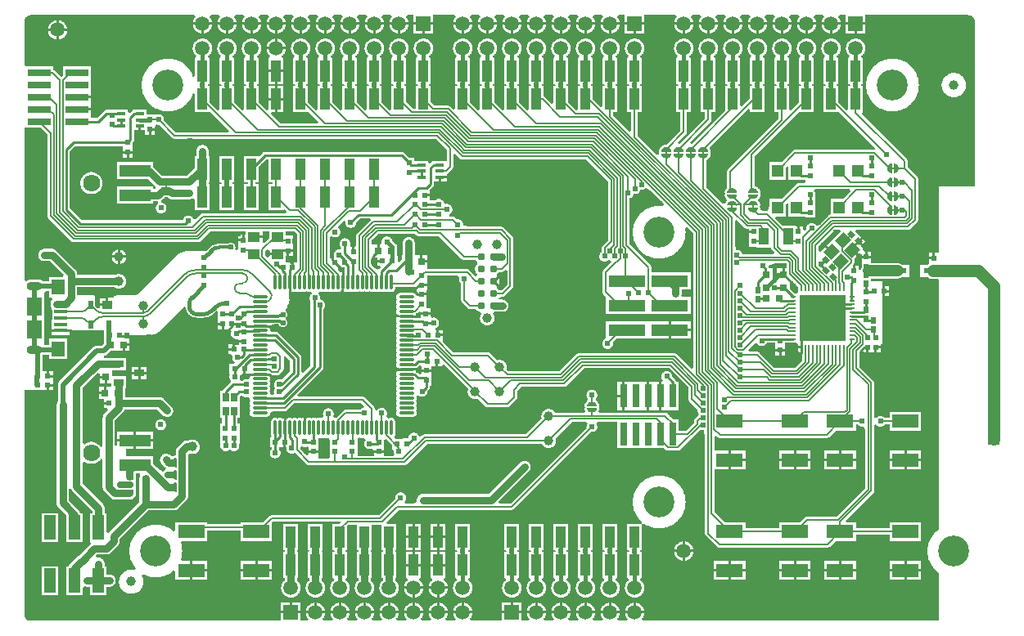
<source format=gtl>
%FSLAX24Y24*%
%MOIN*%
G70*
G01*
G75*
G04 Layer_Physical_Order=1*
G04 Layer_Color=255*
%ADD10C,0.0060*%
%ADD11C,0.0150*%
%ADD12C,0.0138*%
%ADD13C,0.0138*%
%ADD14C,0.0080*%
%ADD15C,0.0080*%
%ADD16C,0.0150*%
%ADD17R,0.0354X0.0138*%
%ADD18R,0.0400X0.0300*%
%ADD19C,0.0394*%
%ADD20R,0.0472X0.0512*%
%ADD21R,0.0315X0.0295*%
%ADD22R,0.0228X0.0197*%
%ADD23R,0.0256X0.0335*%
%ADD24R,0.0551X0.0630*%
%ADD25R,0.0610X0.0748*%
%ADD26R,0.0532X0.0157*%
%ADD27R,0.0394X0.0335*%
%ADD28R,0.0236X0.0335*%
%ADD29R,0.0276X0.0118*%
%ADD30R,0.0472X0.0433*%
%ADD31O,0.0650X0.0118*%
%ADD32O,0.0118X0.0650*%
%ADD33O,0.0256X0.0079*%
%ADD34O,0.0079X0.0256*%
%ADD35R,0.1850X0.1850*%
G04:AMPARAMS|DCode=36|XSize=47.2mil|YSize=43.3mil|CornerRadius=0mil|HoleSize=0mil|Usage=FLASHONLY|Rotation=225.000|XOffset=0mil|YOffset=0mil|HoleType=Round|Shape=Rectangle|*
%AMROTATEDRECTD36*
4,1,4,0.0014,0.0320,0.0320,0.0014,-0.0014,-0.0320,-0.0320,-0.0014,0.0014,0.0320,0.0*
%
%ADD36ROTATEDRECTD36*%

%ADD37R,0.0295X0.0315*%
%ADD38R,0.0197X0.0256*%
%ADD39R,0.0315X0.0295*%
%ADD40R,0.1500X0.0500*%
%ADD41R,0.0402X0.0862*%
%ADD42R,0.1083X0.0551*%
%ADD43R,0.0394X0.0709*%
%ADD44C,0.0079*%
%ADD45R,0.0197X0.0236*%
%ADD46R,0.0472X0.0984*%
%ADD47R,0.0945X0.0299*%
%ADD48C,0.0310*%
%ADD49R,0.1252X0.0500*%
%ADD50R,0.0236X0.0217*%
%ADD51R,0.0217X0.0236*%
G04:AMPARAMS|DCode=52|XSize=19.7mil|YSize=23.6mil|CornerRadius=0mil|HoleSize=0mil|Usage=FLASHONLY|Rotation=45.000|XOffset=0mil|YOffset=0mil|HoleType=Round|Shape=Rectangle|*
%AMROTATEDRECTD52*
4,1,4,0.0014,-0.0153,-0.0153,0.0014,-0.0014,0.0153,0.0153,-0.0014,0.0014,-0.0153,0.0*
%
%ADD52ROTATEDRECTD52*%

%ADD53R,0.0236X0.0197*%
%ADD54R,0.0299X0.0945*%
%ADD55C,0.0100*%
%ADD56C,0.0300*%
%ADD57C,0.0250*%
%ADD58C,0.0200*%
%ADD59C,0.0090*%
%ADD60C,0.0500*%
%ADD61C,0.0450*%
%ADD62R,0.0500X0.0300*%
%ADD63C,0.0591*%
%ADD64O,0.0630X0.0354*%
%ADD65C,0.0390*%
%ADD66C,0.0701*%
%ADD67R,0.0591X0.0591*%
%ADD68C,0.1260*%
%ADD69C,0.0260*%
%ADD70C,0.0240*%
G36*
X33801Y5176D02*
X33481Y4856D01*
X32974D01*
Y4221D01*
X32971D01*
X32950Y4219D01*
X32931Y4214D01*
X32919Y4210D01*
X32912Y4206D01*
X32894Y4196D01*
X32879Y4182D01*
X32510Y3814D01*
X32431Y3775D01*
X32388Y3779D01*
X32385Y3784D01*
X32366Y3806D01*
X32344Y3825D01*
X32320Y3841D01*
X32294Y3854D01*
X32267Y3863D01*
X32239Y3869D01*
X32210Y3870D01*
X32181Y3869D01*
X32153Y3863D01*
X32126Y3854D01*
X32100Y3841D01*
X32076Y3825D01*
X32054Y3806D01*
X32035Y3784D01*
X32019Y3760D01*
X32006Y3734D01*
X31997Y3707D01*
X31991Y3679D01*
X31990Y3650D01*
X31991Y3621D01*
X31992Y3617D01*
X31933Y3557D01*
X31859Y3588D01*
Y3734D01*
X31710D01*
Y3516D01*
X31610D01*
Y3734D01*
X31549D01*
Y3773D01*
X31031D01*
X30734Y4070D01*
X30764Y4144D01*
X31146D01*
Y4638D01*
X31213Y4682D01*
X31261Y4662D01*
Y4144D01*
X31934D01*
D01*
X31934D01*
X31942Y4136D01*
Y4085D01*
X32358D01*
Y4479D01*
Y4915D01*
X32358D01*
X32350Y4928D01*
X32354Y4936D01*
X32363Y4963D01*
X32369Y4991D01*
X32370Y5020D01*
X32369Y5049D01*
X32363Y5077D01*
X32354Y5104D01*
X32341Y5130D01*
X32325Y5154D01*
X32306Y5176D01*
X32371Y5250D01*
X33771D01*
X33801Y5176D01*
D02*
G37*
G36*
X35468Y4586D02*
X35479Y4565D01*
Y4226D01*
X35450Y4197D01*
X35403Y4212D01*
X35378Y4229D01*
X35348Y4258D01*
X35327Y4281D01*
X35305Y4320D01*
X35294Y4357D01*
X35296Y4444D01*
X35306Y4472D01*
X35338Y4526D01*
X35371Y4558D01*
X35408Y4581D01*
X35447Y4593D01*
X35468Y4586D01*
D02*
G37*
G36*
X10110Y3244D02*
X9916Y3051D01*
X9842Y3081D01*
Y3261D01*
X9506D01*
Y3361D01*
X9842D01*
Y3524D01*
X10110D01*
Y3244D01*
D02*
G37*
G36*
X14242Y3986D02*
X13698Y3441D01*
X13685Y3426D01*
X13674Y3408D01*
X13671Y3400D01*
X13666Y3389D01*
X13661Y3370D01*
X13660Y3349D01*
Y2925D01*
X13606D01*
Y2707D01*
X13506D01*
Y2941D01*
X13433Y2966D01*
X13416Y2987D01*
X13419Y3001D01*
X13420Y3030D01*
X13419Y3059D01*
X13413Y3087D01*
X13404Y3114D01*
X13391Y3140D01*
X13375Y3164D01*
X13356Y3186D01*
X13334Y3205D01*
X13310Y3221D01*
X13284Y3234D01*
X13257Y3243D01*
X13229Y3249D01*
X13200Y3250D01*
X13171Y3249D01*
X13143Y3243D01*
X13116Y3234D01*
X13090Y3221D01*
X13066Y3205D01*
X13044Y3186D01*
X13025Y3164D01*
X13009Y3140D01*
X12996Y3114D01*
X12987Y3087D01*
X12981Y3059D01*
X12980Y3030D01*
X12981Y3001D01*
X12987Y2973D01*
X12996Y2946D01*
X13009Y2920D01*
X13025Y2896D01*
X13044Y2874D01*
X13050Y2854D01*
X13050D01*
X12991Y2799D01*
X12970Y2800D01*
X12941Y2799D01*
X12913Y2793D01*
X12886Y2784D01*
X12860Y2771D01*
X12836Y2755D01*
X12814Y2736D01*
X12795Y2714D01*
X12779Y2690D01*
X12766Y2664D01*
X12757Y2637D01*
X12751Y2609D01*
X12750Y2580D01*
X12751Y2551D01*
X12757Y2523D01*
X12760Y2513D01*
X12737Y2481D01*
X12671Y2448D01*
X12590D01*
Y3304D01*
X12663Y3337D01*
X12666Y3335D01*
X12690Y3319D01*
X12716Y3306D01*
X12743Y3297D01*
X12771Y3291D01*
X12800Y3290D01*
X12829Y3291D01*
X12857Y3297D01*
X12884Y3306D01*
X12910Y3319D01*
X12934Y3335D01*
X12956Y3354D01*
X12975Y3376D01*
X12991Y3400D01*
X13004Y3426D01*
X13013Y3453D01*
X13019Y3481D01*
X13020Y3510D01*
X13019Y3539D01*
X13013Y3567D01*
X13004Y3594D01*
X12991Y3620D01*
X12975Y3644D01*
X12956Y3666D01*
X12938Y3681D01*
X12938Y3691D01*
X13085Y3911D01*
X13153Y3979D01*
X13224Y3941D01*
X13221Y3929D01*
X13220Y3900D01*
X13221Y3871D01*
X13227Y3843D01*
X13236Y3816D01*
X13249Y3790D01*
X13265Y3766D01*
X13284Y3744D01*
X13306Y3725D01*
X13330Y3709D01*
X13356Y3696D01*
X13383Y3687D01*
X13411Y3681D01*
X13440Y3680D01*
X13469Y3681D01*
X13497Y3687D01*
X13524Y3696D01*
X13550Y3709D01*
X13574Y3725D01*
X13596Y3744D01*
X13615Y3766D01*
X13631Y3790D01*
X13644Y3816D01*
X13653Y3843D01*
X13659Y3871D01*
X13660Y3900D01*
X13660Y3907D01*
X13812Y4060D01*
X14211D01*
X14242Y3986D01*
D02*
G37*
G36*
X35636Y4580D02*
X35661Y4563D01*
X35691Y4534D01*
X35712Y4511D01*
X35735Y4472D01*
X35745Y4435D01*
X35744Y4348D01*
X35733Y4320D01*
X35701Y4266D01*
X35668Y4234D01*
X35631Y4211D01*
X35591Y4199D01*
X35571Y4206D01*
X35560Y4227D01*
Y4566D01*
X35589Y4595D01*
X35636Y4580D01*
D02*
G37*
G36*
X17888Y6498D02*
X17903Y6485D01*
X17921Y6474D01*
X17940Y6466D01*
X17960Y6461D01*
X17980Y6460D01*
X23021D01*
X23919Y5562D01*
Y3174D01*
X23688Y2943D01*
X23674Y2927D01*
X23664Y2910D01*
X23661Y2902D01*
X23656Y2891D01*
X23651Y2871D01*
X23650Y2851D01*
Y2697D01*
X23646Y2695D01*
X23624Y2676D01*
X23605Y2654D01*
X23589Y2630D01*
X23576Y2604D01*
X23567Y2577D01*
X23561Y2549D01*
X23560Y2520D01*
X23561Y2491D01*
X23567Y2463D01*
X23576Y2436D01*
X23589Y2410D01*
X23605Y2386D01*
X23624Y2364D01*
X23646Y2345D01*
X23670Y2329D01*
X23696Y2316D01*
X23723Y2307D01*
X23751Y2301D01*
X23780Y2300D01*
X23809Y2301D01*
X23837Y2307D01*
X23864Y2316D01*
X23890Y2329D01*
X23914Y2345D01*
X23936Y2364D01*
X23950Y2380D01*
X24004D01*
X24042Y2310D01*
X23955Y2180D01*
X23738Y1962D01*
X23725Y1947D01*
X23714Y1929D01*
X23711Y1921D01*
X23706Y1910D01*
X23701Y1890D01*
X23700Y1870D01*
Y1060D01*
X23701Y1040D01*
X23706Y1020D01*
X23711Y1009D01*
X23714Y1001D01*
X23725Y983D01*
X23738Y968D01*
X23834Y872D01*
X23825Y850D01*
X23825D01*
X23825Y850D01*
Y150D01*
X25525D01*
Y150D01*
X25575Y150D01*
Y150D01*
X27275D01*
Y850D01*
X26967D01*
X26927Y872D01*
X26897Y917D01*
X26899Y920D01*
X26906Y946D01*
X26911Y974D01*
X26913Y1002D01*
Y1150D01*
X27275D01*
Y1850D01*
X25680D01*
Y2027D01*
X25679Y2047D01*
X25680Y2067D01*
X25679Y2087D01*
X25674Y2107D01*
X25666Y2126D01*
X25656Y2143D01*
X25642Y2159D01*
X24780Y3021D01*
Y4884D01*
X24797Y4887D01*
X24824Y4896D01*
X24850Y4909D01*
X24874Y4925D01*
X24896Y4944D01*
X24915Y4966D01*
X24931Y4990D01*
X24944Y5016D01*
X24953Y5043D01*
X24956Y5056D01*
X24981Y5051D01*
X25010Y5050D01*
X25039Y5051D01*
X25067Y5057D01*
X25094Y5066D01*
X25120Y5079D01*
X25144Y5095D01*
X25166Y5114D01*
X25185Y5136D01*
X25201Y5160D01*
X25214Y5186D01*
X25223Y5213D01*
X25226Y5227D01*
X25251Y5221D01*
X25280Y5220D01*
X25309Y5221D01*
X25337Y5227D01*
X25364Y5236D01*
X25390Y5249D01*
X25414Y5265D01*
X25436Y5284D01*
X25453Y5303D01*
X25458Y5304D01*
X25690Y5149D01*
X26206Y4633D01*
X26170Y4561D01*
X26130Y4568D01*
X26065Y4573D01*
X26000Y4575D01*
X25935Y4573D01*
X25870Y4568D01*
X25806Y4558D01*
X25743Y4544D01*
X25680Y4527D01*
X25619Y4505D01*
X25559Y4481D01*
X25500Y4452D01*
X25444Y4420D01*
X25389Y4385D01*
X25337Y4347D01*
X25287Y4305D01*
X25240Y4260D01*
X25195Y4213D01*
X25153Y4163D01*
X25115Y4111D01*
X25080Y4056D01*
X25048Y4000D01*
X25019Y3941D01*
X24995Y3881D01*
X24973Y3820D01*
X24956Y3757D01*
X24942Y3694D01*
X24932Y3630D01*
X24927Y3565D01*
X24925Y3500D01*
X24927Y3435D01*
X24932Y3370D01*
X24942Y3306D01*
X24956Y3243D01*
X24973Y3180D01*
X24995Y3119D01*
X25019Y3059D01*
X25048Y3000D01*
X25080Y2944D01*
X25115Y2889D01*
X25153Y2837D01*
X25195Y2787D01*
X25240Y2740D01*
X25287Y2695D01*
X25337Y2653D01*
X25389Y2615D01*
X25444Y2580D01*
X25500Y2548D01*
X25559Y2519D01*
X25619Y2495D01*
X25680Y2473D01*
X25743Y2456D01*
X25806Y2442D01*
X25870Y2432D01*
X25935Y2427D01*
X26000Y2425D01*
X26065Y2427D01*
X26130Y2432D01*
X26194Y2442D01*
X26257Y2456D01*
X26320Y2473D01*
X26381Y2495D01*
X26441Y2519D01*
X26500Y2548D01*
X26556Y2580D01*
X26611Y2615D01*
X26663Y2653D01*
X26713Y2695D01*
X26760Y2740D01*
X26805Y2787D01*
X26847Y2837D01*
X26885Y2889D01*
X26920Y2944D01*
X26952Y3000D01*
X26981Y3059D01*
X27005Y3119D01*
X27027Y3180D01*
X27044Y3243D01*
X27058Y3306D01*
X27068Y3370D01*
X27073Y3435D01*
X27075Y3500D01*
X27073Y3565D01*
X27068Y3630D01*
X27061Y3670D01*
X27133Y3706D01*
X27390Y3449D01*
Y-2048D01*
X27316Y-2079D01*
X26705Y-1468D01*
X26689Y-1454D01*
X26672Y-1444D01*
X26664Y-1441D01*
X26653Y-1436D01*
X26633Y-1431D01*
X26613Y-1430D01*
X22740D01*
X22720Y-1431D01*
X22700Y-1436D01*
X22689Y-1441D01*
X22681Y-1444D01*
X22663Y-1454D01*
X22648Y-1468D01*
X21936Y-2180D01*
X19864D01*
X19781Y-2097D01*
X19790Y-2066D01*
X19795Y-2033D01*
X19797Y-2000D01*
X19795Y-1967D01*
X19790Y-1934D01*
X19781Y-1902D01*
X19768Y-1871D01*
X19752Y-1842D01*
X19732Y-1815D01*
X19710Y-1790D01*
X19685Y-1768D01*
X19658Y-1748D01*
X19629Y-1732D01*
X19598Y-1719D01*
X19566Y-1710D01*
X19533Y-1705D01*
X19500Y-1703D01*
X19467Y-1705D01*
X19434Y-1710D01*
X19403Y-1719D01*
X19112Y-1428D01*
X19097Y-1415D01*
X19079Y-1404D01*
X19071Y-1401D01*
X19060Y-1396D01*
X19040Y-1391D01*
X19020Y-1390D01*
X17614D01*
X17181Y-957D01*
X17201Y-908D01*
X17201D01*
X17201Y-908D01*
Y-750D01*
X16983D01*
Y-700D01*
X16933D01*
Y-492D01*
X16889D01*
X16876Y-428D01*
X16874Y-413D01*
X16900Y-404D01*
X16926Y-391D01*
X16950Y-375D01*
X16972Y-356D01*
X16991Y-334D01*
X17007Y-310D01*
X17020Y-284D01*
X17029Y-257D01*
X17035Y-229D01*
X17037Y-200D01*
X17035Y-171D01*
X17029Y-143D01*
X17020Y-116D01*
X17007Y-90D01*
X16991Y-66D01*
X16972Y-44D01*
X16950Y-25D01*
X16926Y-9D01*
X16900Y4D01*
X16873Y13D01*
X16845Y19D01*
X16816Y20D01*
X16787Y19D01*
X16759Y13D01*
X16750Y10D01*
X16717Y33D01*
X16684Y99D01*
Y117D01*
X16288D01*
Y28D01*
X16149D01*
D01*
D01*
D01*
D01*
X16134Y75D01*
X16134Y75D01*
X16134D01*
D01*
D01*
D01*
X16132Y100D01*
X16126Y124D01*
X16116Y147D01*
X16110Y157D01*
X16124Y166D01*
X16137Y177D01*
X16140Y179D01*
X16140Y179D01*
X16140Y179D01*
X16214Y253D01*
X16288Y223D01*
Y217D01*
X16684D01*
Y385D01*
X16534D01*
Y749D01*
Y917D01*
X16336D01*
Y1017D01*
X16534D01*
Y1125D01*
X16544D01*
Y1293D01*
X16336D01*
Y1393D01*
X16544D01*
Y1519D01*
Y1730D01*
X17754D01*
X17850Y1682D01*
X17863Y1665D01*
X17857Y1647D01*
X17851Y1619D01*
X17850Y1590D01*
X17851Y1561D01*
X17857Y1533D01*
X17866Y1506D01*
X17879Y1480D01*
X17895Y1456D01*
X17914Y1434D01*
X17936Y1415D01*
X17940Y1413D01*
Y720D01*
X17941Y700D01*
X17946Y680D01*
X17951Y669D01*
X17954Y661D01*
X17965Y643D01*
X17978Y628D01*
X18198Y408D01*
X18213Y395D01*
X18231Y384D01*
X18250Y376D01*
X18270Y371D01*
X18290Y370D01*
X18531D01*
X18534Y364D01*
X18550Y341D01*
X18569Y319D01*
X18591Y300D01*
X18614Y284D01*
X18639Y270D01*
X18666Y259D01*
X18693Y251D01*
X18721Y246D01*
X18727Y246D01*
X18762Y174D01*
X18750Y157D01*
X18734Y128D01*
X18721Y98D01*
X18712Y66D01*
X18706Y33D01*
X18705Y-0D01*
X18706Y-33D01*
X18712Y-66D01*
X18721Y-98D01*
X18734Y-128D01*
X18750Y-157D01*
X18769Y-184D01*
X18791Y-209D01*
X18816Y-231D01*
X18843Y-250D01*
X18872Y-266D01*
X18902Y-279D01*
X18934Y-288D01*
X18967Y-294D01*
X19000Y-295D01*
X19033Y-294D01*
X19066Y-288D01*
X19098Y-279D01*
X19128Y-266D01*
X19157Y-250D01*
X19184Y-231D01*
X19209Y-209D01*
X19231Y-184D01*
X19250Y-157D01*
X19266Y-128D01*
X19279Y-98D01*
X19288Y-66D01*
X19294Y-33D01*
X19295Y-0D01*
X19294Y33D01*
X19288Y66D01*
X19279Y98D01*
X19266Y128D01*
X19250Y157D01*
X19238Y174D01*
X19273Y246D01*
X19279Y246D01*
X19299Y250D01*
X19610D01*
X19638Y251D01*
X19666Y256D01*
X19693Y264D01*
X19719Y274D01*
X19743Y288D01*
X19766Y304D01*
X19787Y323D01*
X19806Y344D01*
X19822Y367D01*
X19836Y391D01*
X19846Y417D01*
X19854Y444D01*
X19859Y472D01*
X19860Y500D01*
X19859Y528D01*
X19854Y556D01*
X19846Y583D01*
X19836Y609D01*
X19822Y633D01*
X19806Y656D01*
X19787Y677D01*
X19766Y696D01*
X19743Y712D01*
X19719Y726D01*
X19693Y736D01*
X19666Y744D01*
X19638Y749D01*
X19610Y750D01*
X19492D01*
X19451Y797D01*
X19459Y815D01*
X19581Y870D01*
X19630D01*
X19650Y871D01*
X19670Y876D01*
X19681Y881D01*
X19689Y884D01*
X19707Y895D01*
X19722Y908D01*
X20032Y1218D01*
X20045Y1233D01*
X20056Y1251D01*
X20064Y1270D01*
X20065Y1274D01*
X20069Y1290D01*
X20070Y1310D01*
Y3230D01*
X20069Y3250D01*
X20064Y3270D01*
X20059Y3281D01*
X20056Y3289D01*
X20045Y3307D01*
X20032Y3322D01*
X19672Y3682D01*
X19657Y3695D01*
X19639Y3706D01*
X19631Y3709D01*
X19620Y3714D01*
X19600Y3719D01*
X19580Y3720D01*
X18324D01*
X18019Y3781D01*
X18020Y3810D01*
X18019Y3839D01*
X18013Y3867D01*
X18004Y3894D01*
X17991Y3920D01*
X17975Y3944D01*
X17956Y3966D01*
X17934Y3985D01*
X17910Y4001D01*
X17884Y4014D01*
X17857Y4023D01*
X17829Y4029D01*
X17800Y4030D01*
X17771Y4029D01*
X17767Y4028D01*
X17692Y4102D01*
X17677Y4115D01*
X17659Y4126D01*
X17651Y4129D01*
X17640Y4134D01*
X17620Y4139D01*
X17600Y4140D01*
X17501D01*
X17472Y4146D01*
X17451Y4207D01*
X17448Y4228D01*
X17470Y4239D01*
X17494Y4255D01*
X17516Y4274D01*
X17535Y4296D01*
X17551Y4320D01*
X17564Y4346D01*
X17573Y4373D01*
X17579Y4401D01*
X17580Y4430D01*
X17579Y4459D01*
X17573Y4487D01*
X17564Y4514D01*
X17551Y4540D01*
X17535Y4564D01*
X17516Y4586D01*
X17494Y4605D01*
X17470Y4621D01*
X17444Y4634D01*
X17417Y4643D01*
X17389Y4649D01*
X17360Y4650D01*
X17331Y4649D01*
X17308Y4644D01*
X17242Y4688D01*
X17240Y4697D01*
X17231Y4724D01*
X17218Y4750D01*
X17202Y4774D01*
X17183Y4796D01*
X17161Y4815D01*
X17137Y4831D01*
X17111Y4844D01*
X17084Y4853D01*
X17056Y4859D01*
X17027Y4860D01*
X16998Y4859D01*
X16970Y4853D01*
X16942Y4844D01*
X16917Y4831D01*
X16893Y4815D01*
X16871Y4796D01*
X16866Y4790D01*
X16665D01*
Y4802D01*
X16665D01*
Y4960D01*
X16447D01*
Y5060D01*
X16665D01*
Y5218D01*
X16665Y5218D01*
X16665D01*
X16661Y5228D01*
X16796Y5364D01*
X16812Y5382D01*
X16824Y5402D01*
X16827Y5408D01*
X16833Y5423D01*
X16839Y5446D01*
X16840Y5470D01*
Y5565D01*
X17014D01*
Y5734D01*
X17064D01*
Y5784D01*
X17341D01*
Y5821D01*
Y5864D01*
X17350Y5866D01*
X17361Y5871D01*
X17369Y5874D01*
X17387Y5885D01*
X17402Y5898D01*
X17572Y6068D01*
X17586Y6083D01*
X17596Y6101D01*
X17599Y6109D01*
X17604Y6120D01*
X17609Y6140D01*
X17610Y6160D01*
Y6671D01*
X17684Y6701D01*
X17888Y6498D01*
D02*
G37*
G36*
X5553Y7887D02*
X5581Y7881D01*
X5610Y7880D01*
X5639Y7881D01*
X5643Y7882D01*
X6178Y7348D01*
X6193Y7334D01*
X6211Y7324D01*
X6219Y7321D01*
X6230Y7316D01*
X6250Y7311D01*
X6270Y7310D01*
X16906D01*
X17350Y6866D01*
Y6415D01*
X17341D01*
Y6415D01*
X16787D01*
Y6393D01*
X16769Y6389D01*
X16763Y6386D01*
X16748Y6380D01*
X16727Y6368D01*
X16710Y6352D01*
X16667Y6310D01*
X16593Y6340D01*
Y6415D01*
X16039D01*
D01*
X16039D01*
X16028Y6425D01*
Y6545D01*
X15815D01*
X15623Y6736D01*
X15605Y6752D01*
X15585Y6764D01*
X15574Y6769D01*
X15563Y6773D01*
X15540Y6779D01*
X15517Y6780D01*
X9953D01*
X9930Y6779D01*
X9907Y6773D01*
X9900Y6770D01*
X9885Y6764D01*
X9865Y6752D01*
X9847Y6736D01*
X9713Y6603D01*
X9701Y6608D01*
Y6608D01*
X9701Y6608D01*
X9099D01*
Y5546D01*
X9250D01*
Y5454D01*
X9099D01*
Y4392D01*
X9701D01*
Y5454D01*
X9550D01*
Y5546D01*
X9701D01*
Y6165D01*
X10016Y6480D01*
X10099D01*
Y5546D01*
X10270D01*
Y5454D01*
X10099D01*
Y4392D01*
X10701D01*
X10701Y4392D01*
Y4392D01*
X10759Y4416D01*
X10837Y4339D01*
X10806Y4265D01*
X7420D01*
X7400Y4263D01*
X7380Y4258D01*
X7361Y4251D01*
X7343Y4240D01*
X7328Y4227D01*
X7139Y4038D01*
X7050Y4020D01*
X7030Y4025D01*
X7024Y4044D01*
X7011Y4070D01*
X6995Y4094D01*
X6976Y4116D01*
X6954Y4135D01*
X6930Y4151D01*
X6904Y4164D01*
X6877Y4173D01*
X6849Y4179D01*
X6820Y4180D01*
X6791Y4179D01*
X6763Y4173D01*
X6736Y4164D01*
X6710Y4151D01*
X6686Y4135D01*
X6664Y4116D01*
X6645Y4094D01*
X6629Y4070D01*
X6616Y4044D01*
X6607Y4017D01*
X6602Y3990D01*
X2479D01*
X2000Y4469D01*
Y6798D01*
X2212Y7010D01*
X4152D01*
Y6939D01*
Y6813D01*
X4568D01*
Y6939D01*
Y7152D01*
X4576Y7160D01*
X4592Y7178D01*
X4604Y7199D01*
X4609Y7209D01*
X4613Y7220D01*
X4619Y7243D01*
X4620Y7267D01*
Y7655D01*
X4794D01*
Y7824D01*
X4894D01*
Y7655D01*
X5052D01*
Y7475D01*
X5210D01*
Y7693D01*
X5260D01*
Y7743D01*
X5468D01*
Y7780D01*
X5519Y7884D01*
X5533Y7894D01*
X5553Y7887D01*
D02*
G37*
G36*
X29169Y4473D02*
X29154Y4426D01*
X29137Y4401D01*
X29108Y4372D01*
X29085Y4351D01*
X29046Y4328D01*
X29009Y4317D01*
X28922Y4319D01*
X28894Y4329D01*
X28840Y4362D01*
X28808Y4395D01*
X28785Y4431D01*
X28773Y4471D01*
X28780Y4491D01*
X28801Y4503D01*
X29140D01*
X29169Y4473D01*
D02*
G37*
G36*
X30019D02*
X30004Y4426D01*
X29987Y4401D01*
X29958Y4372D01*
X29935Y4351D01*
X29896Y4328D01*
X29859Y4317D01*
X29772Y4319D01*
X29744Y4329D01*
X29690Y4362D01*
X29658Y4395D01*
X29635Y4431D01*
X29623Y4471D01*
X29630Y4491D01*
X29651Y4503D01*
X29990D01*
X30019Y4473D01*
D02*
G37*
G36*
X1100Y7488D02*
Y4150D01*
X1101Y4130D01*
X1106Y4110D01*
X1111Y4099D01*
X1114Y4091D01*
X1125Y4073D01*
X1138Y4058D01*
X2068Y3128D01*
X2083Y3115D01*
X2101Y3104D01*
X2109Y3101D01*
X2120Y3096D01*
X2140Y3091D01*
X2160Y3090D01*
X7226D01*
X7246Y3091D01*
X7266Y3096D01*
X7277Y3101D01*
X7285Y3104D01*
X7302Y3115D01*
X7318Y3128D01*
X7714Y3524D01*
X9170D01*
Y3385D01*
X9116D01*
Y3167D01*
X9066D01*
Y3117D01*
X8868D01*
Y2949D01*
Y2788D01*
X8797Y2750D01*
X8748Y2783D01*
X8729Y2813D01*
X8733Y2821D01*
X8740Y2843D01*
X8745Y2866D01*
X8746Y2890D01*
X8745Y2914D01*
X8740Y2937D01*
X8733Y2959D01*
X8722Y2980D01*
X8709Y3000D01*
X8694Y3018D01*
X8676Y3033D01*
X8656Y3046D01*
X8635Y3057D01*
X8613Y3064D01*
X8590Y3069D01*
X8566Y3070D01*
X8543Y3069D01*
X8519Y3064D01*
X8497Y3057D01*
X8476Y3046D01*
X8456Y3033D01*
X8440Y3019D01*
X8140D01*
X8121Y3024D01*
X8100Y3025D01*
X8100Y3025D01*
Y3025D01*
X8100D01*
X8100D01*
D01*
D01*
D01*
D01*
D01*
D01*
D01*
D01*
X8100D01*
X8100D01*
X8100Y3025D01*
Y3025D01*
X8100D01*
D01*
D01*
D01*
D01*
D01*
D01*
Y3025D01*
D01*
D01*
X8050Y3024D01*
X8001Y3018D01*
X7952Y3008D01*
X7904Y2995D01*
X7858Y2977D01*
X7813Y2956D01*
X7769Y2932D01*
X7728Y2905D01*
X7689Y2874D01*
X7652Y2840D01*
X7652Y2840D01*
X7558Y2745D01*
X6866D01*
X6850Y2744D01*
X6839Y2741D01*
X6811Y2740D01*
X6757Y2735D01*
X6703Y2726D01*
X6649Y2714D01*
X6597Y2698D01*
X6546Y2679D01*
X6496Y2656D01*
X6447Y2630D01*
X6401Y2601D01*
X6356Y2569D01*
X6314Y2535D01*
X6274Y2497D01*
X6274D01*
X6274Y2497D01*
X4759Y981D01*
X4758Y980D01*
X4744Y969D01*
X4727Y958D01*
X4709Y951D01*
X4690Y946D01*
X4672Y945D01*
X4670Y945D01*
X3900D01*
X3884Y944D01*
X3867Y940D01*
X3852Y933D01*
X3838Y925D01*
X3826Y914D01*
X3815Y902D01*
X3806Y887D01*
X3800Y872D01*
X3796Y856D01*
X3795Y840D01*
X3571Y822D01*
Y534D01*
X3521D01*
Y484D01*
X3225D01*
Y440D01*
X3206Y410D01*
X3165Y404D01*
X3125Y401D01*
X3124Y402D01*
X3030Y495D01*
Y761D01*
X3030D01*
X3010Y778D01*
X3010Y778D01*
X3019Y792D01*
X3025Y807D01*
X3029Y823D01*
X3030Y840D01*
X3029Y856D01*
X3025Y872D01*
X3019Y887D01*
X3010Y902D01*
X2999Y914D01*
X2987Y925D01*
X2973Y933D01*
X2958Y940D01*
X2941Y944D01*
X2925Y945D01*
X2306D01*
Y1250D01*
X3840D01*
X3842Y1248D01*
X3871Y1232D01*
X3902Y1219D01*
X3934Y1210D01*
X3967Y1205D01*
X4000Y1203D01*
X4033Y1205D01*
X4066Y1210D01*
X4098Y1219D01*
X4129Y1232D01*
X4158Y1248D01*
X4185Y1268D01*
X4210Y1290D01*
X4232Y1315D01*
X4252Y1342D01*
X4268Y1371D01*
X4281Y1402D01*
X4290Y1434D01*
X4295Y1467D01*
X4297Y1500D01*
X4295Y1533D01*
X4290Y1566D01*
X4281Y1598D01*
X4268Y1629D01*
X4252Y1658D01*
X4232Y1685D01*
X4210Y1710D01*
X4185Y1732D01*
X4158Y1752D01*
X4129Y1768D01*
X4098Y1781D01*
X4066Y1790D01*
X4033Y1795D01*
X4000Y1797D01*
X3967Y1795D01*
X3934Y1790D01*
X3902Y1781D01*
X3871Y1768D01*
X3842Y1752D01*
X3840Y1750D01*
X2306D01*
Y1794D01*
X2305Y1822D01*
X2300Y1850D01*
X2292Y1877D01*
X2282Y1903D01*
X2268Y1927D01*
X2252Y1950D01*
X2233Y1971D01*
X1457Y2747D01*
X1436Y2766D01*
X1413Y2782D01*
X1389Y2796D01*
X1363Y2806D01*
X1336Y2814D01*
X1308Y2819D01*
X1280Y2820D01*
X960D01*
X932Y2819D01*
X904Y2814D01*
X877Y2806D01*
X851Y2796D01*
X827Y2782D01*
X804Y2766D01*
X783Y2747D01*
X764Y2726D01*
X748Y2703D01*
X734Y2679D01*
X724Y2653D01*
X716Y2626D01*
X711Y2598D01*
X710Y2570D01*
X711Y2542D01*
X716Y2514D01*
X724Y2487D01*
X734Y2461D01*
X748Y2437D01*
X764Y2414D01*
X783Y2393D01*
X804Y2374D01*
X827Y2358D01*
X851Y2344D01*
X877Y2334D01*
X904Y2326D01*
X932Y2321D01*
X960Y2320D01*
X1176D01*
X1747Y1749D01*
X1717Y1675D01*
X1154D01*
Y1500D01*
X895D01*
X876Y1516D01*
X851Y1534D01*
X824Y1549D01*
X795Y1561D01*
X765Y1570D01*
X734Y1575D01*
X703Y1577D01*
X427D01*
X396Y1575D01*
X366Y1570D01*
X336Y1561D01*
X307Y1549D01*
X280Y1534D01*
X254Y1516D01*
X231Y1496D01*
X225Y1489D01*
X150Y1517D01*
X150Y7760D01*
X190D01*
Y7760D01*
X827D01*
X1100Y7488D01*
D02*
G37*
G36*
X6484Y-6716D02*
X6509Y-6733D01*
X6538Y-6762D01*
X6559Y-6785D01*
X6582Y-6824D01*
X6593Y-6861D01*
X6591Y-6948D01*
X6581Y-6976D01*
X6548Y-7030D01*
X6515Y-7062D01*
X6479Y-7085D01*
X6439Y-7097D01*
X6419Y-7090D01*
X6407Y-7069D01*
Y-6730D01*
X6437Y-6701D01*
X6484Y-6716D01*
D02*
G37*
G36*
X6335Y-6710D02*
X6347Y-6731D01*
Y-7070D01*
X6317Y-7099D01*
X6270Y-7084D01*
X6245Y-7067D01*
X6216Y-7038D01*
X6195Y-7015D01*
X6172Y-6976D01*
X6161Y-6939D01*
X6163Y-6852D01*
X6173Y-6824D01*
X6206Y-6770D01*
X6239Y-6738D01*
X6275Y-6715D01*
X6315Y-6703D01*
X6335Y-6710D01*
D02*
G37*
G36*
X14521Y2380D02*
X14739D01*
Y2280D01*
X14521D01*
Y2132D01*
X14610D01*
X14641Y2058D01*
X14588Y2005D01*
X14573Y1987D01*
X14573Y1987D01*
X14573Y1987D01*
X14569Y1980D01*
X14563Y1971D01*
X14554Y1970D01*
X14420Y2025D01*
X14280Y2164D01*
Y2473D01*
X14313D01*
Y2473D01*
X14521D01*
Y2380D01*
D02*
G37*
G36*
X11250Y3417D02*
Y2278D01*
X11123D01*
Y2080D01*
X11023D01*
Y2278D01*
X10782D01*
Y2293D01*
X10782D01*
Y2525D01*
X10836D01*
Y2743D01*
X10886D01*
Y2793D01*
X11084D01*
Y2919D01*
Y3355D01*
X10782D01*
Y3524D01*
X11142D01*
X11250Y3417D01*
D02*
G37*
G36*
X32816Y2324D02*
X32676Y2184D01*
X32706Y2153D01*
X32682Y2129D01*
X32836Y1975D01*
X32765Y1904D01*
X32611Y2058D01*
X32603Y2050D01*
X32500Y2152D01*
Y2254D01*
X32574Y2285D01*
X32605Y2254D01*
X32745Y2395D01*
X32816Y2324D01*
D02*
G37*
G36*
X29498Y3668D02*
X29513Y3654D01*
X29531Y3644D01*
X29539Y3641D01*
X29550Y3636D01*
X29570Y3631D01*
X29590Y3630D01*
X29652D01*
Y3576D01*
X29850D01*
Y3476D01*
X29652D01*
Y3307D01*
X29652D01*
Y2914D01*
X29971D01*
Y2864D01*
X30565D01*
D01*
X30565D01*
X30570Y2860D01*
Y2850D01*
X30571Y2830D01*
X30576Y2810D01*
X30581Y2799D01*
X30584Y2791D01*
X30594Y2774D01*
X30608Y2758D01*
X30692Y2674D01*
X30661Y2600D01*
X29386D01*
X29383Y2617D01*
X29374Y2644D01*
X29361Y2670D01*
X29345Y2694D01*
X29326Y2716D01*
X29304Y2735D01*
X29280Y2751D01*
X29254Y2764D01*
X29227Y2773D01*
X29199Y2779D01*
X29170Y2780D01*
X29149Y2779D01*
X29139Y2788D01*
X29090Y3034D01*
Y3971D01*
X29164Y4001D01*
X29498Y3668D01*
D02*
G37*
G36*
X33388Y3526D02*
X33020Y3158D01*
X32820Y2957D01*
X33044Y2734D01*
X32973Y2663D01*
X32749Y2887D01*
X32574Y2712D01*
X32500Y2742D01*
Y2926D01*
X33174Y3600D01*
X33358D01*
X33388Y3526D01*
D02*
G37*
G36*
X10110Y2771D02*
Y2659D01*
X10446D01*
Y2559D01*
X10110D01*
Y2511D01*
X10036Y2480D01*
X9966Y2550D01*
Y2732D01*
X10036Y2802D01*
X10110Y2771D01*
D02*
G37*
G36*
X396Y12350D02*
X400Y12350D01*
X7057D01*
X7111Y12290D01*
X7117Y12276D01*
X7094Y12251D01*
X7071Y12220D01*
X7051Y12187D01*
X7034Y12151D01*
X7021Y12115D01*
X7012Y12077D01*
X7008Y12050D01*
X7792D01*
X7788Y12077D01*
X7779Y12115D01*
X7766Y12151D01*
X7749Y12187D01*
X7729Y12220D01*
X7706Y12251D01*
X7683Y12276D01*
X7689Y12290D01*
X7743Y12350D01*
X8057D01*
X8111Y12290D01*
X8117Y12276D01*
X8094Y12251D01*
X8071Y12220D01*
X8051Y12187D01*
X8034Y12151D01*
X8021Y12115D01*
X8012Y12077D01*
X8008Y12050D01*
X8792D01*
X8788Y12077D01*
X8779Y12115D01*
X8766Y12151D01*
X8749Y12187D01*
X8729Y12220D01*
X8706Y12251D01*
X8683Y12276D01*
X8689Y12290D01*
X8743Y12350D01*
X9057D01*
X9111Y12290D01*
X9117Y12276D01*
X9094Y12251D01*
X9071Y12220D01*
X9051Y12187D01*
X9034Y12151D01*
X9021Y12115D01*
X9012Y12077D01*
X9008Y12050D01*
X9792D01*
X9788Y12077D01*
X9779Y12115D01*
X9766Y12151D01*
X9749Y12187D01*
X9729Y12220D01*
X9706Y12251D01*
X9683Y12276D01*
X9689Y12290D01*
X9743Y12350D01*
X10057D01*
X10111Y12290D01*
X10117Y12276D01*
X10094Y12251D01*
X10071Y12220D01*
X10051Y12187D01*
X10034Y12151D01*
X10021Y12115D01*
X10012Y12077D01*
X10008Y12050D01*
X10792D01*
X10788Y12077D01*
X10779Y12115D01*
X10766Y12151D01*
X10749Y12187D01*
X10729Y12220D01*
X10706Y12251D01*
X10683Y12276D01*
X10689Y12290D01*
X10743Y12350D01*
X11057D01*
X11111Y12290D01*
X11117Y12276D01*
X11094Y12251D01*
X11071Y12220D01*
X11051Y12187D01*
X11034Y12151D01*
X11021Y12115D01*
X11012Y12077D01*
X11008Y12050D01*
X11792D01*
X11788Y12077D01*
X11779Y12115D01*
X11766Y12151D01*
X11749Y12187D01*
X11729Y12220D01*
X11706Y12251D01*
X11683Y12276D01*
X11689Y12290D01*
X11743Y12350D01*
X12057D01*
X12111Y12290D01*
X12117Y12276D01*
X12094Y12251D01*
X12071Y12220D01*
X12051Y12187D01*
X12034Y12151D01*
X12021Y12115D01*
X12012Y12077D01*
X12008Y12050D01*
X12792D01*
X12788Y12077D01*
X12779Y12115D01*
X12766Y12151D01*
X12749Y12187D01*
X12729Y12220D01*
X12706Y12251D01*
X12683Y12276D01*
X12689Y12290D01*
X12743Y12350D01*
X13057D01*
X13111Y12290D01*
X13117Y12276D01*
X13094Y12251D01*
X13071Y12220D01*
X13051Y12187D01*
X13034Y12151D01*
X13021Y12115D01*
X13012Y12077D01*
X13008Y12050D01*
X13792D01*
X13788Y12077D01*
X13779Y12115D01*
X13766Y12151D01*
X13749Y12187D01*
X13729Y12220D01*
X13706Y12251D01*
X13683Y12276D01*
X13689Y12290D01*
X13743Y12350D01*
X14057D01*
X14111Y12290D01*
X14117Y12276D01*
X14094Y12251D01*
X14071Y12220D01*
X14051Y12187D01*
X14034Y12151D01*
X14021Y12115D01*
X14012Y12077D01*
X14008Y12050D01*
X14792D01*
X14788Y12077D01*
X14779Y12115D01*
X14766Y12151D01*
X14749Y12187D01*
X14729Y12220D01*
X14706Y12251D01*
X14683Y12276D01*
X14689Y12290D01*
X14743Y12350D01*
X15057D01*
X15111Y12290D01*
X15117Y12276D01*
X15094Y12251D01*
X15071Y12220D01*
X15051Y12187D01*
X15034Y12151D01*
X15021Y12115D01*
X15012Y12077D01*
X15008Y12050D01*
X15792D01*
X15788Y12077D01*
X15779Y12115D01*
X15766Y12151D01*
X15749Y12187D01*
X15729Y12220D01*
X15706Y12251D01*
X15683Y12276D01*
X15689Y12290D01*
X15743Y12350D01*
X16005D01*
Y12050D01*
X16795D01*
Y12350D01*
X17657D01*
X17711Y12290D01*
X17717Y12276D01*
X17694Y12251D01*
X17671Y12220D01*
X17651Y12187D01*
X17634Y12151D01*
X17621Y12115D01*
X17612Y12077D01*
X17608Y12050D01*
X18392D01*
X18388Y12077D01*
X18379Y12115D01*
X18366Y12151D01*
X18349Y12187D01*
X18329Y12220D01*
X18306Y12251D01*
X18283Y12276D01*
X18289Y12290D01*
X18343Y12350D01*
X18657D01*
X18711Y12290D01*
X18717Y12276D01*
X18694Y12251D01*
X18671Y12220D01*
X18651Y12187D01*
X18634Y12151D01*
X18621Y12115D01*
X18612Y12077D01*
X18608Y12050D01*
X19392D01*
X19388Y12077D01*
X19379Y12115D01*
X19366Y12151D01*
X19349Y12187D01*
X19329Y12220D01*
X19306Y12251D01*
X19283Y12276D01*
X19289Y12290D01*
X19343Y12350D01*
X19657D01*
X19711Y12290D01*
X19717Y12276D01*
X19694Y12251D01*
X19671Y12220D01*
X19651Y12187D01*
X19634Y12151D01*
X19621Y12115D01*
X19612Y12077D01*
X19608Y12050D01*
X20392D01*
X20388Y12077D01*
X20379Y12115D01*
X20366Y12151D01*
X20349Y12187D01*
X20329Y12220D01*
X20306Y12251D01*
X20283Y12276D01*
X20289Y12290D01*
X20343Y12350D01*
X20657D01*
X20711Y12290D01*
X20717Y12276D01*
X20694Y12251D01*
X20671Y12220D01*
X20651Y12187D01*
X20634Y12151D01*
X20621Y12115D01*
X20612Y12077D01*
X20608Y12050D01*
X21392D01*
X21388Y12077D01*
X21379Y12115D01*
X21366Y12151D01*
X21349Y12187D01*
X21329Y12220D01*
X21306Y12251D01*
X21283Y12276D01*
X21289Y12290D01*
X21343Y12350D01*
X21657D01*
X21711Y12290D01*
X21717Y12276D01*
X21694Y12251D01*
X21671Y12220D01*
X21651Y12187D01*
X21634Y12151D01*
X21621Y12115D01*
X21612Y12077D01*
X21608Y12050D01*
X22392D01*
X22388Y12077D01*
X22379Y12115D01*
X22366Y12151D01*
X22349Y12187D01*
X22329Y12220D01*
X22306Y12251D01*
X22283Y12276D01*
X22289Y12290D01*
X22343Y12350D01*
X22657D01*
X22711Y12290D01*
X22717Y12276D01*
X22694Y12251D01*
X22671Y12220D01*
X22651Y12187D01*
X22634Y12151D01*
X22621Y12115D01*
X22612Y12077D01*
X22608Y12050D01*
X23392D01*
X23388Y12077D01*
X23379Y12115D01*
X23366Y12151D01*
X23349Y12187D01*
X23329Y12220D01*
X23306Y12251D01*
X23283Y12276D01*
X23289Y12290D01*
X23343Y12350D01*
X23657D01*
X23711Y12290D01*
X23717Y12276D01*
X23694Y12251D01*
X23671Y12220D01*
X23651Y12187D01*
X23634Y12151D01*
X23621Y12115D01*
X23612Y12077D01*
X23608Y12050D01*
X24392D01*
X24388Y12077D01*
X24379Y12115D01*
X24366Y12151D01*
X24349Y12187D01*
X24329Y12220D01*
X24306Y12251D01*
X24283Y12276D01*
X24289Y12290D01*
X24343Y12350D01*
X24605D01*
Y12050D01*
X25395D01*
Y12350D01*
X26657D01*
X26711Y12290D01*
X26717Y12276D01*
X26694Y12251D01*
X26671Y12220D01*
X26651Y12187D01*
X26634Y12151D01*
X26621Y12115D01*
X26612Y12077D01*
X26608Y12050D01*
X27392D01*
X27388Y12077D01*
X27379Y12115D01*
X27366Y12151D01*
X27349Y12187D01*
X27329Y12220D01*
X27306Y12251D01*
X27283Y12276D01*
X27289Y12290D01*
X27343Y12350D01*
X27657D01*
X27711Y12290D01*
X27717Y12276D01*
X27694Y12251D01*
X27671Y12220D01*
X27651Y12187D01*
X27634Y12151D01*
X27621Y12115D01*
X27612Y12077D01*
X27608Y12050D01*
X28392D01*
X28388Y12077D01*
X28379Y12115D01*
X28366Y12151D01*
X28349Y12187D01*
X28329Y12220D01*
X28306Y12251D01*
X28283Y12276D01*
X28289Y12290D01*
X28343Y12350D01*
X28657D01*
X28711Y12290D01*
X28717Y12276D01*
X28694Y12251D01*
X28671Y12220D01*
X28651Y12187D01*
X28634Y12151D01*
X28621Y12115D01*
X28612Y12077D01*
X28608Y12050D01*
X29392D01*
X29388Y12077D01*
X29379Y12115D01*
X29366Y12151D01*
X29349Y12187D01*
X29329Y12220D01*
X29306Y12251D01*
X29283Y12276D01*
X29289Y12290D01*
X29343Y12350D01*
X29657D01*
X29711Y12290D01*
X29717Y12276D01*
X29694Y12251D01*
X29671Y12220D01*
X29651Y12187D01*
X29634Y12151D01*
X29621Y12115D01*
X29612Y12077D01*
X29608Y12050D01*
X30392D01*
X30388Y12077D01*
X30379Y12115D01*
X30366Y12151D01*
X30349Y12187D01*
X30329Y12220D01*
X30306Y12251D01*
X30283Y12276D01*
X30289Y12290D01*
X30343Y12350D01*
X30657D01*
X30711Y12290D01*
X30717Y12276D01*
X30694Y12251D01*
X30671Y12220D01*
X30651Y12187D01*
X30634Y12151D01*
X30621Y12115D01*
X30612Y12077D01*
X30608Y12050D01*
X31392D01*
X31388Y12077D01*
X31379Y12115D01*
X31366Y12151D01*
X31349Y12187D01*
X31329Y12220D01*
X31306Y12251D01*
X31283Y12276D01*
X31289Y12290D01*
X31343Y12350D01*
X31657D01*
X31711Y12290D01*
X31717Y12276D01*
X31694Y12251D01*
X31671Y12220D01*
X31651Y12187D01*
X31634Y12151D01*
X31621Y12115D01*
X31612Y12077D01*
X31608Y12050D01*
X32392D01*
X32388Y12077D01*
X32379Y12115D01*
X32366Y12151D01*
X32349Y12187D01*
X32329Y12220D01*
X32306Y12251D01*
X32283Y12276D01*
X32289Y12290D01*
X32343Y12350D01*
X32657D01*
X32711Y12290D01*
X32717Y12276D01*
X32694Y12251D01*
X32671Y12220D01*
X32651Y12187D01*
X32634Y12151D01*
X32621Y12115D01*
X32612Y12077D01*
X32608Y12050D01*
X33392D01*
X33388Y12077D01*
X33379Y12115D01*
X33366Y12151D01*
X33349Y12187D01*
X33329Y12220D01*
X33306Y12251D01*
X33283Y12276D01*
X33289Y12290D01*
X33343Y12350D01*
X33605D01*
Y12050D01*
X34395D01*
Y12350D01*
X38600D01*
X38603Y12350D01*
X38628Y12348D01*
X38656Y12344D01*
X38683Y12336D01*
X38708Y12325D01*
X38733Y12312D01*
X38756Y12295D01*
X38777Y12277D01*
X38795Y12256D01*
X38812Y12233D01*
X38825Y12208D01*
X38836Y12183D01*
X38844Y12156D01*
X38848Y12128D01*
X38850Y12103D01*
X38850Y12100D01*
X38850D01*
X38850Y12100D01*
Y5400D01*
X38831Y5380D01*
X37401D01*
X37401Y2655D01*
X37388D01*
Y2655D01*
X37240D01*
Y2437D01*
X37190D01*
Y2387D01*
X36992D01*
Y2232D01*
X36935Y2176D01*
X36637Y2176D01*
Y1664D01*
X36951Y1664D01*
X36976Y1645D01*
X37004Y1629D01*
X37034Y1615D01*
X37064Y1604D01*
X37096Y1596D01*
X37128Y1591D01*
X37160Y1590D01*
X37345D01*
X37401Y1533D01*
X37400Y-8608D01*
X37389Y-8615D01*
X37337Y-8653D01*
X37287Y-8695D01*
X37240Y-8740D01*
X37195Y-8787D01*
X37153Y-8837D01*
X37115Y-8889D01*
X37080Y-8944D01*
X37048Y-9000D01*
X37019Y-9059D01*
X36995Y-9119D01*
X36973Y-9180D01*
X36956Y-9243D01*
X36942Y-9306D01*
X36932Y-9370D01*
X36927Y-9435D01*
X36925Y-9500D01*
X36927Y-9565D01*
X36932Y-9630D01*
X36942Y-9694D01*
X36956Y-9757D01*
X36973Y-9820D01*
X36995Y-9881D01*
X37019Y-9941D01*
X37048Y-10000D01*
X37080Y-10056D01*
X37115Y-10111D01*
X37153Y-10163D01*
X37195Y-10213D01*
X37240Y-10260D01*
X37287Y-10305D01*
X37337Y-10347D01*
X37389Y-10385D01*
X37400Y-10392D01*
X37400Y-12350D01*
X25343D01*
X25289Y-12290D01*
X25283Y-12276D01*
X25306Y-12251D01*
X25329Y-12220D01*
X25349Y-12187D01*
X25366Y-12151D01*
X25379Y-12115D01*
X25388Y-12077D01*
X25392Y-12050D01*
X24608D01*
X24612Y-12077D01*
X24621Y-12115D01*
X24634Y-12151D01*
X24651Y-12187D01*
X24671Y-12220D01*
X24694Y-12251D01*
X24717Y-12276D01*
X24711Y-12290D01*
X24657Y-12350D01*
X24343D01*
X24289Y-12290D01*
X24283Y-12276D01*
X24306Y-12251D01*
X24329Y-12220D01*
X24349Y-12187D01*
X24366Y-12151D01*
X24379Y-12115D01*
X24388Y-12077D01*
X24392Y-12050D01*
X23608D01*
X23612Y-12077D01*
X23621Y-12115D01*
X23634Y-12151D01*
X23651Y-12187D01*
X23671Y-12220D01*
X23694Y-12251D01*
X23717Y-12276D01*
X23711Y-12290D01*
X23657Y-12350D01*
X23343D01*
X23289Y-12290D01*
X23283Y-12276D01*
X23306Y-12251D01*
X23329Y-12220D01*
X23349Y-12187D01*
X23366Y-12151D01*
X23379Y-12115D01*
X23388Y-12077D01*
X23392Y-12050D01*
X22608D01*
X22612Y-12077D01*
X22621Y-12115D01*
X22634Y-12151D01*
X22651Y-12187D01*
X22671Y-12220D01*
X22694Y-12251D01*
X22717Y-12276D01*
X22711Y-12290D01*
X22657Y-12350D01*
X22343D01*
X22289Y-12290D01*
X22283Y-12276D01*
X22306Y-12251D01*
X22329Y-12220D01*
X22349Y-12187D01*
X22366Y-12151D01*
X22379Y-12115D01*
X22388Y-12077D01*
X22392Y-12050D01*
X21608D01*
X21612Y-12077D01*
X21621Y-12115D01*
X21634Y-12151D01*
X21651Y-12187D01*
X21671Y-12220D01*
X21694Y-12251D01*
X21717Y-12276D01*
X21711Y-12290D01*
X21657Y-12350D01*
X21343D01*
X21289Y-12290D01*
X21283Y-12276D01*
X21306Y-12251D01*
X21329Y-12220D01*
X21349Y-12187D01*
X21366Y-12151D01*
X21379Y-12115D01*
X21388Y-12077D01*
X21392Y-12050D01*
X20608D01*
X20612Y-12077D01*
X20621Y-12115D01*
X20634Y-12151D01*
X20651Y-12187D01*
X20671Y-12220D01*
X20694Y-12251D01*
X20717Y-12276D01*
X20711Y-12290D01*
X20657Y-12350D01*
X20395D01*
Y-12050D01*
X19605D01*
Y-12350D01*
X18343D01*
X18289Y-12290D01*
X18283Y-12276D01*
X18306Y-12251D01*
X18329Y-12220D01*
X18349Y-12187D01*
X18366Y-12151D01*
X18379Y-12115D01*
X18388Y-12077D01*
X18392Y-12050D01*
X17608D01*
X17612Y-12077D01*
X17621Y-12115D01*
X17634Y-12151D01*
X17651Y-12187D01*
X17671Y-12220D01*
X17694Y-12251D01*
X17717Y-12276D01*
X17711Y-12290D01*
X17657Y-12350D01*
X17343D01*
X17289Y-12290D01*
X17283Y-12276D01*
X17306Y-12251D01*
X17329Y-12220D01*
X17349Y-12187D01*
X17366Y-12151D01*
X17379Y-12115D01*
X17388Y-12077D01*
X17392Y-12050D01*
X16608D01*
X16612Y-12077D01*
X16621Y-12115D01*
X16634Y-12151D01*
X16651Y-12187D01*
X16671Y-12220D01*
X16694Y-12251D01*
X16717Y-12276D01*
X16711Y-12290D01*
X16657Y-12350D01*
X16343D01*
X16289Y-12290D01*
X16283Y-12276D01*
X16306Y-12251D01*
X16329Y-12220D01*
X16349Y-12187D01*
X16366Y-12151D01*
X16379Y-12115D01*
X16388Y-12077D01*
X16392Y-12050D01*
X15608D01*
X15612Y-12077D01*
X15621Y-12115D01*
X15634Y-12151D01*
X15651Y-12187D01*
X15671Y-12220D01*
X15694Y-12251D01*
X15717Y-12276D01*
X15711Y-12290D01*
X15657Y-12350D01*
X15343D01*
X15289Y-12290D01*
X15283Y-12276D01*
X15306Y-12251D01*
X15329Y-12220D01*
X15349Y-12187D01*
X15366Y-12151D01*
X15379Y-12115D01*
X15388Y-12077D01*
X15392Y-12050D01*
X14608D01*
X14612Y-12077D01*
X14621Y-12115D01*
X14634Y-12151D01*
X14651Y-12187D01*
X14671Y-12220D01*
X14694Y-12251D01*
X14717Y-12276D01*
X14711Y-12290D01*
X14657Y-12350D01*
X14343D01*
X14289Y-12290D01*
X14283Y-12276D01*
X14306Y-12251D01*
X14329Y-12220D01*
X14349Y-12187D01*
X14366Y-12151D01*
X14379Y-12115D01*
X14388Y-12077D01*
X14392Y-12050D01*
X13608D01*
X13612Y-12077D01*
X13621Y-12115D01*
X13634Y-12151D01*
X13651Y-12187D01*
X13671Y-12220D01*
X13694Y-12251D01*
X13717Y-12276D01*
X13711Y-12290D01*
X13657Y-12350D01*
X13343D01*
X13289Y-12290D01*
X13283Y-12276D01*
X13306Y-12251D01*
X13329Y-12220D01*
X13349Y-12187D01*
X13366Y-12151D01*
X13379Y-12115D01*
X13388Y-12077D01*
X13392Y-12050D01*
X12608D01*
X12612Y-12077D01*
X12621Y-12115D01*
X12634Y-12151D01*
X12651Y-12187D01*
X12671Y-12220D01*
X12694Y-12251D01*
X12717Y-12276D01*
X12711Y-12290D01*
X12657Y-12350D01*
X12343D01*
X12289Y-12290D01*
X12283Y-12276D01*
X12306Y-12251D01*
X12329Y-12220D01*
X12349Y-12187D01*
X12366Y-12151D01*
X12379Y-12115D01*
X12388Y-12077D01*
X12392Y-12050D01*
X11608D01*
X11612Y-12077D01*
X11621Y-12115D01*
X11634Y-12151D01*
X11651Y-12187D01*
X11671Y-12220D01*
X11694Y-12251D01*
X11717Y-12276D01*
X11711Y-12290D01*
X11657Y-12350D01*
X11395D01*
Y-12050D01*
X10605D01*
Y-12350D01*
X400D01*
X397Y-12350D01*
X372Y-12348D01*
X344Y-12344D01*
X317Y-12336D01*
X292Y-12325D01*
X267Y-12312D01*
X244Y-12295D01*
X223Y-12277D01*
X205Y-12256D01*
X188Y-12233D01*
X175Y-12208D01*
X164Y-12183D01*
X156Y-12156D01*
X152Y-12128D01*
X150Y-12103D01*
X150Y-12100D01*
X150Y-2940D01*
X670D01*
Y-2938D01*
X1047D01*
Y-2740D01*
X1097D01*
Y-2690D01*
X1315D01*
Y-2588D01*
Y-2430D01*
X1097D01*
Y-2380D01*
X1047D01*
Y-2172D01*
X904D01*
Y-1500D01*
X1154D01*
Y-1675D01*
X1905D01*
Y-845D01*
X1154D01*
Y-1099D01*
X971D01*
X970Y-428D01*
Y-2D01*
Y946D01*
X969D01*
X969Y1042D01*
X1026Y1099D01*
X1154D01*
Y845D01*
X1255D01*
X1286Y802D01*
X1298Y770D01*
X1283Y757D01*
X1264Y736D01*
X1248Y713D01*
X1234Y689D01*
X1224Y663D01*
X1216Y636D01*
X1211Y608D01*
X1210Y580D01*
X1211Y552D01*
X1216Y524D01*
X1224Y497D01*
X1234Y471D01*
X1248Y447D01*
X1253Y440D01*
Y333D01*
X1293D01*
Y117D01*
Y-77D01*
X1253D01*
Y-435D01*
Y-691D01*
X1984D01*
Y-515D01*
X3382D01*
Y-541D01*
X3400D01*
Y-1037D01*
X3297Y-1140D01*
X3090D01*
X3090Y-1140D01*
X3064Y-1141D01*
X3038Y-1146D01*
X3013Y-1155D01*
X3002Y-1161D01*
X2990Y-1166D01*
X2968Y-1181D01*
X2948Y-1198D01*
X1568Y-2578D01*
X1551Y-2598D01*
X1536Y-2620D01*
X1525Y-2643D01*
X1516Y-2668D01*
X1512Y-2690D01*
X1511Y-2694D01*
X1510Y-2720D01*
Y-3400D01*
X1498Y-3417D01*
X1484Y-3441D01*
X1474Y-3467D01*
X1466Y-3494D01*
X1461Y-3522D01*
X1460Y-3550D01*
Y-7550D01*
X1461Y-7578D01*
X1466Y-7606D01*
X1474Y-7633D01*
X1484Y-7659D01*
X1498Y-7683D01*
X1514Y-7706D01*
X1533Y-7727D01*
X1844Y-8038D01*
Y-9139D01*
X2516D01*
Y-7955D01*
X2421D01*
X2416Y-7937D01*
X2406Y-7911D01*
X2392Y-7887D01*
X2383Y-7873D01*
X2376Y-7864D01*
X2357Y-7843D01*
X1960Y-7446D01*
Y-6971D01*
X2039Y-6955D01*
X2044Y-6969D01*
X2058Y-6993D01*
X2074Y-7016D01*
X2093Y-7037D01*
X2914Y-7858D01*
Y-7955D01*
X2828D01*
Y-9139D01*
X2828D01*
X2855Y-9196D01*
X2855D01*
X2855Y-9196D01*
X2844Y-9204D01*
X2823Y-9223D01*
X2353Y-9692D01*
X2347Y-9695D01*
X2322Y-9709D01*
X2299Y-9725D01*
X2278Y-9744D01*
X2003Y-10019D01*
X1984Y-10040D01*
X1968Y-10063D01*
X1954Y-10087D01*
X1944Y-10113D01*
X1942Y-10121D01*
X1844D01*
Y-11305D01*
X2516D01*
Y-10989D01*
X2541Y-10953D01*
X2585Y-10928D01*
X2591Y-10931D01*
X2617Y-10942D01*
X2644Y-10949D01*
X2672Y-10954D01*
X2700Y-10956D01*
X2828D01*
Y-11305D01*
X3500D01*
Y-10956D01*
X3620D01*
X3648Y-10954D01*
X3676Y-10949D01*
X3703Y-10942D01*
X3729Y-10931D01*
X3753Y-10917D01*
X3776Y-10901D01*
X3797Y-10882D01*
X3816Y-10861D01*
X3832Y-10839D01*
X3846Y-10814D01*
X3856Y-10788D01*
X3864Y-10761D01*
X3869Y-10733D01*
X3870Y-10705D01*
X3869Y-10677D01*
X3864Y-10650D01*
X3856Y-10623D01*
X3846Y-10597D01*
X3832Y-10572D01*
X3816Y-10549D01*
X3797Y-10528D01*
X3776Y-10510D01*
X3753Y-10493D01*
X3729Y-10480D01*
X3703Y-10469D01*
X3676Y-10461D01*
X3648Y-10457D01*
X3620Y-10455D01*
X3500D01*
Y-10121D01*
X3415D01*
Y-10020D01*
X3413Y-9992D01*
X3408Y-9964D01*
X3401Y-9937D01*
X3390Y-9911D01*
X3376Y-9887D01*
X3360Y-9864D01*
X3341Y-9843D01*
X3320Y-9824D01*
X3297Y-9808D01*
X3273Y-9794D01*
X3247Y-9783D01*
X3220Y-9776D01*
X3192Y-9771D01*
X3164Y-9769D01*
X3136Y-9771D01*
X3108Y-9776D01*
X3081Y-9783D01*
X3049Y-9705D01*
X3104Y-9650D01*
X3474D01*
X3502Y-9649D01*
X3530Y-9644D01*
X3557Y-9636D01*
X3583Y-9626D01*
X3608Y-9612D01*
X3630Y-9596D01*
X3651Y-9577D01*
X3953Y-9276D01*
X3972Y-9255D01*
X3980Y-9243D01*
X3988Y-9232D01*
X4001Y-9207D01*
X4012Y-9181D01*
X4020Y-9154D01*
X4025Y-9127D01*
X4026Y-9098D01*
Y-9008D01*
X5184Y-7850D01*
X6230D01*
X6258Y-7849D01*
X6286Y-7844D01*
X6313Y-7836D01*
X6339Y-7826D01*
X6363Y-7812D01*
X6386Y-7796D01*
X6407Y-7777D01*
X6739Y-7445D01*
X6758Y-7424D01*
X6766Y-7413D01*
X6774Y-7401D01*
X6779Y-7392D01*
X6788Y-7377D01*
X6798Y-7351D01*
X6806Y-7324D01*
X6811Y-7296D01*
X6812Y-7268D01*
Y-5566D01*
X6879Y-5521D01*
X6902Y-5531D01*
X6934Y-5540D01*
X6967Y-5545D01*
X7000Y-5547D01*
X7033Y-5545D01*
X7066Y-5540D01*
X7098Y-5531D01*
X7129Y-5518D01*
X7158Y-5502D01*
X7185Y-5482D01*
X7210Y-5460D01*
X7232Y-5435D01*
X7252Y-5408D01*
X7268Y-5379D01*
X7281Y-5348D01*
X7290Y-5316D01*
X7295Y-5283D01*
X7297Y-5250D01*
X7295Y-5217D01*
X7290Y-5184D01*
X7281Y-5152D01*
X7268Y-5121D01*
X7252Y-5092D01*
X7232Y-5065D01*
X7210Y-5040D01*
X7185Y-5018D01*
X7158Y-4998D01*
X7129Y-4982D01*
X7098Y-4969D01*
X7066Y-4960D01*
X7033Y-4955D01*
X7000Y-4953D01*
X6967Y-4955D01*
X6934Y-4960D01*
X6902Y-4969D01*
X6871Y-4982D01*
X6842Y-4998D01*
X6840Y-5000D01*
X6762D01*
X6734Y-5001D01*
X6706Y-5006D01*
X6685Y-5012D01*
X6679Y-5014D01*
X6672Y-5017D01*
X6653Y-5024D01*
X6638Y-5033D01*
X6629Y-5038D01*
X6606Y-5054D01*
X6585Y-5073D01*
X6385Y-5273D01*
X6366Y-5294D01*
X6350Y-5317D01*
X6336Y-5341D01*
X6326Y-5367D01*
X6318Y-5394D01*
X6313Y-5422D01*
X6312Y-5450D01*
Y-5601D01*
X6296Y-5602D01*
X6284Y-5605D01*
X6284Y-5604D01*
X6259Y-5612D01*
X6228Y-5625D01*
X6198Y-5641D01*
X6186Y-5650D01*
X6144D01*
X6097Y-5603D01*
X6076Y-5584D01*
X6053Y-5568D01*
X6029Y-5554D01*
X6003Y-5544D01*
X5976Y-5536D01*
X5948Y-5531D01*
X5920Y-5530D01*
X5892Y-5531D01*
X5864Y-5536D01*
X5837Y-5544D01*
X5811Y-5554D01*
X5787Y-5568D01*
X5764Y-5584D01*
X5743Y-5603D01*
X5724Y-5624D01*
X5708Y-5647D01*
X5694Y-5671D01*
X5684Y-5697D01*
X5676Y-5724D01*
X5671Y-5752D01*
X5670Y-5780D01*
X5671Y-5808D01*
X5676Y-5836D01*
X5684Y-5863D01*
X5694Y-5889D01*
X5708Y-5913D01*
X5724Y-5936D01*
X5743Y-5957D01*
X5863Y-6077D01*
X5884Y-6096D01*
X5907Y-6112D01*
Y-6112D01*
X5895Y-6191D01*
X5894Y-6192D01*
X5867Y-6205D01*
X5843Y-6221D01*
X5821Y-6241D01*
X5801Y-6263D01*
X5547Y-6093D01*
X5376Y-5922D01*
Y-5650D01*
X4300D01*
Y-5350D01*
X4600D01*
Y-5050D01*
X3924D01*
Y-5190D01*
X3840D01*
Y-4164D01*
X4164Y-3840D01*
X4183Y-3819D01*
X4199Y-3796D01*
X4204Y-3788D01*
X4212Y-3772D01*
X4220Y-3753D01*
X4223Y-3746D01*
X4225Y-3740D01*
X4228Y-3730D01*
X5556D01*
X5783Y-3957D01*
X5804Y-3976D01*
X5827Y-3992D01*
X5851Y-4006D01*
X5877Y-4016D01*
X5904Y-4024D01*
X5932Y-4029D01*
X5960Y-4030D01*
X5988Y-4029D01*
X6016Y-4024D01*
X6043Y-4016D01*
X6069Y-4006D01*
X6093Y-3992D01*
X6116Y-3976D01*
X6137Y-3957D01*
X6156Y-3936D01*
X6172Y-3913D01*
X6186Y-3889D01*
X6196Y-3863D01*
X6204Y-3836D01*
X6209Y-3808D01*
X6210Y-3780D01*
X6209Y-3752D01*
X6204Y-3724D01*
X6196Y-3697D01*
X6186Y-3671D01*
X6172Y-3647D01*
X6156Y-3624D01*
X6137Y-3603D01*
X5837Y-3303D01*
X5816Y-3284D01*
X5793Y-3268D01*
X5769Y-3254D01*
X5743Y-3244D01*
X5716Y-3236D01*
X5688Y-3231D01*
X5660Y-3230D01*
X4250D01*
Y-2868D01*
X4300D01*
Y-2368D01*
X4007D01*
X4000Y-2368D01*
X3993Y-2368D01*
X3727D01*
Y-2168D01*
X3727D01*
Y-2168D01*
Y-2168D01*
X3727D01*
X3727Y-2148D01*
X3727Y-2132D01*
X3727Y-2120D01*
X4000D01*
X4007Y-2120D01*
X4300D01*
Y-1620D01*
X4007D01*
X4000Y-1620D01*
X3395D01*
X3392Y-1540D01*
X3406Y-1539D01*
X3410Y-1538D01*
X3432Y-1534D01*
X3457Y-1525D01*
X3480Y-1514D01*
X3502Y-1499D01*
X3522Y-1482D01*
X3656Y-1347D01*
X3908D01*
Y-1347D01*
X3944Y-1347D01*
Y-1347D01*
X4142D01*
Y-1090D01*
X4192D01*
Y-1040D01*
X4439D01*
Y-833D01*
X4231D01*
Y-740D01*
X4254Y-686D01*
X4271D01*
X4288Y-687D01*
X4288Y-687D01*
Y-687D01*
X5274D01*
Y-687D01*
X5317Y-685D01*
X5359Y-680D01*
X5400Y-672D01*
X5441Y-661D01*
X5481Y-646D01*
X5520Y-628D01*
X5556Y-608D01*
X5592Y-584D01*
X5625Y-558D01*
X5656Y-529D01*
X5656Y-529D01*
X5656Y-529D01*
X6651Y466D01*
X6726Y437D01*
X6726Y430D01*
X6731Y391D01*
X6740Y352D01*
X6752Y314D01*
X6767Y278D01*
X6786Y242D01*
X6807Y209D01*
X6831Y177D01*
X6858Y148D01*
X6887Y121D01*
X6919Y97D01*
X6952Y76D01*
X6988Y57D01*
X7024Y42D01*
X7062Y30D01*
X7101Y21D01*
X7140Y16D01*
X7180Y15D01*
Y15D01*
X7180Y15D01*
X7436D01*
X7436Y15D01*
Y15D01*
X7483Y16D01*
X7529Y22D01*
X7574Y31D01*
X7618Y43D01*
X7662Y59D01*
X7704Y79D01*
X7744Y101D01*
X7783Y127D01*
X7819Y156D01*
X7853Y187D01*
X7853Y187D01*
X7954Y288D01*
X8023Y259D01*
X8028Y254D01*
Y-61D01*
Y-187D01*
X8226D01*
Y-237D01*
X8276D01*
Y-455D01*
X8491D01*
X8595Y-524D01*
X8582Y-550D01*
X8573Y-578D01*
X8567Y-606D01*
X8566Y-635D01*
X8567Y-663D01*
X8573Y-692D01*
X8582Y-719D01*
X8595Y-745D01*
X8611Y-769D01*
X8630Y-791D01*
X8652Y-810D01*
X8676Y-826D01*
X8702Y-838D01*
X8729Y-848D01*
X8757Y-853D01*
X8786Y-855D01*
X8815Y-853D01*
X8836Y-849D01*
X8847Y-858D01*
X8863Y-907D01*
X9096D01*
Y-1007D01*
X8897D01*
X8898Y-1008D01*
Y-1082D01*
X8739D01*
Y-1280D01*
X8689D01*
Y-1330D01*
X8471D01*
Y-1478D01*
X8537D01*
X8603Y-1511D01*
X8626Y-1543D01*
X8623Y-1553D01*
X8617Y-1581D01*
X8616Y-1610D01*
X8617Y-1639D01*
X8623Y-1667D01*
X8632Y-1694D01*
X8645Y-1720D01*
X8661Y-1744D01*
X8680Y-1766D01*
X8702Y-1785D01*
X8719Y-1797D01*
X8722Y-1822D01*
X8668Y-1882D01*
X8501D01*
Y-2278D01*
X8501D01*
Y-2278D01*
D01*
X8501Y-2278D01*
X8501Y-2278D01*
Y-2278D01*
X8525Y-2290D01*
D01*
D01*
X8512Y-2316D01*
X8503Y-2343D01*
X8497Y-2371D01*
X8496Y-2400D01*
X8497Y-2429D01*
X8503Y-2457D01*
X8512Y-2484D01*
X8525Y-2510D01*
X8541Y-2534D01*
X8560Y-2556D01*
D01*
X8550Y-2604D01*
X8242Y-2911D01*
X8227Y-2929D01*
X8215Y-2949D01*
X8211Y-2957D01*
X8121D01*
Y-3472D01*
X8121D01*
X8121Y-3472D01*
X8121Y-3492D01*
Y-3510D01*
Y-3528D01*
X8121Y-3548D01*
X8121Y-3548D01*
X8121D01*
Y-4063D01*
X8198D01*
Y-4295D01*
X8120D01*
Y-4731D01*
Y-5125D01*
X8120D01*
X8137Y-5147D01*
X8136Y-5150D01*
X8130Y-5178D01*
X8128Y-5207D01*
X8130Y-5236D01*
X8136Y-5264D01*
X8145Y-5291D01*
X8158Y-5317D01*
X8174Y-5341D01*
X8193Y-5363D01*
X8215Y-5382D01*
X8239Y-5398D01*
X8264Y-5411D01*
X8292Y-5420D01*
X8320Y-5425D01*
X8349Y-5427D01*
X8378Y-5425D01*
X8406Y-5420D01*
X8433Y-5411D01*
X8459Y-5398D01*
X8483Y-5382D01*
X8505Y-5363D01*
X8527D01*
X8549Y-5382D01*
X8573Y-5398D01*
X8599Y-5411D01*
X8626Y-5420D01*
X8655Y-5425D01*
X8683Y-5427D01*
X8712Y-5425D01*
X8740Y-5420D01*
X8768Y-5411D01*
X8794Y-5398D01*
X8818Y-5382D01*
X8839Y-5363D01*
X8858Y-5341D01*
X8874Y-5317D01*
X8887Y-5291D01*
X8896Y-5264D01*
X8902Y-5236D01*
X8904Y-5207D01*
X8902Y-5178D01*
X8896Y-5150D01*
X8896Y-5147D01*
X8912Y-5125D01*
X8912D01*
Y-4731D01*
Y-4295D01*
X8834D01*
Y-4063D01*
X8911D01*
Y-3548D01*
X8911D01*
X8911Y-3548D01*
X8911Y-3528D01*
Y-3510D01*
Y-3492D01*
X8911Y-3472D01*
X8911Y-3472D01*
X8911D01*
Y-3216D01*
X8970Y-3161D01*
X9030Y-3166D01*
X9052Y-3185D01*
X9076Y-3201D01*
X9102Y-3214D01*
X9129Y-3223D01*
X9157Y-3229D01*
X9186Y-3230D01*
X9215Y-3229D01*
X9243Y-3223D01*
X9256Y-3219D01*
X9319Y-3268D01*
X9318Y-3272D01*
X9320Y-3297D01*
X9326Y-3321D01*
X9336Y-3344D01*
X9349Y-3365D01*
X9353Y-3370D01*
X9349Y-3375D01*
X9336Y-3396D01*
X9326Y-3419D01*
X9320Y-3444D01*
X9318Y-3469D01*
X9320Y-3493D01*
X9326Y-3518D01*
X9336Y-3541D01*
X9349Y-3562D01*
X9353Y-3567D01*
X9349Y-3572D01*
X9336Y-3593D01*
X9326Y-3616D01*
X9320Y-3640D01*
X9318Y-3665D01*
X9320Y-3690D01*
X9326Y-3715D01*
X9336Y-3738D01*
X9349Y-3759D01*
X9353Y-3764D01*
X9349Y-3768D01*
X9336Y-3790D01*
X9326Y-3813D01*
X9320Y-3837D01*
X9318Y-3862D01*
X9320Y-3887D01*
X9326Y-3912D01*
X9336Y-3935D01*
X9349Y-3956D01*
X9365Y-3975D01*
X9384Y-3991D01*
X9406Y-4004D01*
X9429Y-4014D01*
X9453Y-4020D01*
X9478Y-4022D01*
X10010D01*
X10034Y-4020D01*
X10059Y-4014D01*
X10082Y-4004D01*
X10103Y-3991D01*
X10122Y-3975D01*
X10139Y-3956D01*
X10152Y-3935D01*
X10161Y-3912D01*
X10167Y-3887D01*
X10169Y-3862D01*
X10168Y-3855D01*
X10189Y-3832D01*
X10340Y-3796D01*
X10755D01*
X10775Y-3794D01*
X10795Y-3789D01*
X10806Y-3785D01*
X10814Y-3782D01*
X10831Y-3771D01*
X10847Y-3758D01*
X11134Y-3470D01*
X13872D01*
X13988Y-3586D01*
X13960Y-3661D01*
X13957Y-3661D01*
X13929Y-3667D01*
X13902Y-3676D01*
X13876Y-3689D01*
X13852Y-3705D01*
X13830Y-3724D01*
X13811Y-3746D01*
X13809Y-3750D01*
X13226D01*
X13206Y-3751D01*
X13186Y-3756D01*
X13175Y-3761D01*
X13167Y-3764D01*
X13149Y-3774D01*
X13134Y-3788D01*
X12842Y-4079D01*
X12837Y-4083D01*
X12761Y-4060D01*
X12727Y-3989D01*
X12730Y-3984D01*
X12739Y-3957D01*
X12745Y-3929D01*
X12747Y-3900D01*
X12745Y-3871D01*
X12739Y-3843D01*
X12730Y-3816D01*
X12717Y-3790D01*
X12701Y-3766D01*
X12682Y-3744D01*
X12660Y-3725D01*
X12636Y-3709D01*
X12610Y-3696D01*
X12583Y-3687D01*
X12555Y-3681D01*
X12526Y-3680D01*
X12497Y-3681D01*
X12469Y-3687D01*
X12442Y-3696D01*
X12416Y-3709D01*
X12392Y-3725D01*
X12370Y-3744D01*
X12351Y-3766D01*
X12335Y-3790D01*
X12322Y-3816D01*
X12313Y-3843D01*
X12307Y-3871D01*
X12306Y-3900D01*
X12307Y-3929D01*
X12313Y-3957D01*
X12322Y-3984D01*
X12325Y-3990D01*
X12294Y-4057D01*
X12217Y-4080D01*
X12208Y-4074D01*
X12185Y-4065D01*
X12160Y-4059D01*
X12136Y-4057D01*
X12111Y-4059D01*
X12086Y-4065D01*
X12063Y-4074D01*
X12042Y-4087D01*
X12037Y-4091D01*
X12032Y-4087D01*
X12011Y-4074D01*
X11988Y-4065D01*
X11964Y-4059D01*
X11939Y-4057D01*
X11914Y-4059D01*
X11889Y-4065D01*
X11866Y-4074D01*
X11845Y-4087D01*
X11840Y-4091D01*
X11836Y-4087D01*
X11814Y-4074D01*
X11791Y-4065D01*
X11767Y-4059D01*
X11742Y-4057D01*
X11717Y-4059D01*
X11693Y-4065D01*
X11669Y-4074D01*
X11648Y-4087D01*
X11643Y-4091D01*
X11639Y-4087D01*
X11617Y-4074D01*
X11594Y-4065D01*
X11570Y-4059D01*
X11545Y-4057D01*
X11520Y-4059D01*
X11496Y-4065D01*
X11473Y-4074D01*
X11451Y-4087D01*
X11447Y-4091D01*
X11442Y-4087D01*
X11421Y-4074D01*
X11397Y-4065D01*
X11373Y-4059D01*
X11348Y-4057D01*
X11323Y-4059D01*
X11299Y-4065D01*
X11276Y-4074D01*
X11254Y-4087D01*
X11250Y-4091D01*
X11245Y-4087D01*
X11224Y-4074D01*
X11201Y-4065D01*
X11176Y-4059D01*
X11151Y-4057D01*
X11126Y-4059D01*
X11102Y-4065D01*
X11079Y-4074D01*
X11057Y-4087D01*
X11053Y-4091D01*
X11048Y-4087D01*
X11027Y-4074D01*
X11004Y-4065D01*
X10979Y-4059D01*
X10954Y-4057D01*
X10929Y-4059D01*
X10905Y-4065D01*
X10882Y-4074D01*
X10861Y-4087D01*
X10856Y-4091D01*
X10851Y-4087D01*
X10830Y-4074D01*
X10808Y-4065D01*
Y-4155D01*
X10803Y-4167D01*
X10797Y-4192D01*
X10795Y-4217D01*
Y-4482D01*
X10720D01*
Y-4217D01*
X10718Y-4192D01*
X10712Y-4167D01*
X10708Y-4155D01*
Y-4065D01*
X10685Y-4074D01*
X10664Y-4087D01*
X10659Y-4091D01*
X10654Y-4087D01*
X10633Y-4074D01*
X10610Y-4065D01*
X10586Y-4059D01*
X10561Y-4057D01*
X10536Y-4059D01*
X10511Y-4065D01*
X10488Y-4074D01*
X10467Y-4087D01*
X10462Y-4091D01*
X10458Y-4087D01*
X10436Y-4074D01*
X10413Y-4065D01*
X10389Y-4059D01*
X10364Y-4057D01*
X10339Y-4059D01*
X10315Y-4065D01*
X10291Y-4074D01*
X10270Y-4087D01*
X10251Y-4104D01*
X10235Y-4123D01*
X10222Y-4144D01*
X10212Y-4167D01*
X10206Y-4192D01*
X10204Y-4217D01*
Y-4748D01*
X10206Y-4773D01*
X10212Y-4797D01*
X10212Y-4804D01*
X10156Y-4862D01*
X10141D01*
Y-5258D01*
X10213D01*
Y-5337D01*
X10208Y-5342D01*
X10189Y-5364D01*
X10173Y-5388D01*
X10160Y-5413D01*
X10151Y-5441D01*
X10145Y-5469D01*
X10143Y-5498D01*
X10145Y-5527D01*
X10151Y-5555D01*
X10160Y-5582D01*
X10173Y-5608D01*
X10189Y-5632D01*
X10208Y-5654D01*
X10230Y-5673D01*
X10254Y-5689D01*
X10279Y-5701D01*
X10307Y-5711D01*
X10335Y-5716D01*
X10364Y-5718D01*
X10393Y-5716D01*
X10421Y-5711D01*
X10448Y-5701D01*
X10474Y-5689D01*
X10498Y-5673D01*
X10520Y-5654D01*
X10539Y-5632D01*
X10555Y-5608D01*
X10568Y-5582D01*
X10577Y-5555D01*
X10582Y-5527D01*
X10584Y-5498D01*
X10582Y-5469D01*
X10577Y-5441D01*
X10568Y-5413D01*
X10555Y-5388D01*
X10539Y-5364D01*
X10520Y-5342D01*
X10514Y-5337D01*
Y-5258D01*
X10703D01*
Y-5060D01*
X10803D01*
Y-5271D01*
X10816Y-5310D01*
X10816Y-5310D01*
X10816D01*
D01*
D01*
D01*
X10817Y-5339D01*
X10823Y-5367D01*
X10832Y-5394D01*
X10845Y-5420D01*
X10861Y-5444D01*
X10880Y-5466D01*
X10902Y-5485D01*
X10926Y-5501D01*
X10952Y-5514D01*
X10979Y-5523D01*
X11007Y-5529D01*
X11036Y-5530D01*
X11065Y-5529D01*
X11093Y-5523D01*
X11120Y-5514D01*
X11146Y-5501D01*
X11168Y-5486D01*
X11644Y-5962D01*
X11659Y-5975D01*
X11677Y-5986D01*
X11696Y-5994D01*
X11716Y-5999D01*
X11736Y-6000D01*
X15622D01*
X15643Y-5999D01*
X15663Y-5994D01*
X15674Y-5989D01*
X15682Y-5986D01*
X15699Y-5975D01*
X15715Y-5962D01*
X16546Y-5130D01*
X21233D01*
X21248Y-5158D01*
X21268Y-5185D01*
X21290Y-5210D01*
X21315Y-5232D01*
X21342Y-5252D01*
X21371Y-5268D01*
X21402Y-5281D01*
X21434Y-5290D01*
X21467Y-5295D01*
X21500Y-5297D01*
X21533Y-5295D01*
X21566Y-5290D01*
X21598Y-5281D01*
X21629Y-5268D01*
X21658Y-5252D01*
X21685Y-5232D01*
X21710Y-5210D01*
X21732Y-5185D01*
X21752Y-5158D01*
X21768Y-5129D01*
X21781Y-5098D01*
X21790Y-5066D01*
X21795Y-5033D01*
X21797Y-5000D01*
X21795Y-4967D01*
X21790Y-4934D01*
X21781Y-4903D01*
X22444Y-4240D01*
X23022D01*
X23051Y-4266D01*
X23075Y-4311D01*
X23069Y-4320D01*
X23056Y-4346D01*
X23047Y-4373D01*
X23041Y-4401D01*
X23040Y-4430D01*
X23041Y-4459D01*
X23042Y-4463D01*
X19946Y-7560D01*
X19489D01*
X19458Y-7486D01*
X20697Y-6247D01*
X20716Y-6226D01*
X20732Y-6203D01*
X20746Y-6179D01*
X20756Y-6153D01*
X20764Y-6126D01*
X20769Y-6098D01*
X20770Y-6070D01*
X20769Y-6042D01*
X20764Y-6014D01*
X20756Y-5987D01*
X20746Y-5961D01*
X20732Y-5937D01*
X20716Y-5914D01*
X20697Y-5893D01*
X20676Y-5874D01*
X20653Y-5858D01*
X20629Y-5844D01*
X20603Y-5834D01*
X20576Y-5826D01*
X20548Y-5821D01*
X20520Y-5820D01*
X20492Y-5821D01*
X20464Y-5826D01*
X20437Y-5834D01*
X20411Y-5844D01*
X20387Y-5858D01*
X20364Y-5874D01*
X20343Y-5893D01*
X19066Y-7170D01*
X16380D01*
X16352Y-7171D01*
X16324Y-7176D01*
X16297Y-7184D01*
X16271Y-7194D01*
X16247Y-7208D01*
X16224Y-7224D01*
X16203Y-7243D01*
X16184Y-7264D01*
X16168Y-7287D01*
X16154Y-7311D01*
X16144Y-7337D01*
X16136Y-7364D01*
X16131Y-7392D01*
X16130Y-7420D01*
X16131Y-7448D01*
X16136Y-7476D01*
X16142Y-7496D01*
X16133Y-7507D01*
X16006Y-7560D01*
X15691D01*
X15626Y-7486D01*
X15645Y-7464D01*
X15661Y-7440D01*
X15674Y-7414D01*
X15683Y-7387D01*
X15689Y-7359D01*
X15690Y-7330D01*
X15689Y-7301D01*
X15683Y-7273D01*
X15674Y-7246D01*
X15661Y-7220D01*
X15645Y-7196D01*
X15626Y-7174D01*
X15604Y-7155D01*
X15580Y-7139D01*
X15554Y-7126D01*
X15527Y-7117D01*
X15499Y-7111D01*
X15470Y-7110D01*
X15441Y-7111D01*
X15413Y-7117D01*
X15386Y-7126D01*
X15360Y-7139D01*
X15336Y-7155D01*
X15314Y-7174D01*
X15295Y-7196D01*
X15279Y-7220D01*
X15266Y-7246D01*
X15257Y-7273D01*
X15251Y-7301D01*
X15250Y-7330D01*
X15251Y-7359D01*
X15252Y-7363D01*
X14576Y-8040D01*
X10231D01*
X10211Y-8041D01*
X10191Y-8046D01*
X10180Y-8051D01*
X10172Y-8054D01*
X10155Y-8065D01*
X10139Y-8078D01*
X9880Y-8337D01*
X8957D01*
Y-8402D01*
X7583D01*
Y-8337D01*
X6300D01*
Y-8676D01*
X6226Y-8708D01*
X6213Y-8695D01*
X6163Y-8653D01*
X6111Y-8615D01*
X6056Y-8580D01*
X6000Y-8548D01*
X5941Y-8519D01*
X5881Y-8495D01*
X5820Y-8473D01*
X5757Y-8456D01*
X5694Y-8442D01*
X5630Y-8432D01*
X5565Y-8427D01*
X5500Y-8425D01*
X5435Y-8427D01*
X5370Y-8432D01*
X5306Y-8442D01*
X5243Y-8456D01*
X5180Y-8473D01*
X5119Y-8495D01*
X5059Y-8519D01*
X5000Y-8548D01*
X4944Y-8580D01*
X4889Y-8615D01*
X4837Y-8653D01*
X4787Y-8695D01*
X4740Y-8740D01*
X4695Y-8787D01*
X4653Y-8837D01*
X4615Y-8889D01*
X4580Y-8944D01*
X4548Y-9000D01*
X4519Y-9059D01*
X4495Y-9119D01*
X4473Y-9180D01*
X4456Y-9243D01*
X4442Y-9306D01*
X4432Y-9370D01*
X4427Y-9435D01*
X4425Y-9500D01*
X4427Y-9565D01*
X4432Y-9630D01*
X4442Y-9694D01*
X4456Y-9757D01*
X4473Y-9820D01*
X4495Y-9881D01*
X4519Y-9941D01*
X4548Y-10000D01*
X4580Y-10056D01*
X4615Y-10111D01*
X4653Y-10163D01*
X4693Y-10211D01*
X4685Y-10223D01*
X4632Y-10272D01*
X4628Y-10271D01*
X4586Y-10261D01*
X4543Y-10256D01*
X4500Y-10254D01*
X4457Y-10256D01*
X4414Y-10261D01*
X4372Y-10271D01*
X4330Y-10284D01*
X4290Y-10300D01*
X4252Y-10320D01*
X4215Y-10344D01*
X4181Y-10370D01*
X4149Y-10399D01*
X4120Y-10431D01*
X4094Y-10465D01*
X4070Y-10502D01*
X4050Y-10540D01*
X4034Y-10580D01*
X4021Y-10622D01*
X4011Y-10664D01*
X4006Y-10707D01*
X4004Y-10750D01*
X4006Y-10793D01*
X4011Y-10836D01*
X4021Y-10878D01*
X4034Y-10920D01*
X4050Y-10960D01*
X4070Y-10998D01*
X4094Y-11035D01*
X4120Y-11069D01*
X4149Y-11101D01*
X4181Y-11130D01*
X4215Y-11156D01*
X4252Y-11180D01*
X4290Y-11200D01*
X4330Y-11216D01*
X4372Y-11229D01*
X4414Y-11239D01*
X4457Y-11244D01*
X4500Y-11246D01*
X4543Y-11244D01*
X4586Y-11239D01*
X4628Y-11229D01*
X4670Y-11216D01*
X4710Y-11200D01*
X4748Y-11180D01*
X4785Y-11156D01*
X4819Y-11130D01*
X4851Y-11101D01*
X4880Y-11069D01*
X4906Y-11035D01*
X4930Y-10998D01*
X4950Y-10960D01*
X4966Y-10920D01*
X4979Y-10878D01*
X4989Y-10836D01*
X4994Y-10793D01*
X4996Y-10750D01*
X4994Y-10707D01*
X4989Y-10664D01*
X4979Y-10622D01*
X4966Y-10580D01*
X4950Y-10540D01*
X4930Y-10502D01*
X4929Y-10501D01*
X4984Y-10443D01*
X5000Y-10452D01*
X5059Y-10481D01*
X5119Y-10505D01*
X5180Y-10527D01*
X5243Y-10544D01*
X5306Y-10558D01*
X5370Y-10568D01*
X5435Y-10573D01*
X5500Y-10575D01*
X5565Y-10573D01*
X5630Y-10568D01*
X5694Y-10558D01*
X5757Y-10544D01*
X5820Y-10527D01*
X5881Y-10505D01*
X5941Y-10481D01*
X6000Y-10452D01*
X6056Y-10420D01*
X6111Y-10385D01*
X6163Y-10347D01*
X6213Y-10305D01*
X6226Y-10292D01*
X6300Y-10324D01*
Y-10663D01*
X6891D01*
Y-10287D01*
Y-9912D01*
X6564D01*
X6517Y-9847D01*
X6527Y-9820D01*
X6544Y-9757D01*
X6558Y-9694D01*
X6568Y-9630D01*
X6573Y-9565D01*
X6575Y-9500D01*
X6573Y-9435D01*
X6568Y-9370D01*
X6558Y-9306D01*
X6544Y-9243D01*
X6527Y-9180D01*
X6517Y-9153D01*
X6564Y-9088D01*
X7583D01*
Y-8663D01*
X8957D01*
Y-9088D01*
X10240D01*
Y-8346D01*
X10285Y-8300D01*
X13011D01*
X13021Y-8326D01*
X12977Y-8392D01*
X12699D01*
Y-9454D01*
X12768D01*
Y-9454D01*
D01*
X12780Y-9500D01*
D01*
D01*
Y-9500D01*
X12768Y-9546D01*
D01*
D01*
D01*
D01*
D01*
D01*
D01*
D01*
X12699D01*
Y-10608D01*
X12738D01*
X12763Y-10684D01*
X12749Y-10694D01*
X12720Y-10720D01*
X12694Y-10749D01*
X12671Y-10780D01*
X12651Y-10813D01*
X12634Y-10849D01*
X12621Y-10885D01*
X12612Y-10923D01*
X12606Y-10961D01*
X12604Y-11000D01*
X12606Y-11039D01*
X12612Y-11077D01*
X12621Y-11115D01*
X12634Y-11151D01*
X12651Y-11187D01*
X12671Y-11220D01*
X12694Y-11251D01*
X12720Y-11280D01*
X12749Y-11306D01*
X12780Y-11329D01*
X12813Y-11349D01*
X12849Y-11366D01*
X12885Y-11379D01*
X12923Y-11388D01*
X12961Y-11394D01*
X13000Y-11396D01*
X13039Y-11394D01*
X13077Y-11388D01*
X13115Y-11379D01*
X13151Y-11366D01*
X13187Y-11349D01*
X13220Y-11329D01*
X13251Y-11306D01*
X13280Y-11280D01*
X13306Y-11251D01*
X13329Y-11220D01*
X13349Y-11187D01*
X13366Y-11151D01*
X13379Y-11115D01*
X13388Y-11077D01*
X13394Y-11039D01*
X13396Y-11000D01*
X13394Y-10961D01*
X13388Y-10923D01*
X13379Y-10885D01*
X13366Y-10849D01*
X13349Y-10813D01*
X13329Y-10780D01*
X13306Y-10749D01*
X13280Y-10720D01*
X13251Y-10694D01*
X13237Y-10684D01*
X13262Y-10608D01*
X13301D01*
Y-9546D01*
X13232D01*
D01*
D01*
D01*
D01*
D01*
D01*
D01*
D01*
X13220Y-9500D01*
D01*
D01*
Y-9500D01*
X13232Y-9454D01*
D01*
Y-9454D01*
X13301D01*
Y-8484D01*
X13364Y-8420D01*
X13699D01*
Y-9454D01*
X13750D01*
Y-9546D01*
X13699D01*
Y-10608D01*
X13750D01*
Y-10694D01*
X13749Y-10694D01*
X13720Y-10720D01*
X13694Y-10749D01*
X13671Y-10780D01*
X13651Y-10813D01*
X13634Y-10849D01*
X13621Y-10885D01*
X13612Y-10923D01*
X13606Y-10961D01*
X13604Y-11000D01*
X13606Y-11039D01*
X13612Y-11077D01*
X13621Y-11115D01*
X13634Y-11151D01*
X13651Y-11187D01*
X13671Y-11220D01*
X13694Y-11251D01*
X13720Y-11280D01*
X13749Y-11306D01*
X13780Y-11329D01*
X13813Y-11349D01*
X13849Y-11366D01*
X13885Y-11379D01*
X13923Y-11388D01*
X13961Y-11394D01*
X14000Y-11396D01*
X14039Y-11394D01*
X14077Y-11388D01*
X14115Y-11379D01*
X14151Y-11366D01*
X14187Y-11349D01*
X14220Y-11329D01*
X14251Y-11306D01*
X14280Y-11280D01*
X14306Y-11251D01*
X14329Y-11220D01*
X14349Y-11187D01*
X14366Y-11151D01*
X14379Y-11115D01*
X14388Y-11077D01*
X14394Y-11039D01*
X14396Y-11000D01*
X14394Y-10961D01*
X14388Y-10923D01*
X14379Y-10885D01*
X14366Y-10849D01*
X14349Y-10813D01*
X14329Y-10780D01*
X14306Y-10749D01*
X14280Y-10720D01*
X14251Y-10694D01*
X14250Y-10694D01*
Y-10608D01*
X14301D01*
Y-9546D01*
X14250D01*
Y-9454D01*
X14301D01*
Y-8420D01*
X14699D01*
Y-9454D01*
X14750D01*
Y-9500D01*
Y-9546D01*
X14699D01*
Y-10608D01*
X14750D01*
Y-10694D01*
X14749Y-10694D01*
X14720Y-10720D01*
X14694Y-10749D01*
X14671Y-10780D01*
X14651Y-10813D01*
X14634Y-10849D01*
X14621Y-10885D01*
X14612Y-10923D01*
X14606Y-10961D01*
X14604Y-11000D01*
X14606Y-11039D01*
X14612Y-11077D01*
X14621Y-11115D01*
X14634Y-11151D01*
X14651Y-11187D01*
X14671Y-11220D01*
X14694Y-11251D01*
X14720Y-11280D01*
X14749Y-11306D01*
X14780Y-11329D01*
X14813Y-11349D01*
X14849Y-11366D01*
X14885Y-11379D01*
X14923Y-11388D01*
X14961Y-11394D01*
X15000Y-11396D01*
X15039Y-11394D01*
X15077Y-11388D01*
X15115Y-11379D01*
X15151Y-11366D01*
X15187Y-11349D01*
X15220Y-11329D01*
X15251Y-11306D01*
X15280Y-11280D01*
X15306Y-11251D01*
X15329Y-11220D01*
X15349Y-11187D01*
X15366Y-11151D01*
X15379Y-11115D01*
X15388Y-11077D01*
X15394Y-11039D01*
X15396Y-11000D01*
X15394Y-10961D01*
X15388Y-10923D01*
X15379Y-10885D01*
X15366Y-10849D01*
X15349Y-10813D01*
X15329Y-10780D01*
X15306Y-10749D01*
X15280Y-10720D01*
X15251Y-10694D01*
X15250Y-10694D01*
Y-10608D01*
X15301D01*
Y-9546D01*
X15250D01*
Y-9500D01*
Y-9454D01*
X15301D01*
Y-8392D01*
X14907D01*
X14876Y-8318D01*
X15374Y-7820D01*
X20000D01*
X20020Y-7819D01*
X20040Y-7814D01*
X20051Y-7809D01*
X20059Y-7806D01*
X20077Y-7796D01*
X20092Y-7782D01*
X23227Y-4648D01*
X23231Y-4649D01*
X23260Y-4650D01*
X23289Y-4649D01*
X23317Y-4643D01*
X23344Y-4634D01*
X23370Y-4621D01*
X23394Y-4605D01*
X23416Y-4586D01*
X23435Y-4564D01*
X23451Y-4540D01*
X23464Y-4514D01*
X23473Y-4487D01*
X23479Y-4459D01*
X23480Y-4430D01*
X23479Y-4401D01*
X23473Y-4373D01*
X23464Y-4346D01*
X23451Y-4320D01*
X23445Y-4311D01*
X23469Y-4266D01*
X23498Y-4240D01*
X24300D01*
Y-5290D01*
X24800D01*
Y-5290D01*
X24800Y-5290D01*
Y-5290D01*
X25300D01*
Y-5290D01*
X25300Y-5290D01*
Y-5290D01*
X25800D01*
Y-5290D01*
X25800Y-5290D01*
Y-5290D01*
X26189D01*
X26271Y-5372D01*
X26286Y-5386D01*
X26304Y-5396D01*
X26312Y-5400D01*
X26323Y-5404D01*
X26343Y-5409D01*
X26363Y-5411D01*
X26770D01*
X26790Y-5409D01*
X26810Y-5404D01*
X26821Y-5400D01*
X26829Y-5396D01*
X26846Y-5386D01*
X26862Y-5372D01*
X27679Y-4555D01*
X27696Y-4564D01*
X27723Y-4573D01*
X27751Y-4579D01*
X27780Y-4580D01*
X27809Y-4579D01*
X27870Y-4884D01*
Y-8785D01*
X27871Y-8806D01*
X27876Y-8826D01*
X27880Y-8837D01*
X27884Y-8845D01*
X27894Y-8862D01*
X27908Y-8878D01*
X28352Y-9322D01*
X28368Y-9336D01*
X28385Y-9346D01*
X28393Y-9349D01*
X28404Y-9354D01*
X28424Y-9359D01*
X28444Y-9360D01*
X32854D01*
X32874Y-9359D01*
X32894Y-9354D01*
X32905Y-9349D01*
X32913Y-9346D01*
X32931Y-9336D01*
X32946Y-9322D01*
X33180Y-9088D01*
X34013D01*
Y-8843D01*
X35387D01*
Y-9088D01*
X36670D01*
Y-8337D01*
X35387D01*
Y-8582D01*
X34013D01*
Y-8337D01*
X33632D01*
X33601Y-8263D01*
X34722Y-7142D01*
X34736Y-7127D01*
X34746Y-7109D01*
X34754Y-7090D01*
X34759Y-7070D01*
X34760Y-7050D01*
Y-4369D01*
X34837Y-4346D01*
X34838Y-4347D01*
X34857Y-4368D01*
X34878Y-4388D01*
X34902Y-4404D01*
X34928Y-4416D01*
X34956Y-4426D01*
X34984Y-4431D01*
X35013Y-4433D01*
X35041Y-4431D01*
X35070Y-4426D01*
X35097Y-4416D01*
X35123Y-4404D01*
X35147Y-4388D01*
X35168Y-4368D01*
X35188Y-4347D01*
X35190Y-4343D01*
X35387D01*
Y-4588D01*
X36670D01*
Y-3837D01*
X35387D01*
Y-4082D01*
X35190D01*
X35188Y-4078D01*
X35168Y-4057D01*
X35147Y-4038D01*
X35123Y-4022D01*
X35097Y-4009D01*
X35070Y-4000D01*
X35041Y-3994D01*
X35013Y-3992D01*
X34984Y-3994D01*
X34956Y-4000D01*
X34928Y-4009D01*
X34902Y-4022D01*
X34878Y-4038D01*
X34857Y-4057D01*
X34838Y-4078D01*
X34837Y-4079D01*
X34760Y-4056D01*
Y-2650D01*
X34759Y-2630D01*
X34754Y-2610D01*
X34746Y-2591D01*
X34736Y-2573D01*
X34722Y-2558D01*
X34150Y-1986D01*
Y-1396D01*
X34218Y-1329D01*
X34292Y-1360D01*
Y-1415D01*
X34440D01*
Y-1197D01*
X34540D01*
Y-1415D01*
X34770D01*
Y-1197D01*
X34820D01*
Y-1147D01*
X35018D01*
Y-1070D01*
X35080D01*
Y892D01*
X35097D01*
Y1090D01*
Y1288D01*
X35080D01*
Y1500D01*
X34640D01*
Y1615D01*
X35710D01*
X35744Y1616D01*
X35778Y1622D01*
X35811Y1632D01*
X35843Y1645D01*
X35873Y1661D01*
X35882Y1668D01*
X35889Y1664D01*
Y1664D01*
X35889Y1664D01*
X36203Y1664D01*
Y2176D01*
X35889Y2176D01*
X35889Y2176D01*
Y2176D01*
X35882Y2172D01*
X35873Y2179D01*
X35843Y2195D01*
X35811Y2208D01*
X35778Y2218D01*
X35744Y2224D01*
X35710Y2225D01*
X34638D01*
Y2269D01*
X34638D01*
Y2437D01*
X34242D01*
Y2269D01*
X34262D01*
Y2083D01*
X34261Y2083D01*
X34245Y2053D01*
X34232Y2021D01*
X34222Y1988D01*
X34218Y1964D01*
X34138Y1971D01*
Y2135D01*
X34006D01*
X33929Y2201D01*
X33926Y2205D01*
X33936Y2221D01*
X33939Y2229D01*
X33944Y2240D01*
X33949Y2260D01*
X33950Y2280D01*
Y2360D01*
X33949Y2380D01*
X33945Y2396D01*
X33944Y2400D01*
X33942Y2405D01*
X34060Y2523D01*
X33836Y2746D01*
X33907Y2817D01*
X34131Y2593D01*
X34168Y2630D01*
X34242Y2600D01*
Y2537D01*
X34390D01*
Y2705D01*
X34347D01*
X34316Y2779D01*
X34333Y2796D01*
X34208Y2921D01*
X34228Y2941D01*
X34074Y3095D01*
X34109Y3131D01*
X34074Y3166D01*
X34214Y3306D01*
X34125Y3395D01*
X34125Y3395D01*
X33995Y3526D01*
X34026Y3600D01*
X36140D01*
X36160Y3601D01*
X36180Y3606D01*
X36191Y3611D01*
X36199Y3614D01*
X36217Y3625D01*
X36232Y3638D01*
X36512Y3918D01*
X36525Y3933D01*
X36536Y3951D01*
X36544Y3970D01*
X36549Y3990D01*
X36550Y4010D01*
Y5670D01*
X36549Y5690D01*
X36544Y5710D01*
X36539Y5721D01*
X36536Y5729D01*
X36525Y5747D01*
X36512Y5762D01*
X36114Y6160D01*
Y6396D01*
X36113Y6416D01*
X36108Y6436D01*
X36100Y6455D01*
X36089Y6473D01*
X36076Y6488D01*
X34246Y8318D01*
X34277Y8392D01*
X34301D01*
Y9454D01*
X34232D01*
X34232D01*
D01*
D01*
D01*
D01*
D01*
D01*
D01*
X34220Y9500D01*
D01*
D01*
Y9500D01*
X34232Y9546D01*
D01*
Y9546D01*
X34301D01*
Y10608D01*
X34262D01*
X34237Y10684D01*
X34251Y10694D01*
X34280Y10720D01*
X34306Y10749D01*
X34329Y10780D01*
X34349Y10813D01*
X34366Y10849D01*
X34379Y10885D01*
X34388Y10923D01*
X34394Y10961D01*
X34396Y11000D01*
X34394Y11039D01*
X34388Y11077D01*
X34379Y11115D01*
X34366Y11151D01*
X34349Y11187D01*
X34329Y11220D01*
X34306Y11251D01*
X34280Y11280D01*
X34251Y11306D01*
X34220Y11329D01*
X34187Y11349D01*
X34151Y11366D01*
X34115Y11379D01*
X34077Y11388D01*
X34039Y11394D01*
X34000Y11396D01*
X33961Y11394D01*
X33923Y11388D01*
X33885Y11379D01*
X33849Y11366D01*
X33813Y11349D01*
X33780Y11329D01*
X33749Y11306D01*
X33720Y11280D01*
X33694Y11251D01*
X33671Y11220D01*
X33651Y11187D01*
X33634Y11151D01*
X33621Y11115D01*
X33612Y11077D01*
X33606Y11039D01*
X33604Y11000D01*
X33606Y10961D01*
X33612Y10923D01*
X33621Y10885D01*
X33634Y10849D01*
X33651Y10813D01*
X33671Y10780D01*
X33694Y10749D01*
X33720Y10720D01*
X33749Y10694D01*
X33763Y10684D01*
X33738Y10608D01*
X33699D01*
Y9546D01*
X33768D01*
Y9546D01*
D01*
X33780Y9500D01*
D01*
D01*
Y9500D01*
X33768Y9454D01*
D01*
D01*
D01*
D01*
D01*
D01*
D01*
X33768D01*
X33699D01*
Y8513D01*
X33625Y8482D01*
X33301Y8807D01*
Y9454D01*
X33232D01*
X33232D01*
D01*
D01*
D01*
D01*
D01*
D01*
D01*
X33220Y9500D01*
D01*
D01*
Y9500D01*
X33232Y9546D01*
D01*
Y9546D01*
X33301D01*
Y10608D01*
X33262D01*
X33237Y10684D01*
X33251Y10694D01*
X33280Y10720D01*
X33306Y10749D01*
X33329Y10780D01*
X33349Y10813D01*
X33366Y10849D01*
X33379Y10885D01*
X33388Y10923D01*
X33394Y10961D01*
X33396Y11000D01*
X33394Y11039D01*
X33388Y11077D01*
X33379Y11115D01*
X33366Y11151D01*
X33349Y11187D01*
X33329Y11220D01*
X33306Y11251D01*
X33280Y11280D01*
X33251Y11306D01*
X33220Y11329D01*
X33187Y11349D01*
X33151Y11366D01*
X33115Y11379D01*
X33077Y11388D01*
X33039Y11394D01*
X33000Y11396D01*
X32961Y11394D01*
X32923Y11388D01*
X32885Y11379D01*
X32849Y11366D01*
X32813Y11349D01*
X32780Y11329D01*
X32749Y11306D01*
X32720Y11280D01*
X32694Y11251D01*
X32671Y11220D01*
X32651Y11187D01*
X32634Y11151D01*
X32621Y11115D01*
X32612Y11077D01*
X32606Y11039D01*
X32604Y11000D01*
X32606Y10961D01*
X32612Y10923D01*
X32621Y10885D01*
X32634Y10849D01*
X32651Y10813D01*
X32671Y10780D01*
X32694Y10749D01*
X32720Y10720D01*
X32749Y10694D01*
X32763Y10684D01*
X32738Y10608D01*
X32699D01*
Y9546D01*
X32768D01*
Y9546D01*
D01*
X32780Y9500D01*
D01*
D01*
Y9500D01*
X32768Y9454D01*
D01*
D01*
D01*
D01*
D01*
D01*
D01*
X32768D01*
X32699D01*
Y8392D01*
X33301D01*
X33301Y8392D01*
Y8392D01*
X33333Y8406D01*
X34802Y6937D01*
X34794Y6905D01*
X34773Y6860D01*
X34762Y6860D01*
X31540D01*
X31520Y6859D01*
X31500Y6854D01*
X31489Y6849D01*
X31481Y6846D01*
X31463Y6836D01*
X31448Y6822D01*
X30981Y6356D01*
X30474D01*
Y5644D01*
X31146D01*
Y6138D01*
X31213Y6182D01*
X31261Y6162D01*
Y5644D01*
X31934D01*
D01*
X31934D01*
X31942Y5636D01*
Y5585D01*
X31942D01*
Y5567D01*
X31885Y5510D01*
X31690D01*
X31670Y5509D01*
X31650Y5504D01*
X31639Y5499D01*
X31631Y5496D01*
X31613Y5486D01*
X31598Y5472D01*
X30981Y4856D01*
X30474D01*
Y4574D01*
X30421Y4355D01*
X30415Y4349D01*
X30399Y4350D01*
X30265D01*
X30108Y4415D01*
X30116Y4440D01*
X30115Y4440D01*
X30118Y4452D01*
X30120Y4473D01*
X30118Y4493D01*
X30114Y4513D01*
X30106Y4532D01*
X30099Y4543D01*
X30106Y4554D01*
X30114Y4573D01*
X30118Y4593D01*
X30120Y4613D01*
X30118Y4634D01*
X30115Y4646D01*
X30116Y4646D01*
X30108Y4671D01*
X30095Y4702D01*
X30079Y4732D01*
X30059Y4760D01*
X30036Y4786D01*
X30036Y4786D01*
X30036D01*
X30010Y4817D01*
D01*
X30036Y4840D01*
X30059Y4866D01*
X30079Y4894D01*
X30095Y4924D01*
X30108Y4955D01*
X30116Y4980D01*
X30115Y4980D01*
X30118Y4992D01*
X30120Y5013D01*
X30118Y5033D01*
X30114Y5053D01*
X30106Y5072D01*
X30105Y5073D01*
X30106Y5074D01*
X30114Y5093D01*
X30118Y5113D01*
X30120Y5133D01*
X30118Y5154D01*
X30115Y5166D01*
X30116Y5166D01*
X30108Y5191D01*
X30095Y5222D01*
X30079Y5252D01*
X30059Y5280D01*
X30036Y5306D01*
X30010Y5329D01*
X29983Y5348D01*
X29953Y5365D01*
X29921Y5378D01*
X29888Y5388D01*
X29880Y5389D01*
Y6606D01*
X31676Y8402D01*
X31699Y8392D01*
Y8392D01*
X31699Y8392D01*
X32301D01*
Y9454D01*
X32232D01*
X32232D01*
D01*
D01*
D01*
D01*
D01*
D01*
D01*
X32220Y9500D01*
D01*
D01*
Y9500D01*
X32232Y9546D01*
D01*
Y9546D01*
X32301D01*
Y10608D01*
X32262D01*
X32237Y10684D01*
X32251Y10694D01*
X32280Y10720D01*
X32306Y10749D01*
X32329Y10780D01*
X32349Y10813D01*
X32366Y10849D01*
X32379Y10885D01*
X32388Y10923D01*
X32394Y10961D01*
X32396Y11000D01*
X32394Y11039D01*
X32388Y11077D01*
X32379Y11115D01*
X32366Y11151D01*
X32349Y11187D01*
X32329Y11220D01*
X32306Y11251D01*
X32280Y11280D01*
X32251Y11306D01*
X32220Y11329D01*
X32187Y11349D01*
X32151Y11366D01*
X32115Y11379D01*
X32077Y11388D01*
X32039Y11394D01*
X32000Y11396D01*
X31961Y11394D01*
X31923Y11388D01*
X31885Y11379D01*
X31849Y11366D01*
X31813Y11349D01*
X31780Y11329D01*
X31749Y11306D01*
X31720Y11280D01*
X31694Y11251D01*
X31671Y11220D01*
X31651Y11187D01*
X31634Y11151D01*
X31621Y11115D01*
X31612Y11077D01*
X31606Y11039D01*
X31604Y11000D01*
X31606Y10961D01*
X31612Y10923D01*
X31621Y10885D01*
X31634Y10849D01*
X31651Y10813D01*
X31671Y10780D01*
X31694Y10749D01*
X31720Y10720D01*
X31749Y10694D01*
X31763Y10684D01*
X31738Y10608D01*
X31699D01*
Y9546D01*
X31768D01*
Y9546D01*
D01*
X31780Y9500D01*
D01*
D01*
Y9500D01*
X31768Y9454D01*
D01*
D01*
D01*
D01*
D01*
D01*
D01*
X31768D01*
X31699D01*
Y8794D01*
X31375Y8469D01*
X31301Y8500D01*
Y9454D01*
X31232D01*
X31232D01*
D01*
D01*
D01*
D01*
D01*
D01*
D01*
X31220Y9500D01*
D01*
D01*
Y9500D01*
X31232Y9546D01*
D01*
Y9546D01*
X31301D01*
Y10608D01*
X31262D01*
X31237Y10684D01*
X31251Y10694D01*
X31280Y10720D01*
X31306Y10749D01*
X31329Y10780D01*
X31349Y10813D01*
X31366Y10849D01*
X31379Y10885D01*
X31388Y10923D01*
X31394Y10961D01*
X31396Y11000D01*
X31394Y11039D01*
X31388Y11077D01*
X31379Y11115D01*
X31366Y11151D01*
X31349Y11187D01*
X31329Y11220D01*
X31306Y11251D01*
X31280Y11280D01*
X31251Y11306D01*
X31220Y11329D01*
X31187Y11349D01*
X31151Y11366D01*
X31115Y11379D01*
X31077Y11388D01*
X31039Y11394D01*
X31000Y11396D01*
X30961Y11394D01*
X30923Y11388D01*
X30885Y11379D01*
X30849Y11366D01*
X30813Y11349D01*
X30780Y11329D01*
X30749Y11306D01*
X30720Y11280D01*
X30694Y11251D01*
X30671Y11220D01*
X30651Y11187D01*
X30634Y11151D01*
X30621Y11115D01*
X30612Y11077D01*
X30606Y11039D01*
X30604Y11000D01*
X30606Y10961D01*
X30612Y10923D01*
X30621Y10885D01*
X30634Y10849D01*
X30651Y10813D01*
X30671Y10780D01*
X30694Y10749D01*
X30720Y10720D01*
X30749Y10694D01*
X30763Y10684D01*
X30738Y10608D01*
X30699D01*
Y9546D01*
X30768D01*
Y9546D01*
D01*
X30780Y9500D01*
D01*
D01*
Y9500D01*
X30768Y9454D01*
D01*
D01*
D01*
D01*
D01*
D01*
D01*
X30768D01*
X30699D01*
Y8392D01*
X30870D01*
Y8134D01*
X28808Y6072D01*
X28795Y6057D01*
X28784Y6039D01*
X28781Y6031D01*
X28776Y6020D01*
X28771Y6000D01*
X28770Y5980D01*
Y5320D01*
X28754Y5306D01*
X28731Y5280D01*
X28711Y5252D01*
X28695Y5222D01*
X28682Y5191D01*
X28674Y5166D01*
X28675Y5166D01*
X28672Y5154D01*
X28670Y5133D01*
X28672Y5113D01*
X28676Y5093D01*
X28684Y5074D01*
X28685Y5073D01*
X28684Y5072D01*
X28676Y5053D01*
X28672Y5033D01*
X28670Y5013D01*
X28672Y4992D01*
X28675Y4980D01*
X28674Y4980D01*
X28682Y4955D01*
X28695Y4924D01*
X28711Y4894D01*
X28731Y4866D01*
X28754Y4840D01*
X28754Y4840D01*
X28754D01*
X28780Y4809D01*
X28780D01*
D01*
X28754Y4786D01*
X28731Y4760D01*
X28711Y4732D01*
X28695Y4702D01*
X28682Y4671D01*
X28680Y4664D01*
X28640Y4654D01*
X28578Y4669D01*
X27920Y5327D01*
Y6437D01*
X27922Y6438D01*
X27952Y6455D01*
X27980Y6475D01*
X28006Y6498D01*
X28028Y6523D01*
X28048Y6551D01*
X28065Y6581D01*
X28078Y6613D01*
X28085Y6638D01*
X28085Y6638D01*
X28088Y6650D01*
X28090Y6670D01*
X28088Y6690D01*
X28083Y6710D01*
X28075Y6729D01*
X28069Y6740D01*
X28075Y6751D01*
X28083Y6770D01*
X28088Y6790D01*
X28090Y6810D01*
X28088Y6831D01*
X28085Y6843D01*
X28085Y6843D01*
X28078Y6868D01*
X28065Y6899D01*
X28048Y6929D01*
X28041Y6940D01*
X29625Y8525D01*
X29699Y8494D01*
Y8392D01*
X30301D01*
Y9454D01*
X30232D01*
X30232D01*
D01*
D01*
D01*
D01*
D01*
D01*
D01*
X30220Y9500D01*
D01*
D01*
Y9500D01*
X30232Y9546D01*
D01*
Y9546D01*
X30301D01*
Y10608D01*
X30262D01*
X30237Y10684D01*
X30251Y10694D01*
X30280Y10720D01*
X30306Y10749D01*
X30329Y10780D01*
X30349Y10813D01*
X30366Y10849D01*
X30379Y10885D01*
X30388Y10923D01*
X30394Y10961D01*
X30396Y11000D01*
X30394Y11039D01*
X30388Y11077D01*
X30379Y11115D01*
X30366Y11151D01*
X30349Y11187D01*
X30329Y11220D01*
X30306Y11251D01*
X30280Y11280D01*
X30251Y11306D01*
X30220Y11329D01*
X30187Y11349D01*
X30151Y11366D01*
X30115Y11379D01*
X30077Y11388D01*
X30039Y11394D01*
X30000Y11396D01*
X29961Y11394D01*
X29923Y11388D01*
X29885Y11379D01*
X29849Y11366D01*
X29813Y11349D01*
X29780Y11329D01*
X29749Y11306D01*
X29720Y11280D01*
X29694Y11251D01*
X29671Y11220D01*
X29651Y11187D01*
X29634Y11151D01*
X29621Y11115D01*
X29612Y11077D01*
X29606Y11039D01*
X29604Y11000D01*
X29606Y10961D01*
X29612Y10923D01*
X29621Y10885D01*
X29634Y10849D01*
X29651Y10813D01*
X29671Y10780D01*
X29694Y10749D01*
X29720Y10720D01*
X29749Y10694D01*
X29763Y10684D01*
X29738Y10608D01*
X29699D01*
Y9546D01*
X29768D01*
Y9546D01*
D01*
X29780Y9500D01*
D01*
D01*
Y9500D01*
X29768Y9454D01*
D01*
D01*
D01*
D01*
D01*
D01*
D01*
X29768D01*
X29699D01*
Y8967D01*
X29375Y8643D01*
X29301Y8673D01*
Y9454D01*
X29232D01*
D01*
D01*
D01*
D01*
D01*
D01*
D01*
D01*
X29220Y9500D01*
D01*
D01*
Y9500D01*
X29232Y9546D01*
D01*
Y9546D01*
X29301D01*
Y10608D01*
X29262D01*
X29237Y10684D01*
X29251Y10694D01*
X29280Y10720D01*
X29306Y10749D01*
X29329Y10780D01*
X29349Y10813D01*
X29366Y10849D01*
X29379Y10885D01*
X29388Y10923D01*
X29394Y10961D01*
X29396Y11000D01*
X29394Y11039D01*
X29388Y11077D01*
X29379Y11115D01*
X29366Y11151D01*
X29349Y11187D01*
X29329Y11220D01*
X29306Y11251D01*
X29280Y11280D01*
X29251Y11306D01*
X29220Y11329D01*
X29187Y11349D01*
X29151Y11366D01*
X29115Y11379D01*
X29077Y11388D01*
X29039Y11394D01*
X29000Y11396D01*
X28961Y11394D01*
X28923Y11388D01*
X28885Y11379D01*
X28849Y11366D01*
X28813Y11349D01*
X28780Y11329D01*
X28749Y11306D01*
X28720Y11280D01*
X28694Y11251D01*
X28671Y11220D01*
X28651Y11187D01*
X28634Y11151D01*
X28621Y11115D01*
X28612Y11077D01*
X28606Y11039D01*
X28604Y11000D01*
X28606Y10961D01*
X28612Y10923D01*
X28621Y10885D01*
X28634Y10849D01*
X28651Y10813D01*
X28671Y10780D01*
X28694Y10749D01*
X28720Y10720D01*
X28749Y10694D01*
X28763Y10684D01*
X28738Y10608D01*
X28699D01*
Y9546D01*
X28768D01*
Y9546D01*
D01*
X28780Y9500D01*
D01*
D01*
Y9500D01*
X28768Y9454D01*
D01*
D01*
D01*
D01*
D01*
D01*
D01*
D01*
X28699D01*
Y8467D01*
X27336Y7104D01*
X27257Y7119D01*
X27246Y7145D01*
X28092Y7991D01*
X28105Y8007D01*
X28116Y8024D01*
X28119Y8032D01*
X28124Y8043D01*
X28129Y8063D01*
X28130Y8084D01*
Y8392D01*
X28301D01*
Y9454D01*
X28232D01*
X28232D01*
D01*
D01*
D01*
D01*
D01*
D01*
D01*
X28220Y9500D01*
D01*
D01*
Y9500D01*
X28232Y9546D01*
D01*
Y9546D01*
X28301D01*
Y10608D01*
X28262D01*
X28237Y10684D01*
X28251Y10694D01*
X28280Y10720D01*
X28306Y10749D01*
X28329Y10780D01*
X28349Y10813D01*
X28366Y10849D01*
X28379Y10885D01*
X28388Y10923D01*
X28394Y10961D01*
X28396Y11000D01*
X28394Y11039D01*
X28388Y11077D01*
X28379Y11115D01*
X28366Y11151D01*
X28349Y11187D01*
X28329Y11220D01*
X28306Y11251D01*
X28280Y11280D01*
X28251Y11306D01*
X28220Y11329D01*
X28187Y11349D01*
X28151Y11366D01*
X28115Y11379D01*
X28077Y11388D01*
X28039Y11394D01*
X28000Y11396D01*
X27961Y11394D01*
X27923Y11388D01*
X27885Y11379D01*
X27849Y11366D01*
X27813Y11349D01*
X27780Y11329D01*
X27749Y11306D01*
X27720Y11280D01*
X27694Y11251D01*
X27671Y11220D01*
X27651Y11187D01*
X27634Y11151D01*
X27621Y11115D01*
X27612Y11077D01*
X27606Y11039D01*
X27604Y11000D01*
X27606Y10961D01*
X27612Y10923D01*
X27621Y10885D01*
X27634Y10849D01*
X27651Y10813D01*
X27671Y10780D01*
X27694Y10749D01*
X27720Y10720D01*
X27749Y10694D01*
X27763Y10684D01*
X27738Y10608D01*
X27699D01*
Y9546D01*
X27768D01*
Y9546D01*
D01*
X27780Y9500D01*
D01*
D01*
Y9500D01*
X27768Y9454D01*
D01*
D01*
D01*
D01*
D01*
D01*
D01*
X27768D01*
X27699D01*
Y8392D01*
X27870D01*
Y8138D01*
X26836Y7104D01*
X26757Y7119D01*
X26746Y7145D01*
X27092Y7491D01*
X27106Y7507D01*
X27116Y7524D01*
X27119Y7532D01*
X27124Y7543D01*
X27129Y7563D01*
X27130Y7584D01*
Y8392D01*
X27301D01*
Y9454D01*
X27232D01*
X27232D01*
D01*
D01*
D01*
D01*
D01*
D01*
D01*
X27220Y9500D01*
D01*
D01*
Y9500D01*
X27232Y9546D01*
D01*
Y9546D01*
X27301D01*
Y10608D01*
X27262D01*
X27237Y10684D01*
X27251Y10694D01*
X27280Y10720D01*
X27306Y10749D01*
X27329Y10780D01*
X27349Y10813D01*
X27366Y10849D01*
X27379Y10885D01*
X27388Y10923D01*
X27394Y10961D01*
X27396Y11000D01*
X27394Y11039D01*
X27388Y11077D01*
X27379Y11115D01*
X27366Y11151D01*
X27349Y11187D01*
X27329Y11220D01*
X27306Y11251D01*
X27280Y11280D01*
X27251Y11306D01*
X27220Y11329D01*
X27187Y11349D01*
X27151Y11366D01*
X27115Y11379D01*
X27077Y11388D01*
X27039Y11394D01*
X27000Y11396D01*
X26961Y11394D01*
X26923Y11388D01*
X26885Y11379D01*
X26849Y11366D01*
X26813Y11349D01*
X26780Y11329D01*
X26749Y11306D01*
X26720Y11280D01*
X26694Y11251D01*
X26671Y11220D01*
X26651Y11187D01*
X26634Y11151D01*
X26621Y11115D01*
X26612Y11077D01*
X26606Y11039D01*
X26604Y11000D01*
X26606Y10961D01*
X26612Y10923D01*
X26621Y10885D01*
X26634Y10849D01*
X26651Y10813D01*
X26671Y10780D01*
X26694Y10749D01*
X26720Y10720D01*
X26749Y10694D01*
X26763Y10684D01*
X26738Y10608D01*
X26699D01*
Y9546D01*
X26768D01*
Y9546D01*
D01*
X26780Y9500D01*
D01*
D01*
Y9500D01*
X26768Y9454D01*
D01*
D01*
D01*
D01*
D01*
D01*
D01*
X26768D01*
X26699D01*
Y8392D01*
X26870D01*
Y7638D01*
X26304Y7072D01*
X26290Y7072D01*
X26255Y7070D01*
X26222Y7065D01*
X26189Y7055D01*
X26157Y7042D01*
X26127Y7026D01*
X26099Y7006D01*
X26074Y6983D01*
X26051Y6957D01*
X26031Y6929D01*
X26014Y6899D01*
X26001Y6868D01*
X25994Y6843D01*
X25994Y6843D01*
X25991Y6831D01*
X25990Y6810D01*
X25991Y6790D01*
X25996Y6770D01*
X26004Y6751D01*
X26004Y6750D01*
X25978Y6675D01*
X25959Y6668D01*
X25904Y6663D01*
X25130Y7436D01*
Y8392D01*
X25301D01*
Y9454D01*
X25232D01*
D01*
D01*
D01*
D01*
D01*
D01*
D01*
D01*
X25220Y9500D01*
D01*
D01*
Y9500D01*
X25232Y9546D01*
D01*
Y9546D01*
X25301D01*
Y10608D01*
X25262D01*
X25237Y10684D01*
X25251Y10694D01*
X25280Y10720D01*
X25306Y10749D01*
X25329Y10780D01*
X25349Y10813D01*
X25366Y10849D01*
X25379Y10885D01*
X25388Y10923D01*
X25394Y10961D01*
X25396Y11000D01*
X25394Y11039D01*
X25388Y11077D01*
X25379Y11115D01*
X25366Y11151D01*
X25349Y11187D01*
X25329Y11220D01*
X25306Y11251D01*
X25280Y11280D01*
X25251Y11306D01*
X25220Y11329D01*
X25187Y11349D01*
X25151Y11366D01*
X25115Y11379D01*
X25077Y11388D01*
X25039Y11394D01*
X25000Y11396D01*
X24961Y11394D01*
X24923Y11388D01*
X24885Y11379D01*
X24849Y11366D01*
X24813Y11349D01*
X24780Y11329D01*
X24749Y11306D01*
X24720Y11280D01*
X24694Y11251D01*
X24671Y11220D01*
X24651Y11187D01*
X24634Y11151D01*
X24621Y11115D01*
X24612Y11077D01*
X24606Y11039D01*
X24604Y11000D01*
X24606Y10961D01*
X24612Y10923D01*
X24621Y10885D01*
X24634Y10849D01*
X24651Y10813D01*
X24671Y10780D01*
X24694Y10749D01*
X24720Y10720D01*
X24749Y10694D01*
X24763Y10684D01*
X24738Y10608D01*
X24699D01*
Y9546D01*
X24768D01*
Y9546D01*
D01*
X24780Y9500D01*
D01*
D01*
Y9500D01*
X24768Y9454D01*
D01*
D01*
D01*
D01*
D01*
D01*
D01*
D01*
X24699D01*
Y8392D01*
X24870D01*
Y7632D01*
X24796Y7602D01*
X24130Y8267D01*
Y8392D01*
X24301D01*
Y9454D01*
X24232D01*
D01*
D01*
D01*
D01*
D01*
D01*
D01*
D01*
X24220Y9500D01*
D01*
D01*
Y9500D01*
X24232Y9546D01*
D01*
Y9546D01*
X24301D01*
Y10608D01*
X24262D01*
X24237Y10684D01*
X24251Y10694D01*
X24280Y10720D01*
X24306Y10749D01*
X24329Y10780D01*
X24349Y10813D01*
X24366Y10849D01*
X24379Y10885D01*
X24388Y10923D01*
X24394Y10961D01*
X24396Y11000D01*
X24394Y11039D01*
X24388Y11077D01*
X24379Y11115D01*
X24366Y11151D01*
X24349Y11187D01*
X24329Y11220D01*
X24306Y11251D01*
X24280Y11280D01*
X24251Y11306D01*
X24220Y11329D01*
X24187Y11349D01*
X24151Y11366D01*
X24115Y11379D01*
X24077Y11388D01*
X24039Y11394D01*
X24000Y11396D01*
X23961Y11394D01*
X23923Y11388D01*
X23885Y11379D01*
X23849Y11366D01*
X23813Y11349D01*
X23780Y11329D01*
X23749Y11306D01*
X23720Y11280D01*
X23694Y11251D01*
X23671Y11220D01*
X23651Y11187D01*
X23634Y11151D01*
X23621Y11115D01*
X23612Y11077D01*
X23606Y11039D01*
X23604Y11000D01*
X23606Y10961D01*
X23612Y10923D01*
X23621Y10885D01*
X23634Y10849D01*
X23651Y10813D01*
X23671Y10780D01*
X23694Y10749D01*
X23720Y10720D01*
X23749Y10694D01*
X23763Y10684D01*
X23738Y10608D01*
X23699D01*
Y9546D01*
X23768D01*
Y9546D01*
D01*
X23780Y9500D01*
D01*
D01*
Y9500D01*
X23768Y9454D01*
D01*
D01*
D01*
D01*
D01*
D01*
D01*
D01*
X23699D01*
Y8633D01*
X23625Y8602D01*
X23301Y8927D01*
Y9454D01*
X23232D01*
D01*
D01*
D01*
D01*
D01*
D01*
D01*
D01*
X23220Y9500D01*
D01*
D01*
Y9500D01*
X23232Y9546D01*
D01*
Y9546D01*
X23301D01*
Y10608D01*
X23262D01*
X23237Y10684D01*
X23251Y10694D01*
X23280Y10720D01*
X23306Y10749D01*
X23329Y10780D01*
X23349Y10813D01*
X23366Y10849D01*
X23379Y10885D01*
X23388Y10923D01*
X23394Y10961D01*
X23396Y11000D01*
X23394Y11039D01*
X23388Y11077D01*
X23379Y11115D01*
X23366Y11151D01*
X23349Y11187D01*
X23329Y11220D01*
X23306Y11251D01*
X23280Y11280D01*
X23251Y11306D01*
X23220Y11329D01*
X23187Y11349D01*
X23151Y11366D01*
X23115Y11379D01*
X23077Y11388D01*
X23039Y11394D01*
X23000Y11396D01*
X22961Y11394D01*
X22923Y11388D01*
X22885Y11379D01*
X22849Y11366D01*
X22813Y11349D01*
X22780Y11329D01*
X22749Y11306D01*
X22720Y11280D01*
X22694Y11251D01*
X22671Y11220D01*
X22651Y11187D01*
X22634Y11151D01*
X22621Y11115D01*
X22612Y11077D01*
X22606Y11039D01*
X22604Y11000D01*
X22606Y10961D01*
X22612Y10923D01*
X22621Y10885D01*
X22634Y10849D01*
X22651Y10813D01*
X22671Y10780D01*
X22694Y10749D01*
X22720Y10720D01*
X22749Y10694D01*
X22763Y10684D01*
X22738Y10608D01*
X22699D01*
Y9546D01*
X22768D01*
Y9546D01*
D01*
X22780Y9500D01*
D01*
D01*
Y9500D01*
X22768Y9454D01*
D01*
D01*
D01*
D01*
D01*
D01*
D01*
D01*
X22699D01*
Y8513D01*
X22625Y8482D01*
X22301Y8807D01*
Y9454D01*
X22232D01*
D01*
D01*
D01*
D01*
D01*
D01*
D01*
D01*
X22220Y9500D01*
D01*
D01*
Y9500D01*
X22232Y9546D01*
D01*
Y9546D01*
X22301D01*
Y10608D01*
X22262D01*
X22237Y10684D01*
X22251Y10694D01*
X22280Y10720D01*
X22306Y10749D01*
X22329Y10780D01*
X22349Y10813D01*
X22366Y10849D01*
X22379Y10885D01*
X22388Y10923D01*
X22394Y10961D01*
X22396Y11000D01*
X22394Y11039D01*
X22388Y11077D01*
X22379Y11115D01*
X22366Y11151D01*
X22349Y11187D01*
X22329Y11220D01*
X22306Y11251D01*
X22280Y11280D01*
X22251Y11306D01*
X22220Y11329D01*
X22187Y11349D01*
X22151Y11366D01*
X22115Y11379D01*
X22077Y11388D01*
X22039Y11394D01*
X22000Y11396D01*
X21961Y11394D01*
X21923Y11388D01*
X21885Y11379D01*
X21849Y11366D01*
X21813Y11349D01*
X21780Y11329D01*
X21749Y11306D01*
X21720Y11280D01*
X21694Y11251D01*
X21671Y11220D01*
X21651Y11187D01*
X21634Y11151D01*
X21621Y11115D01*
X21612Y11077D01*
X21606Y11039D01*
X21604Y11000D01*
X21606Y10961D01*
X21612Y10923D01*
X21621Y10885D01*
X21634Y10849D01*
X21651Y10813D01*
X21671Y10780D01*
X21694Y10749D01*
X21720Y10720D01*
X21749Y10694D01*
X21763Y10684D01*
X21738Y10608D01*
X21699D01*
Y9546D01*
X21768D01*
Y9546D01*
D01*
X21780Y9500D01*
D01*
D01*
Y9500D01*
X21768Y9454D01*
D01*
D01*
D01*
D01*
D01*
D01*
D01*
D01*
X21699D01*
Y8754D01*
X21625Y8723D01*
X21333Y9015D01*
X21317Y9029D01*
X21301Y9039D01*
Y9454D01*
X21232D01*
D01*
D01*
D01*
D01*
D01*
D01*
D01*
D01*
X21220Y9500D01*
D01*
D01*
Y9500D01*
X21232Y9546D01*
D01*
Y9546D01*
X21301D01*
Y10608D01*
X21262D01*
X21237Y10684D01*
X21251Y10694D01*
X21280Y10720D01*
X21306Y10749D01*
X21329Y10780D01*
X21349Y10813D01*
X21366Y10849D01*
X21379Y10885D01*
X21388Y10923D01*
X21394Y10961D01*
X21396Y11000D01*
X21394Y11039D01*
X21388Y11077D01*
X21379Y11115D01*
X21366Y11151D01*
X21349Y11187D01*
X21329Y11220D01*
X21306Y11251D01*
X21280Y11280D01*
X21251Y11306D01*
X21220Y11329D01*
X21187Y11349D01*
X21151Y11366D01*
X21115Y11379D01*
X21077Y11388D01*
X21039Y11394D01*
X21000Y11396D01*
X20961Y11394D01*
X20923Y11388D01*
X20885Y11379D01*
X20849Y11366D01*
X20813Y11349D01*
X20780Y11329D01*
X20749Y11306D01*
X20720Y11280D01*
X20694Y11251D01*
X20671Y11220D01*
X20651Y11187D01*
X20634Y11151D01*
X20621Y11115D01*
X20612Y11077D01*
X20606Y11039D01*
X20604Y11000D01*
X20606Y10961D01*
X20612Y10923D01*
X20621Y10885D01*
X20634Y10849D01*
X20651Y10813D01*
X20671Y10780D01*
X20694Y10749D01*
X20720Y10720D01*
X20749Y10694D01*
X20763Y10684D01*
X20738Y10608D01*
X20699D01*
Y9546D01*
X20768D01*
Y9546D01*
D01*
X20780Y9500D01*
D01*
D01*
Y9500D01*
X20768Y9454D01*
D01*
D01*
D01*
D01*
D01*
D01*
D01*
D01*
X20699D01*
Y8513D01*
X20625Y8482D01*
X20301Y8807D01*
Y9454D01*
X20232D01*
D01*
D01*
D01*
D01*
D01*
D01*
D01*
D01*
X20220Y9500D01*
D01*
D01*
Y9500D01*
X20232Y9546D01*
D01*
Y9546D01*
X20301D01*
Y10608D01*
X20262D01*
X20237Y10684D01*
X20251Y10694D01*
X20280Y10720D01*
X20306Y10749D01*
X20329Y10780D01*
X20349Y10813D01*
X20366Y10849D01*
X20379Y10885D01*
X20388Y10923D01*
X20394Y10961D01*
X20396Y11000D01*
X20394Y11039D01*
X20388Y11077D01*
X20379Y11115D01*
X20366Y11151D01*
X20349Y11187D01*
X20329Y11220D01*
X20306Y11251D01*
X20280Y11280D01*
X20251Y11306D01*
X20220Y11329D01*
X20187Y11349D01*
X20151Y11366D01*
X20115Y11379D01*
X20077Y11388D01*
X20039Y11394D01*
X20000Y11396D01*
X19961Y11394D01*
X19923Y11388D01*
X19885Y11379D01*
X19849Y11366D01*
X19813Y11349D01*
X19780Y11329D01*
X19749Y11306D01*
X19720Y11280D01*
X19694Y11251D01*
X19671Y11220D01*
X19651Y11187D01*
X19634Y11151D01*
X19621Y11115D01*
X19612Y11077D01*
X19606Y11039D01*
X19604Y11000D01*
X19606Y10961D01*
X19612Y10923D01*
X19621Y10885D01*
X19634Y10849D01*
X19651Y10813D01*
X19671Y10780D01*
X19694Y10749D01*
X19720Y10720D01*
X19749Y10694D01*
X19763Y10684D01*
X19738Y10608D01*
X19699D01*
Y9546D01*
X19768D01*
Y9546D01*
D01*
X19780Y9500D01*
D01*
D01*
Y9500D01*
X19768Y9454D01*
D01*
D01*
D01*
D01*
D01*
D01*
D01*
D01*
X19699D01*
Y8513D01*
X19625Y8482D01*
X19301Y8807D01*
Y9454D01*
X19232D01*
D01*
D01*
D01*
D01*
D01*
D01*
D01*
D01*
X19220Y9500D01*
D01*
D01*
Y9500D01*
X19232Y9546D01*
D01*
Y9546D01*
X19301D01*
Y10608D01*
X19262D01*
X19237Y10684D01*
X19251Y10694D01*
X19280Y10720D01*
X19306Y10749D01*
X19329Y10780D01*
X19349Y10813D01*
X19366Y10849D01*
X19379Y10885D01*
X19388Y10923D01*
X19394Y10961D01*
X19396Y11000D01*
X19394Y11039D01*
X19388Y11077D01*
X19379Y11115D01*
X19366Y11151D01*
X19349Y11187D01*
X19329Y11220D01*
X19306Y11251D01*
X19280Y11280D01*
X19251Y11306D01*
X19220Y11329D01*
X19187Y11349D01*
X19151Y11366D01*
X19115Y11379D01*
X19077Y11388D01*
X19039Y11394D01*
X19000Y11396D01*
X18961Y11394D01*
X18923Y11388D01*
X18885Y11379D01*
X18849Y11366D01*
X18813Y11349D01*
X18780Y11329D01*
X18749Y11306D01*
X18720Y11280D01*
X18694Y11251D01*
X18671Y11220D01*
X18651Y11187D01*
X18634Y11151D01*
X18621Y11115D01*
X18612Y11077D01*
X18606Y11039D01*
X18604Y11000D01*
X18606Y10961D01*
X18612Y10923D01*
X18621Y10885D01*
X18634Y10849D01*
X18651Y10813D01*
X18671Y10780D01*
X18694Y10749D01*
X18720Y10720D01*
X18749Y10694D01*
X18763Y10684D01*
X18738Y10608D01*
X18699D01*
Y9546D01*
X18768D01*
Y9546D01*
D01*
X18780Y9500D01*
D01*
D01*
Y9500D01*
X18768Y9454D01*
D01*
D01*
D01*
D01*
D01*
D01*
D01*
D01*
X18699D01*
Y8513D01*
X18625Y8482D01*
X18301Y8807D01*
Y9454D01*
X18232D01*
D01*
D01*
D01*
D01*
D01*
D01*
D01*
D01*
X18220Y9500D01*
D01*
D01*
Y9500D01*
X18232Y9546D01*
D01*
Y9546D01*
X18301D01*
Y10608D01*
X18262D01*
X18237Y10684D01*
X18251Y10694D01*
X18280Y10720D01*
X18306Y10749D01*
X18329Y10780D01*
X18349Y10813D01*
X18366Y10849D01*
X18379Y10885D01*
X18388Y10923D01*
X18394Y10961D01*
X18396Y11000D01*
X18394Y11039D01*
X18388Y11077D01*
X18379Y11115D01*
X18366Y11151D01*
X18349Y11187D01*
X18329Y11220D01*
X18306Y11251D01*
X18280Y11280D01*
X18251Y11306D01*
X18220Y11329D01*
X18187Y11349D01*
X18151Y11366D01*
X18115Y11379D01*
X18077Y11388D01*
X18039Y11394D01*
X18000Y11396D01*
X17961Y11394D01*
X17923Y11388D01*
X17885Y11379D01*
X17849Y11366D01*
X17813Y11349D01*
X17780Y11329D01*
X17749Y11306D01*
X17720Y11280D01*
X17694Y11251D01*
X17671Y11220D01*
X17651Y11187D01*
X17634Y11151D01*
X17621Y11115D01*
X17612Y11077D01*
X17606Y11039D01*
X17604Y11000D01*
X17606Y10961D01*
X17612Y10923D01*
X17621Y10885D01*
X17634Y10849D01*
X17651Y10813D01*
X17671Y10780D01*
X17694Y10749D01*
X17720Y10720D01*
X17749Y10694D01*
X17763Y10684D01*
X17738Y10608D01*
X17699D01*
Y9546D01*
X17768D01*
Y9546D01*
D01*
X17780Y9500D01*
D01*
D01*
Y9500D01*
X17768Y9454D01*
D01*
D01*
D01*
D01*
D01*
D01*
D01*
D01*
X17699D01*
Y8517D01*
X17625Y8487D01*
X17500Y8612D01*
X17484Y8626D01*
X17467Y8636D01*
X17459Y8639D01*
X17448Y8644D01*
X17428Y8649D01*
X17408Y8650D01*
X16857D01*
X16701Y8807D01*
Y9454D01*
X16632D01*
D01*
D01*
D01*
D01*
D01*
D01*
D01*
D01*
X16620Y9500D01*
D01*
D01*
Y9500D01*
X16632Y9546D01*
D01*
Y9546D01*
X16701D01*
Y10608D01*
X16662D01*
X16637Y10684D01*
X16651Y10694D01*
X16680Y10720D01*
X16706Y10749D01*
X16729Y10780D01*
X16749Y10813D01*
X16766Y10849D01*
X16779Y10885D01*
X16788Y10923D01*
X16794Y10961D01*
X16796Y11000D01*
X16794Y11039D01*
X16788Y11077D01*
X16779Y11115D01*
X16766Y11151D01*
X16749Y11187D01*
X16729Y11220D01*
X16706Y11251D01*
X16680Y11280D01*
X16651Y11306D01*
X16620Y11329D01*
X16587Y11349D01*
X16551Y11366D01*
X16515Y11379D01*
X16477Y11388D01*
X16439Y11394D01*
X16400Y11396D01*
X16361Y11394D01*
X16323Y11388D01*
X16285Y11379D01*
X16249Y11366D01*
X16213Y11349D01*
X16180Y11329D01*
X16149Y11306D01*
X16120Y11280D01*
X16094Y11251D01*
X16071Y11220D01*
X16051Y11187D01*
X16034Y11151D01*
X16021Y11115D01*
X16012Y11077D01*
X16006Y11039D01*
X16004Y11000D01*
X16006Y10961D01*
X16012Y10923D01*
X16021Y10885D01*
X16034Y10849D01*
X16051Y10813D01*
X16071Y10780D01*
X16094Y10749D01*
X16120Y10720D01*
X16149Y10694D01*
X16163Y10684D01*
X16138Y10608D01*
X16099D01*
Y9546D01*
X16168D01*
Y9546D01*
D01*
X16180Y9500D01*
D01*
D01*
Y9500D01*
X16168Y9454D01*
D01*
D01*
D01*
D01*
D01*
D01*
D01*
D01*
X16099D01*
Y8530D01*
X15977D01*
X15701Y8807D01*
Y9454D01*
X15632D01*
D01*
D01*
D01*
D01*
D01*
D01*
D01*
D01*
X15620Y9500D01*
D01*
D01*
Y9500D01*
X15632Y9546D01*
D01*
Y9546D01*
X15701D01*
Y10608D01*
X15662D01*
X15637Y10684D01*
X15651Y10694D01*
X15680Y10720D01*
X15706Y10749D01*
X15729Y10780D01*
X15749Y10813D01*
X15766Y10849D01*
X15779Y10885D01*
X15788Y10923D01*
X15794Y10961D01*
X15796Y11000D01*
X15794Y11039D01*
X15788Y11077D01*
X15779Y11115D01*
X15766Y11151D01*
X15749Y11187D01*
X15729Y11220D01*
X15706Y11251D01*
X15680Y11280D01*
X15651Y11306D01*
X15620Y11329D01*
X15587Y11349D01*
X15551Y11366D01*
X15515Y11379D01*
X15477Y11388D01*
X15439Y11394D01*
X15400Y11396D01*
X15361Y11394D01*
X15323Y11388D01*
X15285Y11379D01*
X15249Y11366D01*
X15213Y11349D01*
X15180Y11329D01*
X15149Y11306D01*
X15120Y11280D01*
X15094Y11251D01*
X15071Y11220D01*
X15051Y11187D01*
X15034Y11151D01*
X15021Y11115D01*
X15012Y11077D01*
X15006Y11039D01*
X15004Y11000D01*
X15006Y10961D01*
X15012Y10923D01*
X15021Y10885D01*
X15034Y10849D01*
X15051Y10813D01*
X15071Y10780D01*
X15094Y10749D01*
X15120Y10720D01*
X15149Y10694D01*
X15163Y10684D01*
X15138Y10608D01*
X15099D01*
Y9546D01*
X15168D01*
Y9546D01*
D01*
X15180Y9500D01*
D01*
D01*
Y9500D01*
X15168Y9454D01*
D01*
D01*
D01*
D01*
D01*
D01*
D01*
D01*
X15099D01*
Y8513D01*
X15025Y8482D01*
X14701Y8807D01*
Y9454D01*
X14632D01*
D01*
D01*
D01*
D01*
D01*
D01*
D01*
D01*
X14620Y9500D01*
D01*
D01*
Y9500D01*
X14632Y9546D01*
D01*
Y9546D01*
X14701D01*
Y10608D01*
X14662D01*
X14637Y10684D01*
X14651Y10694D01*
X14680Y10720D01*
X14706Y10749D01*
X14729Y10780D01*
X14749Y10813D01*
X14766Y10849D01*
X14779Y10885D01*
X14788Y10923D01*
X14794Y10961D01*
X14796Y11000D01*
X14794Y11039D01*
X14788Y11077D01*
X14779Y11115D01*
X14766Y11151D01*
X14749Y11187D01*
X14729Y11220D01*
X14706Y11251D01*
X14680Y11280D01*
X14651Y11306D01*
X14620Y11329D01*
X14587Y11349D01*
X14551Y11366D01*
X14515Y11379D01*
X14477Y11388D01*
X14439Y11394D01*
X14400Y11396D01*
X14361Y11394D01*
X14323Y11388D01*
X14285Y11379D01*
X14249Y11366D01*
X14213Y11349D01*
X14180Y11329D01*
X14149Y11306D01*
X14120Y11280D01*
X14094Y11251D01*
X14071Y11220D01*
X14051Y11187D01*
X14034Y11151D01*
X14021Y11115D01*
X14012Y11077D01*
X14006Y11039D01*
X14004Y11000D01*
X14006Y10961D01*
X14012Y10923D01*
X14021Y10885D01*
X14034Y10849D01*
X14051Y10813D01*
X14071Y10780D01*
X14094Y10749D01*
X14120Y10720D01*
X14149Y10694D01*
X14163Y10684D01*
X14138Y10608D01*
X14099D01*
Y9546D01*
X14168D01*
Y9546D01*
D01*
X14180Y9500D01*
D01*
D01*
Y9500D01*
X14168Y9454D01*
D01*
D01*
D01*
D01*
D01*
D01*
D01*
D01*
X14099D01*
Y8513D01*
X14025Y8482D01*
X13701Y8807D01*
Y9454D01*
X13632D01*
D01*
D01*
D01*
D01*
D01*
D01*
D01*
D01*
X13620Y9500D01*
D01*
D01*
Y9500D01*
X13632Y9546D01*
D01*
Y9546D01*
X13701D01*
Y10608D01*
X13662D01*
X13637Y10684D01*
X13651Y10694D01*
X13680Y10720D01*
X13706Y10749D01*
X13729Y10780D01*
X13749Y10813D01*
X13766Y10849D01*
X13779Y10885D01*
X13788Y10923D01*
X13794Y10961D01*
X13796Y11000D01*
X13794Y11039D01*
X13788Y11077D01*
X13779Y11115D01*
X13766Y11151D01*
X13749Y11187D01*
X13729Y11220D01*
X13706Y11251D01*
X13680Y11280D01*
X13651Y11306D01*
X13620Y11329D01*
X13587Y11349D01*
X13551Y11366D01*
X13515Y11379D01*
X13477Y11388D01*
X13439Y11394D01*
X13400Y11396D01*
X13361Y11394D01*
X13323Y11388D01*
X13285Y11379D01*
X13249Y11366D01*
X13213Y11349D01*
X13180Y11329D01*
X13149Y11306D01*
X13120Y11280D01*
X13094Y11251D01*
X13071Y11220D01*
X13051Y11187D01*
X13034Y11151D01*
X13021Y11115D01*
X13012Y11077D01*
X13006Y11039D01*
X13004Y11000D01*
X13006Y10961D01*
X13012Y10923D01*
X13021Y10885D01*
X13034Y10849D01*
X13051Y10813D01*
X13071Y10780D01*
X13094Y10749D01*
X13120Y10720D01*
X13149Y10694D01*
X13163Y10684D01*
X13138Y10608D01*
X13099D01*
Y9546D01*
X13168D01*
Y9546D01*
D01*
X13180Y9500D01*
D01*
D01*
Y9500D01*
X13168Y9454D01*
D01*
D01*
D01*
D01*
D01*
D01*
D01*
D01*
X13099D01*
Y8513D01*
X13025Y8482D01*
X12701Y8807D01*
Y9454D01*
X12632D01*
D01*
D01*
D01*
D01*
D01*
D01*
D01*
D01*
X12620Y9500D01*
D01*
D01*
Y9500D01*
X12632Y9546D01*
D01*
Y9546D01*
X12701D01*
Y10608D01*
X12662D01*
X12637Y10684D01*
X12651Y10694D01*
X12680Y10720D01*
X12706Y10749D01*
X12729Y10780D01*
X12749Y10813D01*
X12766Y10849D01*
X12779Y10885D01*
X12788Y10923D01*
X12794Y10961D01*
X12796Y11000D01*
X12794Y11039D01*
X12788Y11077D01*
X12779Y11115D01*
X12766Y11151D01*
X12749Y11187D01*
X12729Y11220D01*
X12706Y11251D01*
X12680Y11280D01*
X12651Y11306D01*
X12620Y11329D01*
X12587Y11349D01*
X12551Y11366D01*
X12515Y11379D01*
X12477Y11388D01*
X12439Y11394D01*
X12400Y11396D01*
X12361Y11394D01*
X12323Y11388D01*
X12285Y11379D01*
X12249Y11366D01*
X12213Y11349D01*
X12180Y11329D01*
X12149Y11306D01*
X12120Y11280D01*
X12094Y11251D01*
X12071Y11220D01*
X12051Y11187D01*
X12034Y11151D01*
X12021Y11115D01*
X12012Y11077D01*
X12006Y11039D01*
X12004Y11000D01*
X12006Y10961D01*
X12012Y10923D01*
X12021Y10885D01*
X12034Y10849D01*
X12051Y10813D01*
X12071Y10780D01*
X12094Y10749D01*
X12120Y10720D01*
X12149Y10694D01*
X12163Y10684D01*
X12138Y10608D01*
X12099D01*
Y9546D01*
X12168D01*
Y9546D01*
D01*
X12180Y9500D01*
D01*
D01*
Y9500D01*
X12168Y9454D01*
D01*
D01*
D01*
D01*
D01*
D01*
D01*
D01*
X12099D01*
Y8513D01*
X12025Y8482D01*
X11701Y8807D01*
Y9454D01*
X11632D01*
D01*
D01*
D01*
D01*
D01*
D01*
D01*
D01*
X11620Y9500D01*
D01*
D01*
Y9500D01*
X11632Y9546D01*
D01*
Y9546D01*
X11701D01*
Y10608D01*
X11662D01*
X11637Y10684D01*
X11651Y10694D01*
X11680Y10720D01*
X11706Y10749D01*
X11729Y10780D01*
X11749Y10813D01*
X11766Y10849D01*
X11779Y10885D01*
X11788Y10923D01*
X11794Y10961D01*
X11796Y11000D01*
X11794Y11039D01*
X11788Y11077D01*
X11779Y11115D01*
X11766Y11151D01*
X11749Y11187D01*
X11729Y11220D01*
X11706Y11251D01*
X11680Y11280D01*
X11651Y11306D01*
X11620Y11329D01*
X11587Y11349D01*
X11551Y11366D01*
X11515Y11379D01*
X11477Y11388D01*
X11439Y11394D01*
X11400Y11396D01*
X11361Y11394D01*
X11323Y11388D01*
X11285Y11379D01*
X11249Y11366D01*
X11213Y11349D01*
X11180Y11329D01*
X11149Y11306D01*
X11120Y11280D01*
X11094Y11251D01*
X11071Y11220D01*
X11051Y11187D01*
X11034Y11151D01*
X11021Y11115D01*
X11012Y11077D01*
X11006Y11039D01*
X11004Y11000D01*
X11006Y10961D01*
X11012Y10923D01*
X11021Y10885D01*
X11034Y10849D01*
X11051Y10813D01*
X11071Y10780D01*
X11094Y10749D01*
X11120Y10720D01*
X11149Y10694D01*
X11163Y10684D01*
X11138Y10608D01*
X11099D01*
Y9546D01*
X11168D01*
Y9546D01*
D01*
X11180Y9500D01*
D01*
D01*
Y9500D01*
X11168Y9454D01*
D01*
D01*
D01*
D01*
D01*
D01*
D01*
D01*
X11099D01*
Y8392D01*
X11701D01*
X11701Y8392D01*
Y8392D01*
X11733Y8406D01*
X12134Y8004D01*
X12104Y7930D01*
X10577D01*
X10189Y8318D01*
X10220Y8392D01*
X10350D01*
Y8873D01*
X10099D01*
Y8513D01*
X10025Y8482D01*
X9701Y8807D01*
Y9454D01*
X9632D01*
D01*
D01*
D01*
D01*
D01*
D01*
D01*
D01*
X9620Y9500D01*
D01*
D01*
Y9500D01*
X9632Y9546D01*
D01*
Y9546D01*
X9701D01*
Y10608D01*
X9662D01*
X9637Y10684D01*
X9651Y10694D01*
X9680Y10720D01*
X9706Y10749D01*
X9729Y10780D01*
X9749Y10813D01*
X9766Y10849D01*
X9779Y10885D01*
X9788Y10923D01*
X9794Y10961D01*
X9796Y11000D01*
X9794Y11039D01*
X9788Y11077D01*
X9779Y11115D01*
X9766Y11151D01*
X9749Y11187D01*
X9729Y11220D01*
X9706Y11251D01*
X9680Y11280D01*
X9651Y11306D01*
X9620Y11329D01*
X9587Y11349D01*
X9551Y11366D01*
X9515Y11379D01*
X9477Y11388D01*
X9439Y11394D01*
X9400Y11396D01*
X9361Y11394D01*
X9323Y11388D01*
X9285Y11379D01*
X9249Y11366D01*
X9213Y11349D01*
X9180Y11329D01*
X9149Y11306D01*
X9120Y11280D01*
X9094Y11251D01*
X9071Y11220D01*
X9051Y11187D01*
X9034Y11151D01*
X9021Y11115D01*
X9012Y11077D01*
X9006Y11039D01*
X9004Y11000D01*
X9006Y10961D01*
X9012Y10923D01*
X9021Y10885D01*
X9034Y10849D01*
X9051Y10813D01*
X9071Y10780D01*
X9094Y10749D01*
X9120Y10720D01*
X9149Y10694D01*
X9163Y10684D01*
X9138Y10608D01*
X9099D01*
Y9546D01*
X9168D01*
Y9546D01*
D01*
X9180Y9500D01*
D01*
D01*
Y9500D01*
X9168Y9454D01*
D01*
D01*
D01*
D01*
D01*
D01*
D01*
D01*
X9099D01*
Y8513D01*
X9025Y8482D01*
X8701Y8807D01*
Y9454D01*
X8632D01*
D01*
D01*
D01*
D01*
D01*
D01*
D01*
D01*
X8620Y9500D01*
D01*
D01*
Y9500D01*
X8632Y9546D01*
D01*
Y9546D01*
X8701D01*
Y10608D01*
X8662D01*
X8637Y10684D01*
X8651Y10694D01*
X8680Y10720D01*
X8706Y10749D01*
X8729Y10780D01*
X8749Y10813D01*
X8766Y10849D01*
X8779Y10885D01*
X8788Y10923D01*
X8794Y10961D01*
X8796Y11000D01*
X8794Y11039D01*
X8788Y11077D01*
X8779Y11115D01*
X8766Y11151D01*
X8749Y11187D01*
X8729Y11220D01*
X8706Y11251D01*
X8680Y11280D01*
X8651Y11306D01*
X8620Y11329D01*
X8587Y11349D01*
X8551Y11366D01*
X8515Y11379D01*
X8477Y11388D01*
X8439Y11394D01*
X8400Y11396D01*
X8361Y11394D01*
X8323Y11388D01*
X8285Y11379D01*
X8249Y11366D01*
X8213Y11349D01*
X8180Y11329D01*
X8149Y11306D01*
X8120Y11280D01*
X8094Y11251D01*
X8071Y11220D01*
X8051Y11187D01*
X8034Y11151D01*
X8021Y11115D01*
X8012Y11077D01*
X8006Y11039D01*
X8004Y11000D01*
X8006Y10961D01*
X8012Y10923D01*
X8021Y10885D01*
X8034Y10849D01*
X8051Y10813D01*
X8071Y10780D01*
X8094Y10749D01*
X8120Y10720D01*
X8149Y10694D01*
X8163Y10684D01*
X8138Y10608D01*
X8099D01*
Y9546D01*
X8168D01*
Y9546D01*
D01*
X8180Y9500D01*
D01*
D01*
Y9500D01*
X8168Y9454D01*
D01*
D01*
D01*
D01*
D01*
D01*
D01*
D01*
X8099D01*
Y8513D01*
X8025Y8482D01*
X7701Y8807D01*
Y9454D01*
X7632D01*
D01*
D01*
D01*
D01*
D01*
D01*
D01*
D01*
X7620Y9500D01*
D01*
D01*
Y9500D01*
X7632Y9546D01*
D01*
Y9546D01*
X7701D01*
Y10608D01*
X7662D01*
X7637Y10684D01*
X7651Y10694D01*
X7680Y10720D01*
X7706Y10749D01*
X7729Y10780D01*
X7749Y10813D01*
X7766Y10849D01*
X7779Y10885D01*
X7788Y10923D01*
X7794Y10961D01*
X7796Y11000D01*
X7794Y11039D01*
X7788Y11077D01*
X7779Y11115D01*
X7766Y11151D01*
X7749Y11187D01*
X7729Y11220D01*
X7706Y11251D01*
X7680Y11280D01*
X7651Y11306D01*
X7620Y11329D01*
X7587Y11349D01*
X7551Y11366D01*
X7515Y11379D01*
X7477Y11388D01*
X7439Y11394D01*
X7400Y11396D01*
X7361Y11394D01*
X7323Y11388D01*
X7285Y11379D01*
X7249Y11366D01*
X7213Y11349D01*
X7180Y11329D01*
X7149Y11306D01*
X7120Y11280D01*
X7094Y11251D01*
X7071Y11220D01*
X7051Y11187D01*
X7034Y11151D01*
X7021Y11115D01*
X7012Y11077D01*
X7006Y11039D01*
X7004Y11000D01*
X7006Y10961D01*
X7012Y10923D01*
X7021Y10885D01*
X7034Y10849D01*
X7051Y10813D01*
X7071Y10780D01*
X7094Y10749D01*
X7120Y10720D01*
X7149Y10694D01*
X7163Y10684D01*
X7138Y10608D01*
X7099D01*
Y9852D01*
X7020Y9838D01*
X7005Y9881D01*
X6981Y9941D01*
X6952Y10000D01*
X6920Y10056D01*
X6885Y10111D01*
X6847Y10163D01*
X6805Y10213D01*
X6760Y10260D01*
X6713Y10305D01*
X6663Y10347D01*
X6611Y10385D01*
X6556Y10420D01*
X6500Y10452D01*
X6441Y10481D01*
X6381Y10505D01*
X6320Y10527D01*
X6257Y10544D01*
X6194Y10558D01*
X6130Y10568D01*
X6065Y10573D01*
X6000Y10575D01*
X5935Y10573D01*
X5870Y10568D01*
X5806Y10558D01*
X5743Y10544D01*
X5680Y10527D01*
X5619Y10505D01*
X5559Y10481D01*
X5500Y10452D01*
X5444Y10420D01*
X5389Y10385D01*
X5337Y10347D01*
X5287Y10305D01*
X5240Y10260D01*
X5195Y10213D01*
X5153Y10163D01*
X5115Y10111D01*
X5080Y10056D01*
X5048Y10000D01*
X5019Y9941D01*
X4995Y9881D01*
X4973Y9820D01*
X4956Y9757D01*
X4942Y9694D01*
X4932Y9630D01*
X4927Y9565D01*
X4925Y9500D01*
X4927Y9435D01*
X4932Y9370D01*
X4942Y9306D01*
X4956Y9243D01*
X4973Y9180D01*
X4995Y9119D01*
X5019Y9059D01*
X5048Y9000D01*
X5080Y8944D01*
X5115Y8889D01*
X5153Y8837D01*
X5195Y8787D01*
X5240Y8740D01*
X5287Y8695D01*
X5337Y8653D01*
X5389Y8615D01*
X5444Y8580D01*
X5500Y8548D01*
X5559Y8519D01*
X5619Y8495D01*
X5680Y8473D01*
X5743Y8456D01*
X5806Y8442D01*
X5870Y8432D01*
X5935Y8427D01*
X6000Y8425D01*
X6065Y8427D01*
X6130Y8432D01*
X6194Y8442D01*
X6257Y8456D01*
X6320Y8473D01*
X6381Y8495D01*
X6441Y8519D01*
X6500Y8548D01*
X6556Y8580D01*
X6611Y8615D01*
X6663Y8653D01*
X6713Y8695D01*
X6760Y8740D01*
X6805Y8787D01*
X6847Y8837D01*
X6885Y8889D01*
X6920Y8944D01*
X6952Y9000D01*
X6981Y9059D01*
X7005Y9119D01*
X7020Y9162D01*
X7099Y9148D01*
Y8392D01*
X7701D01*
X7701Y8392D01*
Y8392D01*
X7733Y8406D01*
X8494Y7644D01*
X8464Y7570D01*
X6324D01*
X5828Y8067D01*
X5829Y8071D01*
X5830Y8100D01*
X5829Y8129D01*
X5823Y8157D01*
X5814Y8184D01*
X5801Y8210D01*
X5785Y8234D01*
X5766Y8256D01*
X5744Y8275D01*
X5720Y8291D01*
X5694Y8304D01*
X5667Y8313D01*
X5639Y8319D01*
X5610Y8320D01*
X5581Y8319D01*
X5553Y8313D01*
X5526Y8304D01*
X5500Y8291D01*
X5469Y8303D01*
X5468Y8305D01*
Y8305D01*
X5121D01*
Y8505D01*
X4567D01*
Y8470D01*
X4547Y8458D01*
X4530Y8442D01*
X4447Y8360D01*
X4373Y8390D01*
Y8505D01*
X3819D01*
Y8495D01*
X3512D01*
Y8486D01*
X3496D01*
X3472Y8485D01*
X3449Y8479D01*
X3434Y8473D01*
X3428Y8470D01*
X3407Y8458D01*
X3390Y8442D01*
X3108Y8160D01*
X2870D01*
Y8260D01*
X2870D01*
X2870Y8260D01*
X2870Y8260D01*
Y8260D01*
Y8460D01*
X2298D01*
Y8560D01*
X2870D01*
Y8760D01*
X2870D01*
X2870Y8760D01*
X2870Y8760D01*
Y8760D01*
Y8960D01*
X2298D01*
Y9060D01*
X2870D01*
Y9260D01*
X2870D01*
X2870Y9260D01*
X2870Y9260D01*
Y9260D01*
Y9760D01*
X2870D01*
X2870Y9760D01*
X2870Y9760D01*
Y9760D01*
Y10260D01*
X1725D01*
Y9900D01*
X1650Y9824D01*
X1372Y10102D01*
X1357Y10115D01*
X1339Y10126D01*
X1335Y10128D01*
Y10260D01*
X207D01*
X150Y10316D01*
Y12110D01*
X150Y12111D01*
X152Y12132D01*
X156Y12160D01*
X164Y12186D01*
X174Y12211D01*
X188Y12235D01*
X204Y12258D01*
X222Y12278D01*
X242Y12296D01*
X265Y12312D01*
X289Y12326D01*
X314Y12336D01*
X340Y12344D01*
X368Y12348D01*
X395Y12350D01*
X396Y12350D01*
D02*
G37*
G36*
X27838Y6964D02*
X27866Y6954D01*
X27920Y6921D01*
X27952Y6888D01*
X27974Y6852D01*
X27987Y6812D01*
X27980Y6792D01*
X27959Y6780D01*
X27620D01*
X27591Y6810D01*
X27606Y6857D01*
X27623Y6882D01*
X27652Y6911D01*
X27675Y6932D01*
X27714Y6955D01*
X27751Y6966D01*
X27838Y6964D01*
D02*
G37*
G36*
X35636Y5150D02*
X35661Y5133D01*
X35691Y5104D01*
X35712Y5081D01*
X35735Y5042D01*
X35745Y5005D01*
X35744Y4918D01*
X35733Y4890D01*
X35701Y4836D01*
X35668Y4804D01*
X35631Y4781D01*
X35591Y4769D01*
X35571Y4776D01*
X35560Y4797D01*
Y5136D01*
X35589Y5165D01*
X35636Y5150D01*
D02*
G37*
G36*
X29169Y5013D02*
X29154Y4966D01*
X29137Y4941D01*
X29108Y4912D01*
X29085Y4891D01*
X29046Y4868D01*
X29009Y4857D01*
X28922Y4859D01*
X28894Y4869D01*
X28840Y4902D01*
X28808Y4935D01*
X28785Y4971D01*
X28773Y5011D01*
X28780Y5031D01*
X28801Y5043D01*
X29140D01*
X29169Y5013D01*
D02*
G37*
G36*
X35468Y6296D02*
X35479Y6275D01*
Y5936D01*
X35450Y5907D01*
X35403Y5922D01*
X35378Y5939D01*
X35348Y5968D01*
X35327Y5991D01*
X35305Y6030D01*
X35294Y6067D01*
X35296Y6154D01*
X35306Y6182D01*
X35338Y6236D01*
X35371Y6268D01*
X35408Y6291D01*
X35447Y6303D01*
X35468Y6296D01*
D02*
G37*
G36*
Y5156D02*
X35479Y5135D01*
Y4796D01*
X35450Y4767D01*
X35403Y4782D01*
X35378Y4799D01*
X35348Y4828D01*
X35327Y4851D01*
X35305Y4890D01*
X35294Y4927D01*
X35296Y5014D01*
X35306Y5042D01*
X35338Y5096D01*
X35371Y5128D01*
X35408Y5151D01*
X35447Y5163D01*
X35468Y5156D01*
D02*
G37*
G36*
X35636Y5720D02*
X35661Y5703D01*
X35691Y5674D01*
X35712Y5651D01*
X35735Y5612D01*
X35745Y5575D01*
X35744Y5488D01*
X35733Y5460D01*
X35701Y5406D01*
X35668Y5374D01*
X35631Y5351D01*
X35591Y5339D01*
X35571Y5346D01*
X35560Y5367D01*
Y5706D01*
X35589Y5735D01*
X35636Y5720D01*
D02*
G37*
G36*
X29868Y5287D02*
X29896Y5277D01*
X29950Y5244D01*
X29982Y5211D01*
X30005Y5175D01*
X30017Y5135D01*
X30010Y5115D01*
X29989Y5103D01*
X29650D01*
X29621Y5133D01*
X29636Y5180D01*
X29653Y5205D01*
X29682Y5234D01*
X29705Y5255D01*
X29744Y5278D01*
X29781Y5289D01*
X29868Y5287D01*
D02*
G37*
G36*
X29018D02*
X29046Y5277D01*
X29100Y5244D01*
X29132Y5211D01*
X29155Y5175D01*
X29167Y5135D01*
X29160Y5115D01*
X29139Y5103D01*
X28800D01*
X28771Y5133D01*
X28786Y5180D01*
X28803Y5205D01*
X28832Y5234D01*
X28855Y5255D01*
X28894Y5278D01*
X28931Y5289D01*
X29018Y5287D01*
D02*
G37*
G36*
X35468Y5726D02*
X35479Y5705D01*
Y5366D01*
X35450Y5337D01*
X35403Y5352D01*
X35378Y5369D01*
X35348Y5398D01*
X35327Y5421D01*
X35305Y5460D01*
X35294Y5497D01*
X35296Y5584D01*
X35306Y5612D01*
X35338Y5666D01*
X35371Y5698D01*
X35408Y5721D01*
X35447Y5733D01*
X35468Y5726D01*
D02*
G37*
G36*
X30019Y5013D02*
X30004Y4966D01*
X29987Y4941D01*
X29958Y4912D01*
X29935Y4891D01*
X29896Y4868D01*
X29859Y4857D01*
X29772Y4859D01*
X29744Y4869D01*
X29690Y4902D01*
X29658Y4935D01*
X29635Y4971D01*
X29623Y5011D01*
X29630Y5031D01*
X29651Y5043D01*
X29990D01*
X30019Y5013D01*
D02*
G37*
G36*
X35636Y6290D02*
X35661Y6273D01*
X35691Y6244D01*
X35712Y6221D01*
X35735Y6182D01*
X35745Y6145D01*
X35744Y6058D01*
X35733Y6030D01*
X35701Y5976D01*
X35668Y5944D01*
X35631Y5921D01*
X35591Y5909D01*
X35571Y5916D01*
X35560Y5937D01*
Y6276D01*
X35589Y6305D01*
X35636Y6290D01*
D02*
G37*
G36*
X26338Y6964D02*
X26366Y6954D01*
X26420Y6921D01*
X26452Y6888D01*
X26474Y6852D01*
X26487Y6812D01*
X26480Y6792D01*
X26459Y6780D01*
X26120D01*
X26091Y6810D01*
X26106Y6857D01*
X26123Y6882D01*
X26152Y6911D01*
X26175Y6932D01*
X26214Y6955D01*
X26251Y6966D01*
X26338Y6964D01*
D02*
G37*
G36*
X29018Y4767D02*
X29046Y4757D01*
X29100Y4724D01*
X29132Y4691D01*
X29155Y4655D01*
X29167Y4615D01*
X29160Y4595D01*
X29139Y4583D01*
X28800D01*
X28771Y4613D01*
X28786Y4660D01*
X28803Y4685D01*
X28832Y4714D01*
X28855Y4735D01*
X28894Y4758D01*
X28931Y4769D01*
X29018Y4767D01*
D02*
G37*
G36*
X27338Y6964D02*
X27366Y6954D01*
X27420Y6921D01*
X27452Y6888D01*
X27474Y6852D01*
X27487Y6812D01*
X27480Y6792D01*
X27459Y6780D01*
X27120D01*
X27091Y6810D01*
X27106Y6857D01*
X27123Y6882D01*
X27152Y6911D01*
X27175Y6932D01*
X27214Y6955D01*
X27251Y6966D01*
X27338Y6964D01*
D02*
G37*
G36*
X26838D02*
X26866Y6954D01*
X26920Y6921D01*
X26952Y6888D01*
X26974Y6852D01*
X26987Y6812D01*
X26980Y6792D01*
X26959Y6780D01*
X26620D01*
X26591Y6810D01*
X26606Y6857D01*
X26623Y6882D01*
X26652Y6911D01*
X26675Y6932D01*
X26714Y6955D01*
X26751Y6966D01*
X26838Y6964D01*
D02*
G37*
G36*
X29868Y4767D02*
X29896Y4757D01*
X29950Y4724D01*
X29982Y4691D01*
X30005Y4655D01*
X30017Y4615D01*
X30010Y4595D01*
X29989Y4583D01*
X29650D01*
X29621Y4613D01*
X29636Y4660D01*
X29653Y4685D01*
X29682Y4714D01*
X29705Y4735D01*
X29744Y4758D01*
X29781Y4769D01*
X29868Y4767D01*
D02*
G37*
G36*
X26989Y6670D02*
X26973Y6624D01*
X26957Y6598D01*
X26928Y6569D01*
X26905Y6548D01*
X26866Y6525D01*
X26829Y6514D01*
X26742Y6516D01*
X26714Y6526D01*
X26660Y6559D01*
X26628Y6592D01*
X26605Y6628D01*
X26593Y6668D01*
X26600Y6688D01*
X26620Y6700D01*
X26960D01*
X26989Y6670D01*
D02*
G37*
G36*
X26489D02*
X26473Y6624D01*
X26457Y6598D01*
X26428Y6569D01*
X26405Y6548D01*
X26366Y6525D01*
X26329Y6514D01*
X26242Y6516D01*
X26214Y6526D01*
X26160Y6559D01*
X26128Y6592D01*
X26105Y6628D01*
X26093Y6668D01*
X26100Y6688D01*
X26120Y6700D01*
X26460D01*
X26489Y6670D01*
D02*
G37*
G36*
X27989D02*
X27973Y6624D01*
X27957Y6598D01*
X27928Y6569D01*
X27905Y6548D01*
X27866Y6525D01*
X27829Y6514D01*
X27742Y6516D01*
X27714Y6526D01*
X27660Y6559D01*
X27628Y6592D01*
X27605Y6628D01*
X27593Y6668D01*
X27600Y6688D01*
X27620Y6700D01*
X27960D01*
X27989Y6670D01*
D02*
G37*
G36*
X27489D02*
X27473Y6624D01*
X27457Y6598D01*
X27428Y6569D01*
X27405Y6548D01*
X27366Y6525D01*
X27329Y6514D01*
X27242Y6516D01*
X27214Y6526D01*
X27160Y6559D01*
X27128Y6592D01*
X27105Y6628D01*
X27093Y6668D01*
X27100Y6688D01*
X27120Y6700D01*
X27460D01*
X27489Y6670D01*
D02*
G37*
G36*
X13166Y1922D02*
X13120Y1908D01*
X13120Y1908D01*
Y1908D01*
D01*
D01*
D01*
X13095Y1906D01*
X13070Y1900D01*
X13047Y1890D01*
X13026Y1877D01*
X13021Y1873D01*
X13017Y1877D01*
X12995Y1890D01*
X12993Y1891D01*
X12907Y1978D01*
X12937Y2052D01*
X13166D01*
Y1922D01*
D02*
G37*
G36*
X3332Y-5757D02*
X3340Y-5761D01*
Y-6900D01*
X3341Y-6928D01*
X3346Y-6956D01*
X3354Y-6983D01*
X3364Y-7009D01*
X3378Y-7033D01*
X3394Y-7056D01*
X3413Y-7077D01*
X3663Y-7327D01*
X3684Y-7346D01*
X3693Y-7353D01*
X3707Y-7362D01*
X3731Y-7376D01*
X3757Y-7386D01*
X3784Y-7394D01*
X3812Y-7399D01*
X3840Y-7400D01*
X4440D01*
X4468Y-7399D01*
X4496Y-7394D01*
X4523Y-7386D01*
X4549Y-7376D01*
X4573Y-7362D01*
X4596Y-7346D01*
X4617Y-7327D01*
X4636Y-7306D01*
X4652Y-7283D01*
X4666Y-7259D01*
X4676Y-7233D01*
X4680Y-7219D01*
X4688D01*
Y-7184D01*
X4689Y-7178D01*
X4690Y-7150D01*
X4689Y-7122D01*
X4688Y-7116D01*
Y-6963D01*
Y-6707D01*
Y-6494D01*
X4689Y-6488D01*
X4690Y-6460D01*
Y-6350D01*
X4842D01*
Y-6389D01*
X4842D01*
Y-6471D01*
X4836Y-6492D01*
X4831Y-6520D01*
X4830Y-6548D01*
Y-6804D01*
Y-7060D01*
Y-7496D01*
X3599Y-8727D01*
X3580Y-8748D01*
X3577Y-8753D01*
X3500Y-8729D01*
Y-7955D01*
X3415D01*
Y-7754D01*
X3413Y-7726D01*
X3408Y-7699D01*
X3401Y-7672D01*
X3390Y-7646D01*
X3376Y-7621D01*
X3367Y-7608D01*
X3360Y-7598D01*
X3341Y-7577D01*
X2520Y-6756D01*
Y-5921D01*
X2586Y-5850D01*
X2592Y-5847D01*
X2621Y-5869D01*
X2655Y-5890D01*
X2689Y-5909D01*
X2726Y-5924D01*
X2763Y-5935D01*
X2802Y-5944D01*
X2841Y-5949D01*
X2880Y-5951D01*
X2919Y-5949D01*
X2958Y-5944D01*
X2997Y-5935D01*
X3034Y-5924D01*
X3070Y-5909D01*
X3105Y-5890D01*
X3138Y-5869D01*
X3170Y-5845D01*
X3199Y-5819D01*
X3225Y-5790D01*
X3249Y-5759D01*
X3263Y-5737D01*
X3332Y-5757D01*
D02*
G37*
G36*
X10423Y-1631D02*
X10419Y-1711D01*
X10368Y-1753D01*
X10359Y-1751D01*
X10330Y-1750D01*
X10301Y-1751D01*
X10273Y-1757D01*
X10254Y-1763D01*
X10254Y-1763D01*
X10223D01*
X10208Y-1747D01*
X10071D01*
X10059Y-1742D01*
X10035Y-1736D01*
X10010Y-1734D01*
X9744D01*
Y-1660D01*
X10010D01*
X10035Y-1658D01*
X10059Y-1652D01*
X10071Y-1647D01*
X10161D01*
X10163Y-1634D01*
X10163Y-1634D01*
X10184Y-1625D01*
X10203Y-1614D01*
X10219Y-1599D01*
X10238Y-1580D01*
X10372D01*
X10423Y-1631D01*
D02*
G37*
G36*
X10966Y-1739D02*
Y-2167D01*
X10624Y-2508D01*
X10620Y-2506D01*
X10593Y-2497D01*
X10565Y-2491D01*
X10536Y-2490D01*
X10507Y-2491D01*
X10479Y-2497D01*
X10452Y-2506D01*
X10426Y-2519D01*
X10402Y-2535D01*
X10380Y-2554D01*
X10361Y-2576D01*
X10345Y-2600D01*
X10332Y-2626D01*
X10323Y-2653D01*
X10317Y-2681D01*
X10316Y-2710D01*
X10317Y-2739D01*
X10323Y-2767D01*
X10332Y-2794D01*
X10345Y-2820D01*
X10361Y-2844D01*
X10370Y-2854D01*
X10351Y-2876D01*
X10335Y-2900D01*
X10322Y-2926D01*
X10313Y-2953D01*
X10307Y-2981D01*
X10306Y-3010D01*
X10307Y-3039D01*
X10312Y-3059D01*
X10262Y-3120D01*
X10183Y-3119D01*
X10169Y-3075D01*
X10169Y-3075D01*
X10169D01*
D01*
D01*
D01*
X10167Y-3050D01*
X10161Y-3026D01*
X10152Y-3002D01*
X10139Y-2981D01*
X10135Y-2976D01*
X10139Y-2972D01*
X10152Y-2950D01*
X10161Y-2927D01*
X10167Y-2903D01*
X10169Y-2878D01*
X10167Y-2853D01*
X10161Y-2829D01*
X10152Y-2806D01*
X10139Y-2784D01*
X10135Y-2780D01*
X10139Y-2775D01*
X10152Y-2754D01*
X10161Y-2730D01*
X10167Y-2706D01*
X10169Y-2681D01*
X10167Y-2656D01*
X10161Y-2632D01*
X10152Y-2609D01*
X10139Y-2587D01*
X10135Y-2583D01*
X10139Y-2578D01*
X10152Y-2557D01*
X10161Y-2534D01*
X10167Y-2509D01*
X10169Y-2484D01*
X10167Y-2459D01*
X10161Y-2435D01*
X10152Y-2412D01*
X10139Y-2390D01*
X10135Y-2386D01*
X10139Y-2381D01*
X10152Y-2360D01*
X10161Y-2337D01*
X10175Y-2315D01*
Y-2315D01*
X10175Y-2315D01*
D01*
X10195Y-2324D01*
X10217Y-2329D01*
X10239Y-2330D01*
X10450D01*
X10472Y-2329D01*
X10493Y-2324D01*
X10514Y-2315D01*
X10533Y-2304D01*
X10549Y-2289D01*
X10669Y-2169D01*
X10684Y-2153D01*
X10695Y-2134D01*
X10704Y-2113D01*
X10709Y-2092D01*
X10710Y-2070D01*
Y-1588D01*
X10734Y-1578D01*
X10800Y-1573D01*
X10966Y-1739D01*
D02*
G37*
G36*
X31625Y-1025D02*
Y-1025D01*
X31625D01*
X31653Y-1053D01*
X31651Y-1059D01*
X31651Y-1059D01*
X31651Y-1059D01*
X31646Y-1080D01*
X31644Y-1102D01*
Y-1141D01*
X31784D01*
Y-1241D01*
X31644D01*
Y-1280D01*
X31646Y-1301D01*
X31651Y-1323D01*
X31659Y-1343D01*
X31671Y-1362D01*
X31685Y-1378D01*
X31702Y-1393D01*
X31720Y-1404D01*
X31741Y-1412D01*
X31762Y-1418D01*
X31784Y-1419D01*
D01*
D01*
D01*
X31784Y-1419D01*
X31784Y-1419D01*
X31811Y-1422D01*
X31811D01*
Y-1747D01*
X31528Y-2030D01*
X30704D01*
X30092Y-1418D01*
X30077Y-1405D01*
X30059Y-1394D01*
X30051Y-1391D01*
X30040Y-1386D01*
X30020Y-1381D01*
X30000Y-1380D01*
X29649D01*
X29619Y-1306D01*
X29891Y-1033D01*
X29933Y-1019D01*
X29988Y-1028D01*
X29989Y-1030D01*
X30005Y-1054D01*
X30024Y-1076D01*
X30046Y-1095D01*
X30070Y-1111D01*
X30096Y-1124D01*
X30123Y-1133D01*
X30151Y-1139D01*
X30180Y-1140D01*
X30209Y-1139D01*
X30237Y-1133D01*
X30264Y-1124D01*
X30290Y-1111D01*
X30314Y-1095D01*
X30336Y-1076D01*
X30355Y-1054D01*
X30371Y-1030D01*
X30380Y-1012D01*
X30732D01*
Y-1141D01*
Y-1267D01*
X31128D01*
Y-1141D01*
Y-1012D01*
X31469D01*
X31492Y-1010D01*
X31508Y-1006D01*
X31548D01*
X31570Y-1004D01*
X31591Y-999D01*
X31591Y-999D01*
X31591Y-999D01*
X31597Y-997D01*
X31625Y-1025D01*
D02*
G37*
G36*
X6335Y-5710D02*
X6347Y-5731D01*
Y-6070D01*
X6317Y-6099D01*
X6270Y-6084D01*
X6245Y-6067D01*
X6216Y-6038D01*
X6195Y-6015D01*
X6172Y-5976D01*
X6161Y-5939D01*
X6163Y-5852D01*
X6173Y-5824D01*
X6206Y-5770D01*
X6239Y-5738D01*
X6275Y-5715D01*
X6315Y-5703D01*
X6335Y-5710D01*
D02*
G37*
G36*
X6484Y-5716D02*
X6509Y-5733D01*
X6538Y-5762D01*
X6559Y-5785D01*
X6582Y-5824D01*
X6593Y-5861D01*
X6591Y-5948D01*
X6581Y-5976D01*
X6548Y-6030D01*
X6515Y-6062D01*
X6479Y-6085D01*
X6439Y-6097D01*
X6419Y-6090D01*
X6407Y-6069D01*
Y-5730D01*
X6437Y-5701D01*
X6484Y-5716D01*
D02*
G37*
G36*
X9163Y-2278D02*
X9310D01*
X9318Y-2287D01*
X9320Y-2312D01*
X9326Y-2337D01*
X9336Y-2360D01*
X9349Y-2381D01*
X9353Y-2386D01*
X9349Y-2390D01*
X9336Y-2412D01*
X9326Y-2435D01*
X9320Y-2459D01*
X9270Y-2506D01*
D01*
D01*
X9243Y-2497D01*
X9215Y-2491D01*
X9186Y-2490D01*
X9157Y-2491D01*
X9129Y-2497D01*
X9102Y-2506D01*
X9076Y-2519D01*
X9052Y-2535D01*
X9030Y-2554D01*
X9025Y-2560D01*
X8981D01*
X8943Y-2534D01*
X8916Y-2492D01*
X8920Y-2484D01*
X8929Y-2457D01*
X8935Y-2429D01*
X8937Y-2400D01*
X8935Y-2371D01*
X8929Y-2343D01*
X9063Y-2297D01*
Y-2080D01*
X9163D01*
Y-2278D01*
D02*
G37*
G36*
X34098Y-4347D02*
X34117Y-4368D01*
X34138Y-4388D01*
X34162Y-4404D01*
X34188Y-4416D01*
X34216Y-4426D01*
X34244Y-4431D01*
X34273Y-4433D01*
X34301Y-4431D01*
X34318Y-4428D01*
X34335Y-4442D01*
X34380Y-4573D01*
Y-6946D01*
X33236Y-8090D01*
X32021D01*
X32001Y-8091D01*
X31981Y-8096D01*
X31970Y-8101D01*
X31962Y-8104D01*
X31945Y-8115D01*
X31929Y-8128D01*
X31720Y-8337D01*
X30887D01*
Y-8582D01*
X29513D01*
Y-8337D01*
X28680D01*
X28250Y-7907D01*
Y-6163D01*
X28821D01*
Y-5787D01*
Y-5412D01*
X28250D01*
Y-4825D01*
X28324Y-4794D01*
X28382Y-4852D01*
X28398Y-4866D01*
X28415Y-4876D01*
X28423Y-4879D01*
X28434Y-4884D01*
X28454Y-4889D01*
X28474Y-4890D01*
X32824D01*
X32844Y-4889D01*
X32864Y-4884D01*
X32875Y-4879D01*
X32883Y-4876D01*
X32901Y-4866D01*
X32916Y-4852D01*
X33180Y-4588D01*
X34013D01*
Y-4343D01*
X34095D01*
X34098Y-4347D01*
D02*
G37*
G36*
X23308Y-3419D02*
X23336Y-3429D01*
X23390Y-3462D01*
X23422Y-3495D01*
X23445Y-3531D01*
X23457Y-3571D01*
X23450Y-3591D01*
X23429Y-3603D01*
X23090D01*
X23061Y-3573D01*
X23076Y-3526D01*
X23093Y-3501D01*
X23122Y-3472D01*
X23145Y-3451D01*
X23184Y-3428D01*
X23221Y-3417D01*
X23308Y-3419D01*
D02*
G37*
G36*
X23459Y-3693D02*
X23444Y-3740D01*
X23427Y-3765D01*
X23398Y-3794D01*
X23375Y-3815D01*
X23336Y-3838D01*
X23299Y-3849D01*
X23212Y-3847D01*
X23184Y-3837D01*
X23130Y-3804D01*
X23098Y-3771D01*
X23075Y-3735D01*
X23063Y-3695D01*
X23070Y-3675D01*
X23091Y-3663D01*
X23430D01*
X23459Y-3693D01*
D02*
G37*
G36*
X13813Y-4877D02*
X13835Y-4890D01*
X13858Y-4900D01*
X13882Y-4906D01*
X13907Y-4908D01*
X13932Y-4906D01*
X13956Y-4900D01*
X13966Y-4896D01*
X14036Y-4935D01*
X14041Y-4968D01*
X14025Y-4986D01*
X14009Y-5010D01*
X13996Y-5036D01*
X13987Y-5063D01*
X13981Y-5091D01*
X13980Y-5120D01*
X13981Y-5149D01*
X13987Y-5177D01*
X13996Y-5204D01*
X14009Y-5230D01*
X14025Y-5254D01*
X14044Y-5276D01*
X14066Y-5295D01*
X14090Y-5311D01*
X14116Y-5324D01*
X14143Y-5333D01*
X14171Y-5339D01*
X14200Y-5340D01*
X14229Y-5339D01*
X14257Y-5333D01*
X14284Y-5324D01*
X14310Y-5311D01*
X14311Y-5312D01*
X14368Y-5397D01*
X14774D01*
Y-5271D01*
Y-5030D01*
X14803Y-4962D01*
X14882Y-4946D01*
X15115Y-5179D01*
Y-5338D01*
X15137D01*
X15188Y-5400D01*
X15188Y-5401D01*
X15186Y-5430D01*
X15188Y-5458D01*
X15193Y-5487D01*
X15203Y-5514D01*
X15215Y-5540D01*
X15222Y-5549D01*
X15198Y-5593D01*
X15168Y-5620D01*
X14774D01*
Y-5497D01*
X14378D01*
Y-5620D01*
X13714D01*
Y-5271D01*
Y-4907D01*
X13735Y-4906D01*
X13760Y-4900D01*
X13783Y-4890D01*
X13804Y-4877D01*
X13809Y-4873D01*
X13813Y-4877D01*
D02*
G37*
G36*
X12239D02*
X12260Y-4890D01*
X12283Y-4900D01*
X12307Y-4906D01*
X12332Y-4908D01*
X12357Y-4906D01*
X12382Y-4900D01*
X12405Y-4890D01*
X12426Y-4877D01*
X12431Y-4873D01*
X12435Y-4877D01*
X12457Y-4890D01*
X12480Y-4900D01*
X12504Y-4906D01*
X12529Y-4908D01*
X12529Y-4908D01*
X12529Y-4908D01*
X12554Y-4906D01*
X12588Y-5046D01*
Y-5271D01*
Y-5665D01*
X12588D01*
Y-5683D01*
X12531Y-5740D01*
X12134D01*
Y-5665D01*
X12134D01*
Y-5497D01*
X11738D01*
Y-5583D01*
X11664Y-5613D01*
X11376Y-5326D01*
Y-5283D01*
X11413Y-5240D01*
X11447Y-5222D01*
X11460Y-5231D01*
X11486Y-5244D01*
X11513Y-5253D01*
X11541Y-5259D01*
X11570Y-5260D01*
X11599Y-5259D01*
X11627Y-5253D01*
X11654Y-5244D01*
X11670Y-5236D01*
X11738Y-5278D01*
Y-5397D01*
X12134D01*
Y-5271D01*
Y-4909D01*
X12136Y-4908D01*
X12160Y-4906D01*
X12185Y-4900D01*
X12208Y-4890D01*
X12229Y-4877D01*
X12234Y-4873D01*
X12239Y-4877D01*
D02*
G37*
G36*
X3213Y-2260D02*
Y-2366D01*
X3470D01*
Y-2416D01*
X3520D01*
Y-2663D01*
X3700D01*
Y-2803D01*
X3672D01*
Y-2803D01*
X3474D01*
Y-3060D01*
X3424D01*
Y-3110D01*
X3177D01*
Y-3317D01*
X3375D01*
Y-3430D01*
X3593D01*
Y-3530D01*
X3375D01*
Y-3678D01*
X3513D01*
X3544Y-3752D01*
X3413Y-3883D01*
X3394Y-3904D01*
X3378Y-3927D01*
X3364Y-3951D01*
X3354Y-3977D01*
X3346Y-4004D01*
X3341Y-4032D01*
X3340Y-4060D01*
Y-5239D01*
X3332Y-5243D01*
X3263Y-5263D01*
X3249Y-5241D01*
X3225Y-5210D01*
X3199Y-5181D01*
X3170Y-5155D01*
X3138Y-5131D01*
X3105Y-5110D01*
X3070Y-5091D01*
X3034Y-5076D01*
X2997Y-5065D01*
X2958Y-5056D01*
X2919Y-5051D01*
X2880Y-5049D01*
X2841Y-5051D01*
X2802Y-5056D01*
X2763Y-5065D01*
X2726Y-5076D01*
X2689Y-5091D01*
X2655Y-5110D01*
X2621Y-5131D01*
X2592Y-5153D01*
X2586Y-5150D01*
X2520Y-5079D01*
Y-2848D01*
X3139Y-2230D01*
X3213Y-2260D01*
D02*
G37*
G36*
X31644Y1282D02*
X31644Y1280D01*
Y1102D01*
X31646Y1080D01*
X31651Y1059D01*
X31651Y1059D01*
X31651Y1059D01*
X31653Y1053D01*
X31625Y1025D01*
X31625D01*
Y1025D01*
X31597Y997D01*
X31591Y999D01*
X31591Y999D01*
X31591Y999D01*
X31570Y1004D01*
X31548Y1006D01*
X31525D01*
X31317Y1213D01*
Y1492D01*
X31317D01*
Y1504D01*
X31391Y1534D01*
X31644Y1282D01*
D02*
G37*
G36*
X19810Y1941D02*
Y1364D01*
X19576Y1130D01*
X19469D01*
X19466Y1136D01*
X19450Y1159D01*
X19431Y1181D01*
X19409Y1200D01*
X19395Y1210D01*
Y1290D01*
X19409Y1300D01*
X19431Y1319D01*
X19450Y1341D01*
X19466Y1364D01*
X19480Y1389D01*
X19491Y1416D01*
X19499Y1443D01*
X19504Y1471D01*
X19505Y1500D01*
X19504Y1529D01*
X19499Y1557D01*
X19491Y1584D01*
X19480Y1611D01*
X19466Y1636D01*
X19450Y1659D01*
X19431Y1681D01*
X19409Y1700D01*
X19395Y1710D01*
Y1790D01*
X19409Y1800D01*
X19431Y1819D01*
X19450Y1841D01*
X19466Y1864D01*
X19469Y1870D01*
X19580D01*
X19600Y1871D01*
X19620Y1876D01*
X19631Y1881D01*
X19639Y1884D01*
X19657Y1894D01*
X19672Y1908D01*
X19736Y1971D01*
X19810Y1941D01*
D02*
G37*
G36*
X6484Y-6216D02*
X6509Y-6233D01*
X6538Y-6262D01*
X6559Y-6285D01*
X6582Y-6324D01*
X6593Y-6361D01*
X6591Y-6448D01*
X6581Y-6476D01*
X6548Y-6530D01*
X6515Y-6562D01*
X6479Y-6585D01*
X6439Y-6597D01*
X6419Y-6590D01*
X6407Y-6569D01*
Y-6230D01*
X6437Y-6201D01*
X6484Y-6216D01*
D02*
G37*
G36*
X11451Y1087D02*
X11473Y1074D01*
X11496Y1065D01*
X11520Y1059D01*
X11545Y1057D01*
X11570Y1059D01*
X11594Y1065D01*
X11617Y1074D01*
X11639Y1087D01*
X11643Y1091D01*
X11648Y1087D01*
X11669Y1074D01*
X11693Y1065D01*
X11717Y1059D01*
X11742Y1057D01*
X11767Y1059D01*
X11791Y1065D01*
X11814Y1074D01*
X11814Y1074D01*
X11791Y1065D01*
X11816Y1071D01*
X11856Y1007D01*
X11856Y1002D01*
X11846Y995D01*
X11824Y976D01*
X11805Y954D01*
X11789Y930D01*
X11776Y904D01*
X11767Y877D01*
X11761Y849D01*
X11760Y820D01*
X11761Y791D01*
X11767Y763D01*
X11776Y736D01*
X11789Y710D01*
X11800Y694D01*
Y-1938D01*
X11500Y-2237D01*
X11427Y-2206D01*
Y-1610D01*
X11425Y-1586D01*
X11419Y-1564D01*
X11413Y-1548D01*
X11410Y-1542D01*
X11398Y-1522D01*
X11382Y-1504D01*
X10485Y-606D01*
X10467Y-591D01*
X10447Y-579D01*
X10436Y-574D01*
X10425Y-569D01*
X10402Y-564D01*
X10379Y-562D01*
X10184D01*
D01*
D01*
D01*
D01*
X10169Y-516D01*
X10169Y-516D01*
X10169D01*
D01*
D01*
D01*
X10167Y-491D01*
X10161Y-466D01*
X10152Y-443D01*
X10139Y-422D01*
X10135Y-417D01*
X10139Y-413D01*
X10152Y-391D01*
X10161Y-368D01*
X10167Y-344D01*
X10169Y-319D01*
X10168Y-310D01*
X10188Y-289D01*
X10344Y-251D01*
X10496D01*
X10500Y-251D01*
X10503Y-251D01*
X10503Y-251D01*
X10507Y-256D01*
X10509Y-262D01*
X10520Y-283D01*
X10533Y-302D01*
X10549Y-320D01*
X10566Y-336D01*
X10586Y-349D01*
X10607Y-359D01*
X10629Y-367D01*
X10653Y-371D01*
X10676Y-373D01*
X10700Y-371D01*
X10723Y-367D01*
X10745Y-359D01*
X10766Y-349D01*
X10786Y-336D01*
X10804Y-320D01*
X10819Y-302D01*
X10832Y-283D01*
X10843Y-262D01*
X10850Y-239D01*
X10855Y-216D01*
X10856Y-193D01*
X10855Y-169D01*
X10850Y-146D01*
X10843Y-124D01*
X10832Y-102D01*
X10819Y-83D01*
X10804Y-65D01*
X10801Y-63D01*
Y17D01*
X10804Y19D01*
X10819Y37D01*
X10832Y56D01*
X10843Y77D01*
X10850Y100D01*
X10855Y123D01*
X10856Y146D01*
X10855Y170D01*
X10850Y193D01*
X10843Y215D01*
X10832Y237D01*
X10819Y256D01*
X10804Y274D01*
X10786Y289D01*
D01*
X10786D01*
X10786D01*
X10786Y289D01*
X10786D01*
X10763Y314D01*
X10785Y343D01*
X10817Y393D01*
X10846Y445D01*
X10872Y498D01*
X10895Y553D01*
X10914Y609D01*
X10930Y666D01*
X10942Y724D01*
X10951Y782D01*
X10957Y841D01*
X10958Y900D01*
X10957Y960D01*
X10951Y1019D01*
X10947Y1049D01*
D01*
X10979Y1059D01*
X10979Y1059D01*
Y1059D01*
D01*
D01*
D01*
X11004Y1065D01*
X11027Y1074D01*
X11048Y1087D01*
X11053Y1091D01*
X11057Y1087D01*
X11079Y1074D01*
X11102Y1065D01*
X11126Y1059D01*
X11151Y1057D01*
X11176Y1059D01*
X11201Y1065D01*
X11224Y1074D01*
X11245Y1087D01*
X11250Y1091D01*
X11254Y1087D01*
X11276Y1074D01*
X11299Y1065D01*
X11323Y1059D01*
X11348Y1057D01*
X11373Y1059D01*
X11397Y1065D01*
X11421Y1074D01*
X11442Y1087D01*
X11447Y1091D01*
X11451Y1087D01*
D02*
G37*
G36*
X13157Y1217D02*
X13159Y1192D01*
X13165Y1167D01*
X13170Y1155D01*
Y1065D01*
X13192Y1074D01*
X13214Y1087D01*
X13218Y1091D01*
X13223Y1087D01*
X13244Y1074D01*
X13267Y1065D01*
X13292Y1059D01*
X13317Y1057D01*
X13342Y1059D01*
X13366Y1065D01*
X13389Y1074D01*
X13410Y1087D01*
X13415Y1091D01*
X13420Y1087D01*
X13441Y1074D01*
X13464Y1065D01*
X13489Y1059D01*
X13513Y1057D01*
X13538Y1059D01*
X13563Y1065D01*
X13586Y1074D01*
X13607Y1087D01*
X13612Y1091D01*
X13617Y1087D01*
X13638Y1074D01*
X13661Y1065D01*
X13685Y1059D01*
X13710Y1057D01*
X13735Y1059D01*
X13760Y1065D01*
X13783Y1074D01*
X13804Y1087D01*
X13809Y1091D01*
X13813Y1087D01*
X13835Y1074D01*
X13858Y1065D01*
X13882Y1059D01*
X13907Y1057D01*
X13932Y1059D01*
X13956Y1065D01*
X13980Y1074D01*
X14001Y1087D01*
X14006Y1091D01*
X14010Y1087D01*
X14032Y1074D01*
X14055Y1065D01*
X14079Y1059D01*
X14104Y1057D01*
X14129Y1059D01*
X14153Y1065D01*
X14176Y1074D01*
X14198Y1087D01*
X14202Y1091D01*
X14207Y1087D01*
X14228Y1074D01*
X14252Y1065D01*
X14276Y1059D01*
X14301Y1057D01*
X14326Y1059D01*
X14350Y1065D01*
X14373Y1074D01*
X14395Y1087D01*
X14399Y1091D01*
X14404Y1087D01*
X14425Y1074D01*
X14448Y1065D01*
X14473Y1059D01*
X14498Y1057D01*
X14523Y1059D01*
X14547Y1065D01*
X14570Y1074D01*
X14591Y1087D01*
X14596Y1091D01*
X14601Y1087D01*
X14622Y1074D01*
X14645Y1065D01*
X14670Y1059D01*
X14695Y1057D01*
X14720Y1059D01*
X14744Y1065D01*
X14767Y1074D01*
X14788Y1087D01*
X14793Y1091D01*
X14798Y1087D01*
X14819Y1074D01*
X14842Y1065D01*
X14866Y1059D01*
X14891Y1057D01*
X14916Y1059D01*
X14941Y1065D01*
X14964Y1074D01*
X14985Y1087D01*
X14990Y1091D01*
X14994Y1087D01*
X15016Y1074D01*
X15039Y1065D01*
X15063Y1059D01*
X15088Y1057D01*
X15113Y1059D01*
X15138Y1065D01*
X15161Y1074D01*
X15182Y1087D01*
X15201Y1104D01*
X15217Y1123D01*
X15230Y1144D01*
X15240Y1167D01*
X15246Y1192D01*
X15248Y1217D01*
Y1270D01*
X15999D01*
X16020Y1271D01*
X16040Y1276D01*
X16051Y1281D01*
X16058Y1284D01*
X16128Y1171D01*
Y1125D01*
X16128D01*
X16137Y1115D01*
X16131Y1066D01*
X16068Y991D01*
X16068D01*
X16047Y1004D01*
X16023Y1014D01*
X15999Y1020D01*
X15974Y1022D01*
X15443D01*
X15418Y1020D01*
X15393Y1014D01*
X15370Y1004D01*
X15349Y991D01*
X15330Y975D01*
X15314Y956D01*
X15300Y935D01*
X15291Y912D01*
X15285Y887D01*
X15283Y862D01*
X15285Y837D01*
X15291Y813D01*
X15300Y790D01*
X15314Y768D01*
X15317Y764D01*
X15314Y759D01*
X15300Y738D01*
X15291Y715D01*
X15285Y690D01*
X15283Y665D01*
X15285Y640D01*
X15291Y616D01*
X15300Y593D01*
X15314Y572D01*
X15317Y567D01*
X15314Y562D01*
X15300Y541D01*
X15291Y518D01*
X15285Y493D01*
X15283Y468D01*
X15285Y444D01*
X15291Y419D01*
X15300Y396D01*
X15314Y375D01*
X15317Y370D01*
X15314Y365D01*
X15300Y344D01*
X15291Y321D01*
X15285Y297D01*
X15283Y272D01*
X15285Y247D01*
X15291Y222D01*
X15300Y199D01*
X15314Y178D01*
X15317Y173D01*
X15314Y169D01*
X15300Y147D01*
X15291Y125D01*
X15381D01*
X15393Y120D01*
X15418Y114D01*
X15443Y112D01*
X15708D01*
Y38D01*
X15443D01*
X15418Y36D01*
X15393Y30D01*
X15381Y25D01*
X15291D01*
X15300Y2D01*
X15314Y-19D01*
X15317Y-24D01*
X15314Y-28D01*
X15300Y-50D01*
X15291Y-73D01*
X15285Y-97D01*
X15283Y-122D01*
X15285Y-147D01*
X15291Y-171D01*
X15300Y-194D01*
X15314Y-216D01*
X15317Y-220D01*
X15314Y-225D01*
X15300Y-246D01*
X15291Y-270D01*
X15285Y-294D01*
X15283Y-319D01*
X15285Y-344D01*
X15291Y-368D01*
X15300Y-391D01*
X15314Y-413D01*
X15317Y-417D01*
X15314Y-422D01*
X15300Y-443D01*
X15291Y-466D01*
X15285Y-491D01*
X15283Y-516D01*
X15285Y-541D01*
X15291Y-565D01*
X15300Y-588D01*
X15314Y-610D01*
X15317Y-614D01*
X15314Y-619D01*
X15300Y-640D01*
X15291Y-663D01*
X15285Y-688D01*
X15283Y-713D01*
X15285Y-738D01*
X15291Y-762D01*
X15300Y-785D01*
X15314Y-806D01*
X15317Y-811D01*
X15314Y-816D01*
X15300Y-837D01*
X15291Y-860D01*
X15285Y-884D01*
X15283Y-909D01*
X15285Y-934D01*
X15291Y-959D01*
X15300Y-982D01*
X15314Y-1003D01*
X15317Y-1008D01*
X15314Y-1013D01*
X15300Y-1034D01*
X15291Y-1057D01*
X15285Y-1081D01*
X15283Y-1106D01*
X15285Y-1131D01*
X15291Y-1156D01*
X15300Y-1179D01*
X15314Y-1200D01*
X15317Y-1205D01*
X15314Y-1209D01*
X15300Y-1231D01*
X15291Y-1254D01*
X15285Y-1278D01*
X15283Y-1303D01*
X15285Y-1328D01*
X15291Y-1352D01*
X15300Y-1376D01*
X15314Y-1397D01*
X15317Y-1402D01*
X15314Y-1406D01*
X15300Y-1428D01*
X15291Y-1451D01*
X15285Y-1475D01*
X15283Y-1500D01*
X15285Y-1525D01*
X15291Y-1549D01*
X15300Y-1572D01*
X15314Y-1594D01*
X15317Y-1598D01*
X15314Y-1603D01*
X15300Y-1624D01*
X15291Y-1648D01*
X15285Y-1672D01*
X15283Y-1697D01*
X15285Y-1722D01*
X15291Y-1746D01*
X15300Y-1769D01*
X15314Y-1791D01*
X15317Y-1795D01*
X15314Y-1800D01*
X15300Y-1821D01*
X15291Y-1844D01*
X15285Y-1869D01*
X15283Y-1894D01*
X15285Y-1919D01*
X15291Y-1943D01*
X15300Y-1966D01*
X15314Y-1987D01*
X15317Y-1992D01*
X15314Y-1997D01*
X15300Y-2018D01*
X15291Y-2041D01*
X15381D01*
X15393Y-2045D01*
X15418Y-2051D01*
X15443Y-2053D01*
X15974D01*
X15999Y-2051D01*
X16023Y-2045D01*
X16026Y-2044D01*
X16062D01*
X16086Y-2042D01*
X16093Y-2041D01*
X16126D01*
X16125Y-2040D01*
X16131Y-2028D01*
X16151Y-2015D01*
X16169Y-2000D01*
X16244Y-1925D01*
X16318Y-1956D01*
Y-2093D01*
X16714D01*
Y-1958D01*
X16893D01*
Y-1760D01*
X16993D01*
Y-1958D01*
X17161D01*
Y-1923D01*
X17235Y-1893D01*
X18227Y-2884D01*
X18219Y-2902D01*
X18210Y-2934D01*
X18205Y-2967D01*
X18203Y-3000D01*
X18205Y-3033D01*
X18210Y-3066D01*
X18219Y-3098D01*
X18232Y-3129D01*
X18248Y-3158D01*
X18268Y-3185D01*
X18290Y-3210D01*
X18315Y-3232D01*
X18342Y-3252D01*
X18371Y-3268D01*
X18402Y-3281D01*
X18434Y-3290D01*
X18467Y-3295D01*
X18500Y-3297D01*
X18533Y-3295D01*
X18566Y-3290D01*
X18597Y-3281D01*
X18918Y-3602D01*
X18933Y-3616D01*
X18951Y-3626D01*
X18970Y-3634D01*
X18974Y-3635D01*
X18990Y-3639D01*
X19010Y-3640D01*
X19820D01*
X19840Y-3639D01*
X19860Y-3634D01*
X19871Y-3629D01*
X19879Y-3626D01*
X19897Y-3616D01*
X19912Y-3602D01*
X20172Y-3342D01*
X20185Y-3327D01*
X20196Y-3309D01*
X20204Y-3290D01*
X20209Y-3270D01*
X20210Y-3250D01*
Y-2974D01*
X20384Y-2800D01*
X22139D01*
X22160Y-2799D01*
X22179Y-2794D01*
X22190Y-2789D01*
X22198Y-2786D01*
X22216Y-2776D01*
X22231Y-2762D01*
X22943Y-2050D01*
X26409D01*
X27200Y-2841D01*
Y-3310D01*
X27201Y-3330D01*
X27206Y-3350D01*
X27211Y-3361D01*
X27214Y-3369D01*
X27225Y-3387D01*
X27238Y-3402D01*
X27562Y-3727D01*
X27561Y-3731D01*
X27560Y-3760D01*
X27561Y-3789D01*
X27567Y-3817D01*
X27576Y-3844D01*
X27589Y-3870D01*
X27605Y-3894D01*
X27619Y-3910D01*
X27605Y-3926D01*
X27589Y-3950D01*
X27576Y-3976D01*
X27569Y-3996D01*
X27468Y-4098D01*
X27455Y-4113D01*
X27444Y-4131D01*
X27441Y-4139D01*
X27436Y-4150D01*
X27431Y-4170D01*
X27430Y-4190D01*
Y-4266D01*
X27109Y-4587D01*
X26800D01*
Y-4145D01*
X26580D01*
X26332Y-3898D01*
X26317Y-3884D01*
X26299Y-3874D01*
X26291Y-3871D01*
X26280Y-3866D01*
X26260Y-3861D01*
X26240Y-3860D01*
X23585D01*
X23561Y-3842D01*
X23531Y-3791D01*
X23535Y-3782D01*
X23548Y-3751D01*
X23556Y-3726D01*
X23555Y-3726D01*
X23558Y-3714D01*
X23560Y-3693D01*
X23558Y-3673D01*
X23554Y-3653D01*
X23546Y-3634D01*
X23545Y-3633D01*
X23546Y-3632D01*
X23554Y-3613D01*
X23558Y-3593D01*
X23560Y-3573D01*
X23558Y-3552D01*
X23555Y-3540D01*
X23556Y-3540D01*
X23548Y-3515D01*
X23535Y-3484D01*
X23519Y-3454D01*
X23499Y-3426D01*
X23476Y-3400D01*
X23450Y-3377D01*
X23434Y-3366D01*
X23424Y-3286D01*
X23435Y-3274D01*
X23451Y-3250D01*
X23464Y-3224D01*
X23473Y-3197D01*
X23479Y-3169D01*
X23480Y-3140D01*
X23479Y-3111D01*
X23473Y-3083D01*
X23464Y-3056D01*
X23451Y-3030D01*
X23435Y-3006D01*
X23416Y-2984D01*
X23394Y-2965D01*
X23370Y-2949D01*
X23344Y-2936D01*
X23317Y-2927D01*
X23289Y-2921D01*
X23260Y-2920D01*
X23231Y-2921D01*
X23203Y-2927D01*
X23176Y-2936D01*
X23150Y-2949D01*
X23126Y-2965D01*
X23104Y-2984D01*
X23085Y-3006D01*
X23069Y-3030D01*
X23056Y-3056D01*
X23047Y-3083D01*
X23041Y-3111D01*
X23040Y-3140D01*
X23041Y-3169D01*
X23047Y-3197D01*
X23056Y-3224D01*
X23069Y-3250D01*
X23085Y-3274D01*
X23096Y-3286D01*
X23086Y-3366D01*
X23070Y-3377D01*
X23044Y-3400D01*
X23021Y-3426D01*
X23001Y-3454D01*
X22985Y-3484D01*
X22972Y-3515D01*
X22964Y-3540D01*
X22965Y-3540D01*
X22962Y-3552D01*
X22960Y-3573D01*
X22962Y-3593D01*
X22966Y-3613D01*
X22974Y-3632D01*
X22975Y-3633D01*
X22974Y-3634D01*
X22966Y-3653D01*
X22962Y-3673D01*
X22960Y-3693D01*
X22962Y-3714D01*
X22965Y-3726D01*
X22964Y-3726D01*
X22972Y-3751D01*
X22985Y-3782D01*
X22989Y-3791D01*
X22959Y-3842D01*
X22935Y-3860D01*
X21762D01*
X21752Y-3842D01*
X21732Y-3815D01*
X21710Y-3790D01*
X21685Y-3768D01*
X21658Y-3748D01*
X21629Y-3732D01*
X21598Y-3719D01*
X21566Y-3710D01*
X21533Y-3705D01*
X21500Y-3703D01*
X21467Y-3705D01*
X21434Y-3710D01*
X21402Y-3719D01*
X21371Y-3732D01*
X21342Y-3748D01*
X21315Y-3768D01*
X21290Y-3790D01*
X21268Y-3815D01*
X21248Y-3842D01*
X21232Y-3871D01*
X21219Y-3902D01*
X21210Y-3934D01*
X21205Y-3967D01*
X21203Y-4000D01*
X21205Y-4033D01*
X21210Y-4066D01*
X21219Y-4097D01*
X20566Y-4750D01*
X16443D01*
X16422Y-4751D01*
X16402Y-4756D01*
X16383Y-4764D01*
X16366Y-4775D01*
X16350Y-4788D01*
X16326Y-4812D01*
X16245Y-4829D01*
X16219Y-4823D01*
X16214Y-4806D01*
X16201Y-4780D01*
X16185Y-4756D01*
X16166Y-4734D01*
X16144Y-4715D01*
X16120Y-4699D01*
X16094Y-4686D01*
X16067Y-4677D01*
X16039Y-4671D01*
X16010Y-4670D01*
X15981Y-4671D01*
X15953Y-4677D01*
X15926Y-4686D01*
X15900Y-4699D01*
X15876Y-4715D01*
X15854Y-4734D01*
X15835Y-4756D01*
X15819Y-4780D01*
X15806Y-4806D01*
X15797Y-4833D01*
X15791Y-4861D01*
X15790Y-4890D01*
X15305Y-4922D01*
X15245D01*
X15211Y-4849D01*
X15217Y-4842D01*
X15230Y-4820D01*
X15240Y-4797D01*
X15246Y-4773D01*
X15248Y-4748D01*
Y-4217D01*
X15246Y-4192D01*
X15240Y-4167D01*
X15230Y-4144D01*
X15217Y-4123D01*
X15201Y-4104D01*
X15182Y-4087D01*
X15161Y-4074D01*
X15138Y-4065D01*
X15113Y-4059D01*
X15088Y-4057D01*
X15063Y-4059D01*
X15039Y-4065D01*
X15016Y-4074D01*
X14994Y-4087D01*
X14990Y-4091D01*
X14985Y-4087D01*
X14964Y-4074D01*
X14941Y-4065D01*
X14922Y-4060D01*
X14888Y-3988D01*
X14900Y-3964D01*
X14909Y-3937D01*
X14915Y-3909D01*
X14917Y-3880D01*
X14915Y-3851D01*
X14909Y-3823D01*
X14900Y-3796D01*
X14887Y-3770D01*
X14871Y-3746D01*
X14852Y-3724D01*
X14830Y-3705D01*
X14806Y-3689D01*
X14780Y-3676D01*
X14753Y-3667D01*
X14725Y-3661D01*
X14696Y-3660D01*
X14667Y-3661D01*
X14639Y-3667D01*
X14612Y-3676D01*
X14586Y-3689D01*
X14562Y-3705D01*
X14540Y-3724D01*
X14521Y-3746D01*
X14508Y-3766D01*
X14480Y-3757D01*
X14431Y-3733D01*
Y-3715D01*
X14430Y-3694D01*
X14425Y-3674D01*
X14417Y-3656D01*
X14406Y-3638D01*
X14393Y-3623D01*
X14018Y-3248D01*
X14003Y-3234D01*
X13985Y-3224D01*
X13977Y-3221D01*
X13966Y-3216D01*
X13946Y-3211D01*
X13926Y-3210D01*
X11284D01*
X11253Y-3136D01*
X12286Y-2103D01*
X12302Y-2085D01*
X12314Y-2065D01*
X12323Y-2043D01*
X12329Y-2020D01*
X12330Y-1996D01*
Y369D01*
X12336Y374D01*
X12355Y396D01*
X12371Y420D01*
X12384Y446D01*
X12393Y473D01*
X12399Y501D01*
X12400Y530D01*
X12399Y559D01*
X12393Y587D01*
X12384Y614D01*
X12371Y640D01*
X12355Y664D01*
X12336Y686D01*
X12314Y705D01*
X12290Y721D01*
X12264Y734D01*
X12237Y743D01*
X12209Y749D01*
X12209D01*
X12199Y791D01*
X12200Y820D01*
X12199Y849D01*
X12193Y877D01*
X12184Y904D01*
X12171Y930D01*
X12155Y954D01*
X12136Y976D01*
X12128Y982D01*
X12154Y1058D01*
X12160Y1059D01*
X12185Y1065D01*
X12208Y1074D01*
X12229Y1087D01*
X12234Y1091D01*
X12239Y1087D01*
X12260Y1074D01*
X12283Y1065D01*
X12307Y1059D01*
X12332Y1057D01*
X12357Y1059D01*
X12382Y1065D01*
X12405Y1074D01*
X12426Y1087D01*
X12431Y1091D01*
X12435Y1087D01*
X12457Y1074D01*
X12480Y1065D01*
X12504Y1059D01*
X12529Y1057D01*
X12554Y1059D01*
X12579Y1065D01*
X12602Y1074D01*
X12623Y1087D01*
X12628Y1091D01*
X12632Y1087D01*
X12654Y1074D01*
X12677Y1065D01*
X12701Y1059D01*
X12726Y1057D01*
X12751Y1059D01*
X12775Y1065D01*
X12799Y1074D01*
X12820Y1087D01*
X12824Y1091D01*
X12829Y1087D01*
X12850Y1074D01*
X12874Y1065D01*
X12898Y1059D01*
X12923Y1057D01*
X12948Y1059D01*
X12972Y1065D01*
X12995Y1074D01*
X13017Y1087D01*
X13021Y1091D01*
X13026Y1087D01*
X13047Y1074D01*
X13070Y1065D01*
Y1155D01*
X13075Y1167D01*
X13081Y1192D01*
X13082Y1217D01*
Y1482D01*
X13157D01*
Y1217D01*
D02*
G37*
G36*
X31180Y2216D02*
Y2023D01*
X31110D01*
Y1776D01*
X31060D01*
Y1726D01*
X30803D01*
Y1528D01*
X30803D01*
X30803Y1492D01*
X30803D01*
Y1487D01*
X30741Y1436D01*
X30729Y1439D01*
X30700Y1440D01*
X30671Y1439D01*
X30669Y1438D01*
X30607Y1489D01*
Y1492D01*
X30607D01*
X30607Y1528D01*
X30607Y1528D01*
Y1528D01*
Y2023D01*
X30484D01*
X30478Y2045D01*
X30470Y2066D01*
X30458Y2086D01*
X30451Y2093D01*
X30461Y2121D01*
X30516Y2176D01*
X30734Y2220D01*
X31176D01*
X31180Y2216D01*
D02*
G37*
G36*
X16121Y3378D02*
X16137Y3365D01*
X16154Y3354D01*
X16162Y3351D01*
X16173Y3346D01*
X16193Y3341D01*
X16213Y3340D01*
X17036D01*
X17968Y2408D01*
X17983Y2394D01*
X18001Y2384D01*
X18020Y2376D01*
X18024Y2375D01*
X18040Y2371D01*
X18060Y2370D01*
X18531D01*
X18534Y2364D01*
X18550Y2341D01*
X18569Y2319D01*
X18591Y2300D01*
X18605Y2290D01*
Y2210D01*
X18591Y2200D01*
X18569Y2181D01*
X18550Y2159D01*
X18534Y2136D01*
X18520Y2111D01*
X18509Y2084D01*
X18501Y2057D01*
X18496Y2029D01*
X18495Y2000D01*
X18496Y1971D01*
X18501Y1943D01*
X18509Y1916D01*
X18520Y1889D01*
X18534Y1864D01*
X18550Y1841D01*
X18569Y1819D01*
X18591Y1800D01*
X18605Y1790D01*
Y1724D01*
X18531Y1693D01*
X18272Y1952D01*
X18257Y1965D01*
X18239Y1976D01*
X18231Y1979D01*
X18220Y1984D01*
X18200Y1989D01*
X18180Y1990D01*
X16563D01*
Y2053D01*
X16563D01*
Y2260D01*
X16316D01*
Y2310D01*
X16266D01*
Y2567D01*
X16107D01*
Y2567D01*
X16107Y2567D01*
X16068Y2567D01*
X16050Y2585D01*
Y3050D01*
X16049Y3078D01*
X16044Y3106D01*
X16036Y3133D01*
X16026Y3159D01*
X16012Y3183D01*
X15996Y3206D01*
X15977Y3227D01*
X15956Y3246D01*
X15933Y3262D01*
X15909Y3276D01*
X15883Y3286D01*
X15856Y3294D01*
X15828Y3299D01*
X15800Y3300D01*
X15772Y3299D01*
X15744Y3294D01*
X15717Y3286D01*
X15691Y3276D01*
X15667Y3262D01*
X15644Y3246D01*
X15623Y3227D01*
X15604Y3206D01*
X15588Y3183D01*
X15574Y3159D01*
X15564Y3133D01*
X15556Y3106D01*
X15551Y3078D01*
X15550Y3050D01*
Y2567D01*
X15537D01*
Y2389D01*
X15425Y2278D01*
X15351Y2308D01*
Y2528D01*
X15339D01*
Y2987D01*
X15280D01*
X15272Y3000D01*
X15257Y3017D01*
X15134Y3140D01*
X15129Y3167D01*
X15120Y3194D01*
X15107Y3220D01*
X15091Y3244D01*
X15072Y3266D01*
X15050Y3285D01*
X15026Y3301D01*
X15000Y3314D01*
X14973Y3323D01*
X14945Y3329D01*
X14916Y3330D01*
X14887Y3329D01*
X14859Y3323D01*
X14832Y3314D01*
X14806Y3301D01*
X14782Y3285D01*
X14760Y3266D01*
X14741Y3244D01*
X14725Y3220D01*
X14712Y3194D01*
X14703Y3167D01*
X14697Y3139D01*
X14696Y3110D01*
X14697Y3081D01*
X14703Y3053D01*
X14703Y3053D01*
X14668Y3004D01*
X14635Y2987D01*
X14610D01*
Y2730D01*
X14510D01*
Y2987D01*
X14313D01*
D01*
X14313D01*
X14280Y3020D01*
Y3146D01*
X14564Y3430D01*
X16069D01*
X16121Y3378D01*
D02*
G37*
G36*
X6335Y-6210D02*
X6347Y-6231D01*
Y-6570D01*
X6317Y-6599D01*
X6270Y-6584D01*
X6245Y-6567D01*
X6216Y-6538D01*
X6195Y-6515D01*
X6172Y-6476D01*
X6161Y-6439D01*
X6163Y-6352D01*
X6173Y-6324D01*
X6206Y-6270D01*
X6239Y-6238D01*
X6275Y-6215D01*
X6315Y-6203D01*
X6335Y-6210D01*
D02*
G37*
%LPC*%
G36*
X35979Y-5412D02*
X35387D01*
Y-5737D01*
X35979D01*
Y-5412D01*
D02*
G37*
G36*
X33321D02*
X32730D01*
Y-5737D01*
X33321D01*
Y-5412D01*
D02*
G37*
G36*
X34013D02*
X33421D01*
Y-5737D01*
X34013D01*
Y-5412D01*
D02*
G37*
G36*
X17301Y-8392D02*
X17050D01*
Y-8873D01*
X17301D01*
Y-8392D01*
D02*
G37*
G36*
X36670Y-5412D02*
X36079D01*
Y-5737D01*
X36670D01*
Y-5412D01*
D02*
G37*
G36*
X4600Y-4650D02*
X3924D01*
Y-4950D01*
X4600D01*
Y-4650D01*
D02*
G37*
G36*
X5376D02*
X4700D01*
Y-4950D01*
X5376D01*
Y-4650D01*
D02*
G37*
G36*
Y-5050D02*
X4700D01*
Y-5350D01*
X5376D01*
Y-5050D01*
D02*
G37*
G36*
X5700Y-4130D02*
X5671Y-4131D01*
X5643Y-4137D01*
X5616Y-4146D01*
X5590Y-4159D01*
X5566Y-4175D01*
X5544Y-4194D01*
X5525Y-4216D01*
X5509Y-4240D01*
X5496Y-4266D01*
X5487Y-4293D01*
X5481Y-4321D01*
X5480Y-4350D01*
X5481Y-4379D01*
X5487Y-4407D01*
X5496Y-4434D01*
X5509Y-4460D01*
X5525Y-4484D01*
X5544Y-4506D01*
X5566Y-4525D01*
X5590Y-4541D01*
X5616Y-4554D01*
X5643Y-4563D01*
X5671Y-4569D01*
X5700Y-4570D01*
X5729Y-4569D01*
X5757Y-4563D01*
X5784Y-4554D01*
X5810Y-4541D01*
X5834Y-4525D01*
X5856Y-4506D01*
X5875Y-4484D01*
X5891Y-4460D01*
X5904Y-4434D01*
X5913Y-4407D01*
X5919Y-4379D01*
X5920Y-4350D01*
X5919Y-4321D01*
X5913Y-4293D01*
X5904Y-4266D01*
X5891Y-4240D01*
X5875Y-4216D01*
X5856Y-4194D01*
X5834Y-4175D01*
X5810Y-4159D01*
X5784Y-4146D01*
X5757Y-4137D01*
X5729Y-4131D01*
X5700Y-4130D01*
D02*
G37*
G36*
X26000Y-6425D02*
X25935Y-6427D01*
X25870Y-6432D01*
X25806Y-6442D01*
X25743Y-6456D01*
X25680Y-6473D01*
X25619Y-6495D01*
X25559Y-6519D01*
X25500Y-6548D01*
X25444Y-6580D01*
X25389Y-6615D01*
X25337Y-6653D01*
X25287Y-6695D01*
X25240Y-6740D01*
X25195Y-6787D01*
X25153Y-6837D01*
X25115Y-6889D01*
X25080Y-6944D01*
X25048Y-7000D01*
X25019Y-7059D01*
X24995Y-7119D01*
X24973Y-7180D01*
X24956Y-7243D01*
X24942Y-7306D01*
X24932Y-7370D01*
X24927Y-7435D01*
X24925Y-7500D01*
X24927Y-7565D01*
X24932Y-7630D01*
X24942Y-7694D01*
X24956Y-7757D01*
X24973Y-7820D01*
X24995Y-7881D01*
X25019Y-7941D01*
X25048Y-8000D01*
X25080Y-8056D01*
X25115Y-8111D01*
X25153Y-8163D01*
X25195Y-8213D01*
X25240Y-8260D01*
X25287Y-8305D01*
X25301Y-8317D01*
X25298Y-8327D01*
D01*
X25274Y-8392D01*
X24699D01*
Y-9454D01*
X24768D01*
Y-9454D01*
D01*
X24780Y-9500D01*
D01*
D01*
Y-9500D01*
X24768Y-9546D01*
D01*
D01*
D01*
D01*
D01*
D01*
D01*
D01*
X24699D01*
Y-10608D01*
X24738D01*
X24763Y-10684D01*
X24749Y-10694D01*
X24720Y-10720D01*
X24694Y-10749D01*
X24671Y-10780D01*
X24651Y-10813D01*
X24634Y-10849D01*
X24621Y-10885D01*
X24612Y-10923D01*
X24606Y-10961D01*
X24604Y-11000D01*
X24606Y-11039D01*
X24612Y-11077D01*
X24621Y-11115D01*
X24634Y-11151D01*
X24651Y-11187D01*
X24671Y-11220D01*
X24694Y-11251D01*
X24720Y-11280D01*
X24749Y-11306D01*
X24780Y-11329D01*
X24813Y-11349D01*
X24849Y-11366D01*
X24885Y-11379D01*
X24923Y-11388D01*
X24961Y-11394D01*
X25000Y-11396D01*
X25039Y-11394D01*
X25077Y-11388D01*
X25115Y-11379D01*
X25151Y-11366D01*
X25187Y-11349D01*
X25220Y-11329D01*
X25251Y-11306D01*
X25280Y-11280D01*
X25306Y-11251D01*
X25329Y-11220D01*
X25349Y-11187D01*
X25366Y-11151D01*
X25379Y-11115D01*
X25388Y-11077D01*
X25394Y-11039D01*
X25396Y-11000D01*
X25394Y-10961D01*
X25388Y-10923D01*
X25379Y-10885D01*
X25366Y-10849D01*
X25349Y-10813D01*
X25329Y-10780D01*
X25306Y-10749D01*
X25280Y-10720D01*
X25251Y-10694D01*
X25237Y-10684D01*
X25262Y-10608D01*
X25301D01*
Y-9546D01*
X25232D01*
D01*
D01*
D01*
D01*
D01*
D01*
D01*
D01*
X25220Y-9500D01*
D01*
D01*
Y-9500D01*
X25232Y-9454D01*
D01*
Y-9454D01*
X25301D01*
Y-8409D01*
X25358Y-8380D01*
X25358Y-8380D01*
X25372Y-8373D01*
X25389Y-8385D01*
X25444Y-8420D01*
X25500Y-8452D01*
X25559Y-8481D01*
X25619Y-8505D01*
X25680Y-8527D01*
X25743Y-8544D01*
X25806Y-8558D01*
X25870Y-8568D01*
X25935Y-8573D01*
X26000Y-8575D01*
X26065Y-8573D01*
X26130Y-8568D01*
X26194Y-8558D01*
X26257Y-8544D01*
X26320Y-8527D01*
X26381Y-8505D01*
X26441Y-8481D01*
X26500Y-8452D01*
X26556Y-8420D01*
X26611Y-8385D01*
X26663Y-8347D01*
X26713Y-8305D01*
X26760Y-8260D01*
X26805Y-8213D01*
X26847Y-8163D01*
X26885Y-8111D01*
X26920Y-8056D01*
X26952Y-8000D01*
X26981Y-7941D01*
X27005Y-7881D01*
X27027Y-7820D01*
X27044Y-7757D01*
X27058Y-7694D01*
X27068Y-7630D01*
X27073Y-7565D01*
X27075Y-7500D01*
X27073Y-7435D01*
X27068Y-7370D01*
X27058Y-7306D01*
X27044Y-7243D01*
X27027Y-7180D01*
X27005Y-7119D01*
X26981Y-7059D01*
X26952Y-7000D01*
X26920Y-6944D01*
X26885Y-6889D01*
X26847Y-6837D01*
X26805Y-6787D01*
X26760Y-6740D01*
X26713Y-6695D01*
X26663Y-6653D01*
X26611Y-6615D01*
X26556Y-6580D01*
X26500Y-6548D01*
X26441Y-6519D01*
X26381Y-6495D01*
X26320Y-6473D01*
X26257Y-6456D01*
X26194Y-6442D01*
X26130Y-6432D01*
X26065Y-6427D01*
X26000Y-6425D01*
D02*
G37*
G36*
X32170Y-5412D02*
X31579D01*
Y-5737D01*
X32170D01*
Y-5412D01*
D02*
G37*
G36*
X33321Y-5837D02*
X32730D01*
Y-6163D01*
X33321D01*
Y-5837D01*
D02*
G37*
G36*
X26950Y-9108D02*
X26923Y-9112D01*
X26885Y-9121D01*
X26849Y-9134D01*
X26813Y-9151D01*
X26780Y-9171D01*
X26749Y-9194D01*
X26720Y-9220D01*
X26694Y-9249D01*
X26671Y-9280D01*
X26651Y-9313D01*
X26634Y-9349D01*
X26621Y-9385D01*
X26612Y-9423D01*
X26608Y-9450D01*
X26950D01*
Y-9108D01*
D02*
G37*
G36*
X35979Y-5837D02*
X35387D01*
Y-6163D01*
X35979D01*
Y-5837D01*
D02*
G37*
G36*
X34013D02*
X33421D01*
Y-6163D01*
X34013D01*
Y-5837D01*
D02*
G37*
G36*
X31479D02*
X30887D01*
Y-6163D01*
X31479D01*
Y-5837D01*
D02*
G37*
G36*
X29513D02*
X28921D01*
Y-6163D01*
X29513D01*
Y-5837D01*
D02*
G37*
G36*
X32170D02*
X31579D01*
Y-6163D01*
X32170D01*
Y-5837D01*
D02*
G37*
G36*
X27050Y-9108D02*
Y-9450D01*
X27392D01*
X27388Y-9423D01*
X27379Y-9385D01*
X27366Y-9349D01*
X27349Y-9313D01*
X27329Y-9280D01*
X27306Y-9249D01*
X27280Y-9220D01*
X27251Y-9194D01*
X27220Y-9171D01*
X27187Y-9151D01*
X27151Y-9134D01*
X27115Y-9121D01*
X27077Y-9112D01*
X27050Y-9108D01*
D02*
G37*
G36*
X29513Y-5412D02*
X28921D01*
Y-5737D01*
X29513D01*
Y-5412D01*
D02*
G37*
G36*
X16301Y-8392D02*
X16050D01*
Y-8873D01*
X16301D01*
Y-8392D01*
D02*
G37*
G36*
X16950Y-8392D02*
X16699D01*
Y-8873D01*
X16950D01*
Y-8392D01*
D02*
G37*
G36*
X31479Y-5412D02*
X30887D01*
Y-5737D01*
X31479D01*
Y-5412D01*
D02*
G37*
G36*
X1532Y-7955D02*
X860D01*
Y-9139D01*
X1532D01*
Y-7955D01*
D02*
G37*
G36*
X36670Y-5837D02*
X36079D01*
Y-6163D01*
X36670D01*
Y-5837D01*
D02*
G37*
G36*
X17301Y-8973D02*
X17050D01*
Y-9454D01*
X17301D01*
Y-8973D01*
D02*
G37*
G36*
X15950Y-8392D02*
X15699D01*
Y-8873D01*
X15950D01*
Y-8392D01*
D02*
G37*
G36*
X16950Y-8973D02*
X16699D01*
Y-9454D01*
X16950D01*
Y-8973D01*
D02*
G37*
G36*
X23950Y-11608D02*
X23923Y-11612D01*
X23885Y-11621D01*
X23849Y-11634D01*
X23813Y-11651D01*
X23780Y-11671D01*
X23749Y-11694D01*
X23720Y-11720D01*
X23694Y-11749D01*
X23671Y-11780D01*
X23651Y-11813D01*
X23634Y-11849D01*
X23621Y-11885D01*
X23612Y-11923D01*
X23608Y-11950D01*
X23950D01*
Y-11608D01*
D02*
G37*
G36*
X23050D02*
Y-11950D01*
X23392D01*
X23388Y-11923D01*
X23379Y-11885D01*
X23366Y-11849D01*
X23349Y-11813D01*
X23329Y-11780D01*
X23306Y-11749D01*
X23280Y-11720D01*
X23251Y-11694D01*
X23220Y-11671D01*
X23187Y-11651D01*
X23151Y-11634D01*
X23115Y-11621D01*
X23077Y-11612D01*
X23050Y-11608D01*
D02*
G37*
G36*
X24950D02*
X24923Y-11612D01*
X24885Y-11621D01*
X24849Y-11634D01*
X24813Y-11651D01*
X24780Y-11671D01*
X24749Y-11694D01*
X24720Y-11720D01*
X24694Y-11749D01*
X24671Y-11780D01*
X24651Y-11813D01*
X24634Y-11849D01*
X24621Y-11885D01*
X24612Y-11923D01*
X24608Y-11950D01*
X24950D01*
Y-11608D01*
D02*
G37*
G36*
X24050D02*
Y-11950D01*
X24392D01*
X24388Y-11923D01*
X24379Y-11885D01*
X24366Y-11849D01*
X24349Y-11813D01*
X24329Y-11780D01*
X24306Y-11749D01*
X24280Y-11720D01*
X24251Y-11694D01*
X24220Y-11671D01*
X24187Y-11651D01*
X24151Y-11634D01*
X24115Y-11621D01*
X24077Y-11612D01*
X24050Y-11608D01*
D02*
G37*
G36*
X22950D02*
X22923Y-11612D01*
X22885Y-11621D01*
X22849Y-11634D01*
X22813Y-11651D01*
X22780Y-11671D01*
X22749Y-11694D01*
X22720Y-11720D01*
X22694Y-11749D01*
X22671Y-11780D01*
X22651Y-11813D01*
X22634Y-11849D01*
X22621Y-11885D01*
X22612Y-11923D01*
X22608Y-11950D01*
X22950D01*
Y-11608D01*
D02*
G37*
G36*
X21050D02*
Y-11950D01*
X21392D01*
X21388Y-11923D01*
X21379Y-11885D01*
X21366Y-11849D01*
X21349Y-11813D01*
X21329Y-11780D01*
X21306Y-11749D01*
X21280Y-11720D01*
X21251Y-11694D01*
X21220Y-11671D01*
X21187Y-11651D01*
X21151Y-11634D01*
X21115Y-11621D01*
X21077Y-11612D01*
X21050Y-11608D01*
D02*
G37*
G36*
X20950D02*
X20923Y-11612D01*
X20885Y-11621D01*
X20849Y-11634D01*
X20813Y-11651D01*
X20780Y-11671D01*
X20749Y-11694D01*
X20720Y-11720D01*
X20694Y-11749D01*
X20671Y-11780D01*
X20651Y-11813D01*
X20634Y-11849D01*
X20621Y-11885D01*
X20612Y-11923D01*
X20608Y-11950D01*
X20950D01*
Y-11608D01*
D02*
G37*
G36*
X22050D02*
Y-11950D01*
X22392D01*
X22388Y-11923D01*
X22379Y-11885D01*
X22366Y-11849D01*
X22349Y-11813D01*
X22329Y-11780D01*
X22306Y-11749D01*
X22280Y-11720D01*
X22251Y-11694D01*
X22220Y-11671D01*
X22187Y-11651D01*
X22151Y-11634D01*
X22115Y-11621D01*
X22077Y-11612D01*
X22050Y-11608D01*
D02*
G37*
G36*
X21950D02*
X21923Y-11612D01*
X21885Y-11621D01*
X21849Y-11634D01*
X21813Y-11651D01*
X21780Y-11671D01*
X21749Y-11694D01*
X21720Y-11720D01*
X21694Y-11749D01*
X21671Y-11780D01*
X21651Y-11813D01*
X21634Y-11849D01*
X21621Y-11885D01*
X21612Y-11923D01*
X21608Y-11950D01*
X21950D01*
Y-11608D01*
D02*
G37*
G36*
X22301Y-8392D02*
X21699D01*
Y-9454D01*
X21768D01*
Y-9454D01*
D01*
X21780Y-9500D01*
D01*
D01*
Y-9500D01*
X21768Y-9546D01*
D01*
D01*
D01*
D01*
D01*
D01*
D01*
D01*
X21699D01*
Y-10608D01*
X21738D01*
X21763Y-10684D01*
X21749Y-10694D01*
X21720Y-10720D01*
X21694Y-10749D01*
X21671Y-10780D01*
X21651Y-10813D01*
X21634Y-10849D01*
X21621Y-10885D01*
X21612Y-10923D01*
X21606Y-10961D01*
X21604Y-11000D01*
X21606Y-11039D01*
X21612Y-11077D01*
X21621Y-11115D01*
X21634Y-11151D01*
X21651Y-11187D01*
X21671Y-11220D01*
X21694Y-11251D01*
X21720Y-11280D01*
X21749Y-11306D01*
X21780Y-11329D01*
X21813Y-11349D01*
X21849Y-11366D01*
X21885Y-11379D01*
X21923Y-11388D01*
X21961Y-11394D01*
X22000Y-11396D01*
X22039Y-11394D01*
X22077Y-11388D01*
X22115Y-11379D01*
X22151Y-11366D01*
X22187Y-11349D01*
X22220Y-11329D01*
X22251Y-11306D01*
X22280Y-11280D01*
X22306Y-11251D01*
X22329Y-11220D01*
X22349Y-11187D01*
X22366Y-11151D01*
X22379Y-11115D01*
X22388Y-11077D01*
X22394Y-11039D01*
X22396Y-11000D01*
X22394Y-10961D01*
X22388Y-10923D01*
X22379Y-10885D01*
X22366Y-10849D01*
X22349Y-10813D01*
X22329Y-10780D01*
X22306Y-10749D01*
X22280Y-10720D01*
X22251Y-10694D01*
X22237Y-10684D01*
X22262Y-10608D01*
X22301D01*
Y-9546D01*
X22232D01*
D01*
D01*
D01*
D01*
D01*
D01*
D01*
D01*
X22220Y-9500D01*
D01*
D01*
Y-9500D01*
X22232Y-9454D01*
D01*
Y-9454D01*
X22301D01*
Y-8392D01*
D02*
G37*
G36*
X21301D02*
X20699D01*
Y-9454D01*
X20768D01*
Y-9454D01*
D01*
X20780Y-9500D01*
D01*
D01*
Y-9500D01*
X20768Y-9546D01*
D01*
D01*
D01*
D01*
D01*
D01*
D01*
D01*
X20699D01*
Y-10608D01*
X20738D01*
X20763Y-10684D01*
X20749Y-10694D01*
X20720Y-10720D01*
X20694Y-10749D01*
X20671Y-10780D01*
X20651Y-10813D01*
X20634Y-10849D01*
X20621Y-10885D01*
X20612Y-10923D01*
X20606Y-10961D01*
X20604Y-11000D01*
X20606Y-11039D01*
X20612Y-11077D01*
X20621Y-11115D01*
X20634Y-11151D01*
X20651Y-11187D01*
X20671Y-11220D01*
X20694Y-11251D01*
X20720Y-11280D01*
X20749Y-11306D01*
X20780Y-11329D01*
X20813Y-11349D01*
X20849Y-11366D01*
X20885Y-11379D01*
X20923Y-11388D01*
X20961Y-11394D01*
X21000Y-11396D01*
X21039Y-11394D01*
X21077Y-11388D01*
X21115Y-11379D01*
X21151Y-11366D01*
X21187Y-11349D01*
X21220Y-11329D01*
X21251Y-11306D01*
X21280Y-11280D01*
X21306Y-11251D01*
X21329Y-11220D01*
X21349Y-11187D01*
X21366Y-11151D01*
X21379Y-11115D01*
X21388Y-11077D01*
X21394Y-11039D01*
X21396Y-11000D01*
X21394Y-10961D01*
X21388Y-10923D01*
X21379Y-10885D01*
X21366Y-10849D01*
X21349Y-10813D01*
X21329Y-10780D01*
X21306Y-10749D01*
X21280Y-10720D01*
X21251Y-10694D01*
X21237Y-10684D01*
X21262Y-10608D01*
X21301D01*
Y-9546D01*
X21232D01*
D01*
D01*
D01*
D01*
D01*
D01*
D01*
D01*
X21220Y-9500D01*
D01*
D01*
Y-9500D01*
X21232Y-9454D01*
D01*
Y-9454D01*
X21301D01*
Y-8392D01*
D02*
G37*
G36*
X24301D02*
X23699D01*
Y-9454D01*
X23768D01*
Y-9454D01*
D01*
X23780Y-9500D01*
D01*
D01*
Y-9500D01*
X23768Y-9546D01*
D01*
D01*
D01*
D01*
D01*
D01*
D01*
D01*
X23699D01*
Y-10608D01*
X23738D01*
X23763Y-10684D01*
X23749Y-10694D01*
X23720Y-10720D01*
X23694Y-10749D01*
X23671Y-10780D01*
X23651Y-10813D01*
X23634Y-10849D01*
X23621Y-10885D01*
X23612Y-10923D01*
X23606Y-10961D01*
X23604Y-11000D01*
X23606Y-11039D01*
X23612Y-11077D01*
X23621Y-11115D01*
X23634Y-11151D01*
X23651Y-11187D01*
X23671Y-11220D01*
X23694Y-11251D01*
X23720Y-11280D01*
X23749Y-11306D01*
X23780Y-11329D01*
X23813Y-11349D01*
X23849Y-11366D01*
X23885Y-11379D01*
X23923Y-11388D01*
X23961Y-11394D01*
X24000Y-11396D01*
X24039Y-11394D01*
X24077Y-11388D01*
X24115Y-11379D01*
X24151Y-11366D01*
X24187Y-11349D01*
X24220Y-11329D01*
X24251Y-11306D01*
X24280Y-11280D01*
X24306Y-11251D01*
X24329Y-11220D01*
X24349Y-11187D01*
X24366Y-11151D01*
X24379Y-11115D01*
X24388Y-11077D01*
X24394Y-11039D01*
X24396Y-11000D01*
X24394Y-10961D01*
X24388Y-10923D01*
X24379Y-10885D01*
X24366Y-10849D01*
X24349Y-10813D01*
X24329Y-10780D01*
X24306Y-10749D01*
X24280Y-10720D01*
X24251Y-10694D01*
X24237Y-10684D01*
X24262Y-10608D01*
X24301D01*
Y-9546D01*
X24232D01*
D01*
D01*
D01*
D01*
D01*
D01*
D01*
D01*
X24220Y-9500D01*
D01*
D01*
Y-9500D01*
X24232Y-9454D01*
D01*
Y-9454D01*
X24301D01*
Y-8392D01*
D02*
G37*
G36*
X23301D02*
X22699D01*
Y-9454D01*
X22768D01*
Y-9454D01*
D01*
X22780Y-9500D01*
D01*
D01*
Y-9500D01*
X22768Y-9546D01*
D01*
D01*
D01*
D01*
D01*
D01*
D01*
D01*
X22699D01*
Y-10608D01*
X22738D01*
X22763Y-10684D01*
X22749Y-10694D01*
X22720Y-10720D01*
X22694Y-10749D01*
X22671Y-10780D01*
X22651Y-10813D01*
X22634Y-10849D01*
X22621Y-10885D01*
X22612Y-10923D01*
X22606Y-10961D01*
X22604Y-11000D01*
X22606Y-11039D01*
X22612Y-11077D01*
X22621Y-11115D01*
X22634Y-11151D01*
X22651Y-11187D01*
X22671Y-11220D01*
X22694Y-11251D01*
X22720Y-11280D01*
X22749Y-11306D01*
X22780Y-11329D01*
X22813Y-11349D01*
X22849Y-11366D01*
X22885Y-11379D01*
X22923Y-11388D01*
X22961Y-11394D01*
X23000Y-11396D01*
X23039Y-11394D01*
X23077Y-11388D01*
X23115Y-11379D01*
X23151Y-11366D01*
X23187Y-11349D01*
X23220Y-11329D01*
X23251Y-11306D01*
X23280Y-11280D01*
X23306Y-11251D01*
X23329Y-11220D01*
X23349Y-11187D01*
X23366Y-11151D01*
X23379Y-11115D01*
X23388Y-11077D01*
X23394Y-11039D01*
X23396Y-11000D01*
X23394Y-10961D01*
X23388Y-10923D01*
X23379Y-10885D01*
X23366Y-10849D01*
X23349Y-10813D01*
X23329Y-10780D01*
X23306Y-10749D01*
X23280Y-10720D01*
X23251Y-10694D01*
X23237Y-10684D01*
X23262Y-10608D01*
X23301D01*
Y-9546D01*
X23232D01*
D01*
D01*
D01*
D01*
D01*
D01*
D01*
D01*
X23220Y-9500D01*
D01*
D01*
Y-9500D01*
X23232Y-9454D01*
D01*
Y-9454D01*
X23301D01*
Y-8392D01*
D02*
G37*
G36*
X20301D02*
X19699D01*
Y-9454D01*
X19768D01*
Y-9454D01*
D01*
X19780Y-9500D01*
D01*
D01*
Y-9500D01*
X19768Y-9546D01*
D01*
D01*
D01*
D01*
D01*
D01*
D01*
D01*
X19699D01*
Y-10608D01*
X19738D01*
X19763Y-10684D01*
X19749Y-10694D01*
X19720Y-10720D01*
X19694Y-10749D01*
X19671Y-10780D01*
X19651Y-10813D01*
X19634Y-10849D01*
X19621Y-10885D01*
X19612Y-10923D01*
X19606Y-10961D01*
X19604Y-11000D01*
X19606Y-11039D01*
X19612Y-11077D01*
X19621Y-11115D01*
X19634Y-11151D01*
X19651Y-11187D01*
X19671Y-11220D01*
X19694Y-11251D01*
X19720Y-11280D01*
X19749Y-11306D01*
X19780Y-11329D01*
X19813Y-11349D01*
X19849Y-11366D01*
X19885Y-11379D01*
X19923Y-11388D01*
X19961Y-11394D01*
X20000Y-11396D01*
X20039Y-11394D01*
X20077Y-11388D01*
X20115Y-11379D01*
X20151Y-11366D01*
X20187Y-11349D01*
X20220Y-11329D01*
X20251Y-11306D01*
X20280Y-11280D01*
X20306Y-11251D01*
X20329Y-11220D01*
X20349Y-11187D01*
X20366Y-11151D01*
X20379Y-11115D01*
X20388Y-11077D01*
X20394Y-11039D01*
X20396Y-11000D01*
X20394Y-10961D01*
X20388Y-10923D01*
X20379Y-10885D01*
X20366Y-10849D01*
X20349Y-10813D01*
X20329Y-10780D01*
X20306Y-10749D01*
X20280Y-10720D01*
X20251Y-10694D01*
X20237Y-10684D01*
X20262Y-10608D01*
X20301D01*
Y-9546D01*
X20232D01*
D01*
D01*
D01*
D01*
D01*
D01*
D01*
D01*
X20220Y-9500D01*
D01*
D01*
Y-9500D01*
X20232Y-9454D01*
D01*
Y-9454D01*
X20301D01*
Y-8392D01*
D02*
G37*
G36*
X11301Y-8392D02*
X10699D01*
Y-9454D01*
X10750D01*
Y-9546D01*
X10699D01*
Y-10608D01*
X10750D01*
Y-10694D01*
X10749Y-10694D01*
X10720Y-10720D01*
X10694Y-10749D01*
X10671Y-10780D01*
X10651Y-10813D01*
X10634Y-10849D01*
X10621Y-10885D01*
X10612Y-10923D01*
X10606Y-10961D01*
X10604Y-11000D01*
X10606Y-11039D01*
X10612Y-11077D01*
X10621Y-11115D01*
X10634Y-11151D01*
X10651Y-11187D01*
X10671Y-11220D01*
X10694Y-11251D01*
X10720Y-11280D01*
X10749Y-11306D01*
X10780Y-11329D01*
X10813Y-11349D01*
X10849Y-11366D01*
X10885Y-11379D01*
X10923Y-11388D01*
X10961Y-11394D01*
X11000Y-11396D01*
X11039Y-11394D01*
X11077Y-11388D01*
X11115Y-11379D01*
X11151Y-11366D01*
X11187Y-11349D01*
X11220Y-11329D01*
X11251Y-11306D01*
X11280Y-11280D01*
X11306Y-11251D01*
X11329Y-11220D01*
X11349Y-11187D01*
X11366Y-11151D01*
X11379Y-11115D01*
X11388Y-11077D01*
X11394Y-11039D01*
X11396Y-11000D01*
X11394Y-10961D01*
X11388Y-10923D01*
X11379Y-10885D01*
X11366Y-10849D01*
X11349Y-10813D01*
X11329Y-10780D01*
X11306Y-10749D01*
X11280Y-10720D01*
X11251Y-10694D01*
X11250Y-10694D01*
Y-10608D01*
X11301D01*
Y-9546D01*
X11250D01*
Y-9454D01*
X11301D01*
Y-8392D01*
D02*
G37*
G36*
X25050Y-11608D02*
Y-11950D01*
X25392D01*
X25388Y-11923D01*
X25379Y-11885D01*
X25366Y-11849D01*
X25349Y-11813D01*
X25329Y-11780D01*
X25306Y-11749D01*
X25280Y-11720D01*
X25251Y-11694D01*
X25220Y-11671D01*
X25187Y-11651D01*
X25151Y-11634D01*
X25115Y-11621D01*
X25077Y-11612D01*
X25050Y-11608D01*
D02*
G37*
G36*
X18301Y-8392D02*
X17699D01*
Y-9454D01*
X17768D01*
Y-9454D01*
D01*
X17780Y-9500D01*
D01*
D01*
Y-9500D01*
X17768Y-9546D01*
D01*
D01*
D01*
D01*
D01*
D01*
D01*
D01*
X17699D01*
Y-10608D01*
X17738D01*
X17763Y-10684D01*
X17749Y-10694D01*
X17720Y-10720D01*
X17694Y-10749D01*
X17671Y-10780D01*
X17651Y-10813D01*
X17634Y-10849D01*
X17621Y-10885D01*
X17612Y-10923D01*
X17606Y-10961D01*
X17604Y-11000D01*
X17606Y-11039D01*
X17612Y-11077D01*
X17621Y-11115D01*
X17634Y-11151D01*
X17651Y-11187D01*
X17671Y-11220D01*
X17694Y-11251D01*
X17720Y-11280D01*
X17749Y-11306D01*
X17780Y-11329D01*
X17813Y-11349D01*
X17849Y-11366D01*
X17885Y-11379D01*
X17923Y-11388D01*
X17961Y-11394D01*
X18000Y-11396D01*
X18039Y-11394D01*
X18077Y-11388D01*
X18115Y-11379D01*
X18151Y-11366D01*
X18187Y-11349D01*
X18220Y-11329D01*
X18251Y-11306D01*
X18280Y-11280D01*
X18306Y-11251D01*
X18329Y-11220D01*
X18349Y-11187D01*
X18366Y-11151D01*
X18379Y-11115D01*
X18388Y-11077D01*
X18394Y-11039D01*
X18396Y-11000D01*
X18394Y-10961D01*
X18388Y-10923D01*
X18379Y-10885D01*
X18366Y-10849D01*
X18349Y-10813D01*
X18329Y-10780D01*
X18306Y-10749D01*
X18280Y-10720D01*
X18251Y-10694D01*
X18237Y-10684D01*
X18262Y-10608D01*
X18301D01*
Y-9546D01*
X18232D01*
D01*
D01*
D01*
D01*
D01*
D01*
D01*
D01*
X18220Y-9500D01*
D01*
D01*
Y-9500D01*
X18232Y-9454D01*
D01*
Y-9454D01*
X18301D01*
Y-8392D01*
D02*
G37*
G36*
X12301D02*
X11699D01*
Y-9454D01*
X11750D01*
Y-9500D01*
X11750Y-9500D01*
D01*
X11704Y-9546D01*
X11699D01*
Y-10608D01*
X11750D01*
Y-10694D01*
X11749Y-10694D01*
X11720Y-10720D01*
X11694Y-10749D01*
X11671Y-10780D01*
X11651Y-10813D01*
X11634Y-10849D01*
X11621Y-10885D01*
X11612Y-10923D01*
X11606Y-10961D01*
X11604Y-11000D01*
X11606Y-11039D01*
X11612Y-11077D01*
X11621Y-11115D01*
X11634Y-11151D01*
X11651Y-11187D01*
X11671Y-11220D01*
X11694Y-11251D01*
X11720Y-11280D01*
X11749Y-11306D01*
X11780Y-11329D01*
X11813Y-11349D01*
X11849Y-11366D01*
X11885Y-11379D01*
X11923Y-11388D01*
X11961Y-11394D01*
X12000Y-11396D01*
X12039Y-11394D01*
X12077Y-11388D01*
X12115Y-11379D01*
X12151Y-11366D01*
X12187Y-11349D01*
X12220Y-11329D01*
X12251Y-11306D01*
X12280Y-11280D01*
X12306Y-11251D01*
X12329Y-11220D01*
X12349Y-11187D01*
X12366Y-11151D01*
X12379Y-11115D01*
X12388Y-11077D01*
X12394Y-11039D01*
X12396Y-11000D01*
X12394Y-10961D01*
X12388Y-10923D01*
X12379Y-10885D01*
X12366Y-10849D01*
X12349Y-10813D01*
X12329Y-10780D01*
X12306Y-10749D01*
X12280Y-10720D01*
X12251Y-10694D01*
X12250Y-10694D01*
Y-10608D01*
X12301D01*
Y-9546D01*
X12250D01*
Y-9500D01*
X12250Y-9500D01*
D01*
X12296Y-9454D01*
X12301D01*
Y-8392D01*
D02*
G37*
G36*
X13950Y-11608D02*
X13923Y-11612D01*
X13885Y-11621D01*
X13849Y-11634D01*
X13813Y-11651D01*
X13780Y-11671D01*
X13749Y-11694D01*
X13720Y-11720D01*
X13694Y-11749D01*
X13671Y-11780D01*
X13651Y-11813D01*
X13634Y-11849D01*
X13621Y-11885D01*
X13612Y-11923D01*
X13608Y-11950D01*
X13950D01*
Y-11608D01*
D02*
G37*
G36*
X13050D02*
Y-11950D01*
X13392D01*
X13388Y-11923D01*
X13379Y-11885D01*
X13366Y-11849D01*
X13349Y-11813D01*
X13329Y-11780D01*
X13306Y-11749D01*
X13280Y-11720D01*
X13251Y-11694D01*
X13220Y-11671D01*
X13187Y-11651D01*
X13151Y-11634D01*
X13115Y-11621D01*
X13077Y-11612D01*
X13050Y-11608D01*
D02*
G37*
G36*
X14950D02*
X14923Y-11612D01*
X14885Y-11621D01*
X14849Y-11634D01*
X14813Y-11651D01*
X14780Y-11671D01*
X14749Y-11694D01*
X14720Y-11720D01*
X14694Y-11749D01*
X14671Y-11780D01*
X14651Y-11813D01*
X14634Y-11849D01*
X14621Y-11885D01*
X14612Y-11923D01*
X14608Y-11950D01*
X14950D01*
Y-11608D01*
D02*
G37*
G36*
X14050D02*
Y-11950D01*
X14392D01*
X14388Y-11923D01*
X14379Y-11885D01*
X14366Y-11849D01*
X14349Y-11813D01*
X14329Y-11780D01*
X14306Y-11749D01*
X14280Y-11720D01*
X14251Y-11694D01*
X14220Y-11671D01*
X14187Y-11651D01*
X14151Y-11634D01*
X14115Y-11621D01*
X14077Y-11612D01*
X14050Y-11608D01*
D02*
G37*
G36*
X12950D02*
X12923Y-11612D01*
X12885Y-11621D01*
X12849Y-11634D01*
X12813Y-11651D01*
X12780Y-11671D01*
X12749Y-11694D01*
X12720Y-11720D01*
X12694Y-11749D01*
X12671Y-11780D01*
X12651Y-11813D01*
X12634Y-11849D01*
X12621Y-11885D01*
X12612Y-11923D01*
X12608Y-11950D01*
X12950D01*
Y-11608D01*
D02*
G37*
G36*
X11395Y-11605D02*
X11050D01*
Y-11950D01*
X11395D01*
Y-11605D01*
D02*
G37*
G36*
X10950D02*
X10605D01*
Y-11950D01*
X10950D01*
Y-11605D01*
D02*
G37*
G36*
X12050Y-11608D02*
Y-11950D01*
X12392D01*
X12388Y-11923D01*
X12379Y-11885D01*
X12366Y-11849D01*
X12349Y-11813D01*
X12329Y-11780D01*
X12306Y-11749D01*
X12280Y-11720D01*
X12251Y-11694D01*
X12220Y-11671D01*
X12187Y-11651D01*
X12151Y-11634D01*
X12115Y-11621D01*
X12077Y-11612D01*
X12050Y-11608D01*
D02*
G37*
G36*
X11950D02*
X11923Y-11612D01*
X11885Y-11621D01*
X11849Y-11634D01*
X11813Y-11651D01*
X11780Y-11671D01*
X11749Y-11694D01*
X11720Y-11720D01*
X11694Y-11749D01*
X11671Y-11780D01*
X11651Y-11813D01*
X11634Y-11849D01*
X11621Y-11885D01*
X11612Y-11923D01*
X11608Y-11950D01*
X11950D01*
Y-11608D01*
D02*
G37*
G36*
X18050D02*
Y-11950D01*
X18392D01*
X18388Y-11923D01*
X18379Y-11885D01*
X18366Y-11849D01*
X18349Y-11813D01*
X18329Y-11780D01*
X18306Y-11749D01*
X18280Y-11720D01*
X18251Y-11694D01*
X18220Y-11671D01*
X18187Y-11651D01*
X18151Y-11634D01*
X18115Y-11621D01*
X18077Y-11612D01*
X18050Y-11608D01*
D02*
G37*
G36*
X17950D02*
X17923Y-11612D01*
X17885Y-11621D01*
X17849Y-11634D01*
X17813Y-11651D01*
X17780Y-11671D01*
X17749Y-11694D01*
X17720Y-11720D01*
X17694Y-11749D01*
X17671Y-11780D01*
X17651Y-11813D01*
X17634Y-11849D01*
X17621Y-11885D01*
X17612Y-11923D01*
X17608Y-11950D01*
X17950D01*
Y-11608D01*
D02*
G37*
G36*
X20395Y-11605D02*
X20050D01*
Y-11950D01*
X20395D01*
Y-11605D01*
D02*
G37*
G36*
X19950D02*
X19605D01*
Y-11950D01*
X19950D01*
Y-11605D01*
D02*
G37*
G36*
X17050Y-11608D02*
Y-11950D01*
X17392D01*
X17388Y-11923D01*
X17379Y-11885D01*
X17366Y-11849D01*
X17349Y-11813D01*
X17329Y-11780D01*
X17306Y-11749D01*
X17280Y-11720D01*
X17251Y-11694D01*
X17220Y-11671D01*
X17187Y-11651D01*
X17151Y-11634D01*
X17115Y-11621D01*
X17077Y-11612D01*
X17050Y-11608D01*
D02*
G37*
G36*
X15950D02*
X15923Y-11612D01*
X15885Y-11621D01*
X15849Y-11634D01*
X15813Y-11651D01*
X15780Y-11671D01*
X15749Y-11694D01*
X15720Y-11720D01*
X15694Y-11749D01*
X15671Y-11780D01*
X15651Y-11813D01*
X15634Y-11849D01*
X15621Y-11885D01*
X15612Y-11923D01*
X15608Y-11950D01*
X15950D01*
Y-11608D01*
D02*
G37*
G36*
X15050D02*
Y-11950D01*
X15392D01*
X15388Y-11923D01*
X15379Y-11885D01*
X15366Y-11849D01*
X15349Y-11813D01*
X15329Y-11780D01*
X15306Y-11749D01*
X15280Y-11720D01*
X15251Y-11694D01*
X15220Y-11671D01*
X15187Y-11651D01*
X15151Y-11634D01*
X15115Y-11621D01*
X15077Y-11612D01*
X15050Y-11608D01*
D02*
G37*
G36*
X16950D02*
X16923Y-11612D01*
X16885Y-11621D01*
X16849Y-11634D01*
X16813Y-11651D01*
X16780Y-11671D01*
X16749Y-11694D01*
X16720Y-11720D01*
X16694Y-11749D01*
X16671Y-11780D01*
X16651Y-11813D01*
X16634Y-11849D01*
X16621Y-11885D01*
X16612Y-11923D01*
X16608Y-11950D01*
X16950D01*
Y-11608D01*
D02*
G37*
G36*
X16050D02*
Y-11950D01*
X16392D01*
X16388Y-11923D01*
X16379Y-11885D01*
X16366Y-11849D01*
X16349Y-11813D01*
X16329Y-11780D01*
X16306Y-11749D01*
X16280Y-11720D01*
X16251Y-11694D01*
X16220Y-11671D01*
X16187Y-11651D01*
X16151Y-11634D01*
X16115Y-11621D01*
X16077Y-11612D01*
X16050Y-11608D01*
D02*
G37*
G36*
X15950Y-11050D02*
X15608D01*
X15612Y-11077D01*
X15621Y-11115D01*
X15634Y-11151D01*
X15651Y-11187D01*
X15671Y-11220D01*
X15694Y-11251D01*
X15720Y-11280D01*
X15749Y-11306D01*
X15780Y-11329D01*
X15813Y-11349D01*
X15849Y-11366D01*
X15885Y-11379D01*
X15923Y-11388D01*
X15950Y-11392D01*
Y-11050D01*
D02*
G37*
G36*
X33321Y-9912D02*
X32730D01*
Y-10237D01*
X33321D01*
Y-9912D01*
D02*
G37*
G36*
X32170D02*
X31579D01*
Y-10237D01*
X32170D01*
Y-9912D01*
D02*
G37*
G36*
X35979D02*
X35387D01*
Y-10237D01*
X35979D01*
Y-9912D01*
D02*
G37*
G36*
X34013D02*
X33421D01*
Y-10237D01*
X34013D01*
Y-9912D01*
D02*
G37*
G36*
X31479D02*
X30887D01*
Y-10237D01*
X31479D01*
Y-9912D01*
D02*
G37*
G36*
X10240D02*
X9649D01*
Y-10237D01*
X10240D01*
Y-9912D01*
D02*
G37*
G36*
X9549D02*
X8957D01*
Y-10237D01*
X9549D01*
Y-9912D01*
D02*
G37*
G36*
X29513D02*
X28921D01*
Y-10237D01*
X29513D01*
Y-9912D01*
D02*
G37*
G36*
X28821D02*
X28230D01*
Y-10237D01*
X28821D01*
Y-9912D01*
D02*
G37*
G36*
X27392Y-9550D02*
X27050D01*
Y-9892D01*
X27077Y-9888D01*
X27115Y-9879D01*
X27151Y-9866D01*
X27187Y-9849D01*
X27220Y-9829D01*
X27251Y-9806D01*
X27280Y-9780D01*
X27306Y-9751D01*
X27329Y-9720D01*
X27349Y-9687D01*
X27366Y-9651D01*
X27379Y-9615D01*
X27388Y-9577D01*
X27392Y-9550D01*
D02*
G37*
G36*
X26950D02*
X26608D01*
X26612Y-9577D01*
X26621Y-9615D01*
X26634Y-9651D01*
X26651Y-9687D01*
X26671Y-9720D01*
X26694Y-9751D01*
X26720Y-9780D01*
X26749Y-9806D01*
X26780Y-9829D01*
X26813Y-9849D01*
X26849Y-9866D01*
X26885Y-9879D01*
X26923Y-9888D01*
X26950Y-9892D01*
Y-9550D01*
D02*
G37*
G36*
X16301Y-8973D02*
X16050D01*
Y-9454D01*
X16301D01*
Y-8973D01*
D02*
G37*
G36*
X15950D02*
X15699D01*
Y-9454D01*
X15950D01*
Y-8973D01*
D02*
G37*
G36*
X17301Y-9546D02*
X17050D01*
Y-10027D01*
X17301D01*
Y-9546D01*
D02*
G37*
G36*
X15950D02*
X15699D01*
Y-10027D01*
X15950D01*
Y-9546D01*
D02*
G37*
G36*
X36670Y-9912D02*
X36079D01*
Y-10237D01*
X36670D01*
Y-9912D01*
D02*
G37*
G36*
X16950Y-9546D02*
X16699D01*
Y-10027D01*
X16950D01*
Y-9546D01*
D02*
G37*
G36*
X16301D02*
X16050D01*
Y-10027D01*
X16301D01*
Y-9546D01*
D02*
G37*
G36*
X7583Y-10337D02*
X6991D01*
Y-10663D01*
X7583D01*
Y-10337D01*
D02*
G37*
G36*
X17301Y-10127D02*
X16699D01*
Y-10608D01*
X16738D01*
X16763Y-10684D01*
X16749Y-10694D01*
X16720Y-10720D01*
X16694Y-10749D01*
X16671Y-10780D01*
X16651Y-10813D01*
X16634Y-10849D01*
X16621Y-10885D01*
X16612Y-10923D01*
X16608Y-10950D01*
X17392D01*
X17388Y-10923D01*
X17379Y-10885D01*
X17366Y-10849D01*
X17349Y-10813D01*
X17329Y-10780D01*
X17306Y-10749D01*
X17280Y-10720D01*
X17251Y-10694D01*
X17237Y-10684D01*
X17262Y-10608D01*
X17301D01*
Y-10127D01*
D02*
G37*
G36*
X10240Y-10337D02*
X9649D01*
Y-10663D01*
X10240D01*
Y-10337D01*
D02*
G37*
G36*
X9549D02*
X8957D01*
Y-10663D01*
X9549D01*
Y-10337D01*
D02*
G37*
G36*
X16301Y-10127D02*
X15699D01*
Y-10608D01*
X15738D01*
X15763Y-10684D01*
X15749Y-10694D01*
X15720Y-10720D01*
X15694Y-10749D01*
X15671Y-10780D01*
X15651Y-10813D01*
X15634Y-10849D01*
X15621Y-10885D01*
X15612Y-10923D01*
X15608Y-10950D01*
X16392D01*
X16388Y-10923D01*
X16379Y-10885D01*
X16366Y-10849D01*
X16349Y-10813D01*
X16329Y-10780D01*
X16306Y-10749D01*
X16280Y-10720D01*
X16251Y-10694D01*
X16237Y-10684D01*
X16262Y-10608D01*
X16301D01*
Y-10127D01*
D02*
G37*
G36*
X16950Y-11050D02*
X16608D01*
X16612Y-11077D01*
X16621Y-11115D01*
X16634Y-11151D01*
X16651Y-11187D01*
X16671Y-11220D01*
X16694Y-11251D01*
X16720Y-11280D01*
X16749Y-11306D01*
X16780Y-11329D01*
X16813Y-11349D01*
X16849Y-11366D01*
X16885Y-11379D01*
X16923Y-11388D01*
X16950Y-11392D01*
Y-11050D01*
D02*
G37*
G36*
X16392D02*
X16050D01*
Y-11392D01*
X16077Y-11388D01*
X16115Y-11379D01*
X16151Y-11366D01*
X16187Y-11349D01*
X16220Y-11329D01*
X16251Y-11306D01*
X16280Y-11280D01*
X16306Y-11251D01*
X16329Y-11220D01*
X16349Y-11187D01*
X16366Y-11151D01*
X16379Y-11115D01*
X16388Y-11077D01*
X16392Y-11050D01*
D02*
G37*
G36*
X1532Y-10121D02*
X860D01*
Y-11305D01*
X1532D01*
Y-10121D01*
D02*
G37*
G36*
X17392Y-11050D02*
X17050D01*
Y-11392D01*
X17077Y-11388D01*
X17115Y-11379D01*
X17151Y-11366D01*
X17187Y-11349D01*
X17220Y-11329D01*
X17251Y-11306D01*
X17280Y-11280D01*
X17306Y-11251D01*
X17329Y-11220D01*
X17349Y-11187D01*
X17366Y-11151D01*
X17379Y-11115D01*
X17388Y-11077D01*
X17392Y-11050D01*
D02*
G37*
G36*
X35979Y-10337D02*
X35387D01*
Y-10663D01*
X35979D01*
Y-10337D01*
D02*
G37*
G36*
X34013D02*
X33421D01*
Y-10663D01*
X34013D01*
Y-10337D01*
D02*
G37*
G36*
X7583Y-9912D02*
X6991D01*
Y-10237D01*
X7583D01*
Y-9912D01*
D02*
G37*
G36*
X36670Y-10337D02*
X36079D01*
Y-10663D01*
X36670D01*
Y-10337D01*
D02*
G37*
G36*
X33321D02*
X32730D01*
Y-10663D01*
X33321D01*
Y-10337D01*
D02*
G37*
G36*
X29513D02*
X28921D01*
Y-10663D01*
X29513D01*
Y-10337D01*
D02*
G37*
G36*
X28821D02*
X28230D01*
Y-10663D01*
X28821D01*
Y-10337D01*
D02*
G37*
G36*
X32170D02*
X31579D01*
Y-10663D01*
X32170D01*
Y-10337D01*
D02*
G37*
G36*
X31479D02*
X30887D01*
Y-10663D01*
X31479D01*
Y-10337D01*
D02*
G37*
G36*
X12350Y11950D02*
X12008D01*
X12012Y11923D01*
X12021Y11885D01*
X12034Y11849D01*
X12051Y11813D01*
X12071Y11780D01*
X12094Y11749D01*
X12120Y11720D01*
X12149Y11694D01*
X12180Y11671D01*
X12213Y11651D01*
X12249Y11634D01*
X12285Y11621D01*
X12323Y11612D01*
X12350Y11608D01*
Y11950D01*
D02*
G37*
G36*
X12792D02*
X12450D01*
Y11608D01*
X12477Y11612D01*
X12515Y11621D01*
X12551Y11634D01*
X12587Y11651D01*
X12620Y11671D01*
X12651Y11694D01*
X12680Y11720D01*
X12706Y11749D01*
X12729Y11780D01*
X12749Y11813D01*
X12766Y11849D01*
X12779Y11885D01*
X12788Y11923D01*
X12792Y11950D01*
D02*
G37*
G36*
X13350D02*
X13008D01*
X13012Y11923D01*
X13021Y11885D01*
X13034Y11849D01*
X13051Y11813D01*
X13071Y11780D01*
X13094Y11749D01*
X13120Y11720D01*
X13149Y11694D01*
X13180Y11671D01*
X13213Y11651D01*
X13249Y11634D01*
X13285Y11621D01*
X13323Y11612D01*
X13350Y11608D01*
Y11950D01*
D02*
G37*
G36*
X11792D02*
X11450D01*
Y11608D01*
X11477Y11612D01*
X11515Y11621D01*
X11551Y11634D01*
X11587Y11651D01*
X11620Y11671D01*
X11651Y11694D01*
X11680Y11720D01*
X11706Y11749D01*
X11729Y11780D01*
X11749Y11813D01*
X11766Y11849D01*
X11779Y11885D01*
X11788Y11923D01*
X11792Y11950D01*
D02*
G37*
G36*
X10350D02*
X10008D01*
X10012Y11923D01*
X10021Y11885D01*
X10034Y11849D01*
X10051Y11813D01*
X10071Y11780D01*
X10094Y11749D01*
X10120Y11720D01*
X10149Y11694D01*
X10180Y11671D01*
X10213Y11651D01*
X10249Y11634D01*
X10285Y11621D01*
X10323Y11612D01*
X10350Y11608D01*
Y11950D01*
D02*
G37*
G36*
X10792D02*
X10450D01*
Y11608D01*
X10477Y11612D01*
X10515Y11621D01*
X10551Y11634D01*
X10587Y11651D01*
X10620Y11671D01*
X10651Y11694D01*
X10680Y11720D01*
X10706Y11749D01*
X10729Y11780D01*
X10749Y11813D01*
X10766Y11849D01*
X10779Y11885D01*
X10788Y11923D01*
X10792Y11950D01*
D02*
G37*
G36*
X11350D02*
X11008D01*
X11012Y11923D01*
X11021Y11885D01*
X11034Y11849D01*
X11051Y11813D01*
X11071Y11780D01*
X11094Y11749D01*
X11120Y11720D01*
X11149Y11694D01*
X11180Y11671D01*
X11213Y11651D01*
X11249Y11634D01*
X11285Y11621D01*
X11323Y11612D01*
X11350Y11608D01*
Y11950D01*
D02*
G37*
G36*
X15792D02*
X15450D01*
Y11608D01*
X15477Y11612D01*
X15515Y11621D01*
X15551Y11634D01*
X15587Y11651D01*
X15620Y11671D01*
X15651Y11694D01*
X15680Y11720D01*
X15706Y11749D01*
X15729Y11780D01*
X15749Y11813D01*
X15766Y11849D01*
X15779Y11885D01*
X15788Y11923D01*
X15792Y11950D01*
D02*
G37*
G36*
X17950D02*
X17608D01*
X17612Y11923D01*
X17621Y11885D01*
X17634Y11849D01*
X17651Y11813D01*
X17671Y11780D01*
X17694Y11749D01*
X17720Y11720D01*
X17749Y11694D01*
X17780Y11671D01*
X17813Y11651D01*
X17849Y11634D01*
X17885Y11621D01*
X17923Y11612D01*
X17950Y11608D01*
Y11950D01*
D02*
G37*
G36*
X18392D02*
X18050D01*
Y11608D01*
X18077Y11612D01*
X18115Y11621D01*
X18151Y11634D01*
X18187Y11651D01*
X18220Y11671D01*
X18251Y11694D01*
X18280Y11720D01*
X18306Y11749D01*
X18329Y11780D01*
X18349Y11813D01*
X18366Y11849D01*
X18379Y11885D01*
X18388Y11923D01*
X18392Y11950D01*
D02*
G37*
G36*
X15350D02*
X15008D01*
X15012Y11923D01*
X15021Y11885D01*
X15034Y11849D01*
X15051Y11813D01*
X15071Y11780D01*
X15094Y11749D01*
X15120Y11720D01*
X15149Y11694D01*
X15180Y11671D01*
X15213Y11651D01*
X15249Y11634D01*
X15285Y11621D01*
X15323Y11612D01*
X15350Y11608D01*
Y11950D01*
D02*
G37*
G36*
X13792D02*
X13450D01*
Y11608D01*
X13477Y11612D01*
X13515Y11621D01*
X13551Y11634D01*
X13587Y11651D01*
X13620Y11671D01*
X13651Y11694D01*
X13680Y11720D01*
X13706Y11749D01*
X13729Y11780D01*
X13749Y11813D01*
X13766Y11849D01*
X13779Y11885D01*
X13788Y11923D01*
X13792Y11950D01*
D02*
G37*
G36*
X14350D02*
X14008D01*
X14012Y11923D01*
X14021Y11885D01*
X14034Y11849D01*
X14051Y11813D01*
X14071Y11780D01*
X14094Y11749D01*
X14120Y11720D01*
X14149Y11694D01*
X14180Y11671D01*
X14213Y11651D01*
X14249Y11634D01*
X14285Y11621D01*
X14323Y11612D01*
X14350Y11608D01*
Y11950D01*
D02*
G37*
G36*
X14792D02*
X14450D01*
Y11608D01*
X14477Y11612D01*
X14515Y11621D01*
X14551Y11634D01*
X14587Y11651D01*
X14620Y11671D01*
X14651Y11694D01*
X14680Y11720D01*
X14706Y11749D01*
X14729Y11780D01*
X14749Y11813D01*
X14766Y11849D01*
X14779Y11885D01*
X14788Y11923D01*
X14792Y11950D01*
D02*
G37*
G36*
X24950D02*
X24605D01*
Y11605D01*
X24950D01*
Y11950D01*
D02*
G37*
G36*
X25395D02*
X25050D01*
Y11605D01*
X25395D01*
Y11950D01*
D02*
G37*
G36*
X33950D02*
X33605D01*
Y11605D01*
X33950D01*
Y11950D01*
D02*
G37*
G36*
X16795D02*
X16450D01*
Y11605D01*
X16795D01*
Y11950D01*
D02*
G37*
G36*
X1450Y11700D02*
X1108D01*
X1112Y11673D01*
X1121Y11635D01*
X1134Y11599D01*
X1151Y11563D01*
X1171Y11530D01*
X1194Y11499D01*
X1220Y11470D01*
X1249Y11444D01*
X1280Y11421D01*
X1313Y11401D01*
X1349Y11384D01*
X1385Y11371D01*
X1423Y11362D01*
X1450Y11358D01*
Y11700D01*
D02*
G37*
G36*
X1892D02*
X1550D01*
Y11358D01*
X1577Y11362D01*
X1615Y11371D01*
X1651Y11384D01*
X1687Y11401D01*
X1720Y11421D01*
X1751Y11444D01*
X1780Y11470D01*
X1806Y11499D01*
X1829Y11530D01*
X1849Y11563D01*
X1866Y11599D01*
X1879Y11635D01*
X1888Y11673D01*
X1892Y11700D01*
D02*
G37*
G36*
X16350Y11950D02*
X16005D01*
Y11605D01*
X16350D01*
Y11950D01*
D02*
G37*
G36*
X8792D02*
X8450D01*
Y11608D01*
X8477Y11612D01*
X8515Y11621D01*
X8551Y11634D01*
X8587Y11651D01*
X8620Y11671D01*
X8651Y11694D01*
X8680Y11720D01*
X8706Y11749D01*
X8729Y11780D01*
X8749Y11813D01*
X8766Y11849D01*
X8779Y11885D01*
X8788Y11923D01*
X8792Y11950D01*
D02*
G37*
G36*
X9350D02*
X9008D01*
X9012Y11923D01*
X9021Y11885D01*
X9034Y11849D01*
X9051Y11813D01*
X9071Y11780D01*
X9094Y11749D01*
X9120Y11720D01*
X9149Y11694D01*
X9180Y11671D01*
X9213Y11651D01*
X9249Y11634D01*
X9285Y11621D01*
X9323Y11612D01*
X9350Y11608D01*
Y11950D01*
D02*
G37*
G36*
X9792D02*
X9450D01*
Y11608D01*
X9477Y11612D01*
X9515Y11621D01*
X9551Y11634D01*
X9587Y11651D01*
X9620Y11671D01*
X9651Y11694D01*
X9680Y11720D01*
X9706Y11749D01*
X9729Y11780D01*
X9749Y11813D01*
X9766Y11849D01*
X9779Y11885D01*
X9788Y11923D01*
X9792Y11950D01*
D02*
G37*
G36*
X8350D02*
X8008D01*
X8012Y11923D01*
X8021Y11885D01*
X8034Y11849D01*
X8051Y11813D01*
X8071Y11780D01*
X8094Y11749D01*
X8120Y11720D01*
X8149Y11694D01*
X8180Y11671D01*
X8213Y11651D01*
X8249Y11634D01*
X8285Y11621D01*
X8323Y11612D01*
X8350Y11608D01*
Y11950D01*
D02*
G37*
G36*
X34395D02*
X34050D01*
Y11605D01*
X34395D01*
Y11950D01*
D02*
G37*
G36*
X7350D02*
X7008D01*
X7012Y11923D01*
X7021Y11885D01*
X7034Y11849D01*
X7051Y11813D01*
X7071Y11780D01*
X7094Y11749D01*
X7120Y11720D01*
X7149Y11694D01*
X7180Y11671D01*
X7213Y11651D01*
X7249Y11634D01*
X7285Y11621D01*
X7323Y11612D01*
X7350Y11608D01*
Y11950D01*
D02*
G37*
G36*
X7792D02*
X7450D01*
Y11608D01*
X7477Y11612D01*
X7515Y11621D01*
X7551Y11634D01*
X7587Y11651D01*
X7620Y11671D01*
X7651Y11694D01*
X7680Y11720D01*
X7706Y11749D01*
X7729Y11780D01*
X7749Y11813D01*
X7766Y11849D01*
X7779Y11885D01*
X7788Y11923D01*
X7792Y11950D01*
D02*
G37*
G36*
X29950D02*
X29608D01*
X29612Y11923D01*
X29621Y11885D01*
X29634Y11849D01*
X29651Y11813D01*
X29671Y11780D01*
X29694Y11749D01*
X29720Y11720D01*
X29749Y11694D01*
X29780Y11671D01*
X29813Y11651D01*
X29849Y11634D01*
X29885Y11621D01*
X29923Y11612D01*
X29950Y11608D01*
Y11950D01*
D02*
G37*
G36*
X30392D02*
X30050D01*
Y11608D01*
X30077Y11612D01*
X30115Y11621D01*
X30151Y11634D01*
X30187Y11651D01*
X30220Y11671D01*
X30251Y11694D01*
X30280Y11720D01*
X30306Y11749D01*
X30329Y11780D01*
X30349Y11813D01*
X30366Y11849D01*
X30379Y11885D01*
X30388Y11923D01*
X30392Y11950D01*
D02*
G37*
G36*
X30950D02*
X30608D01*
X30612Y11923D01*
X30621Y11885D01*
X30634Y11849D01*
X30651Y11813D01*
X30671Y11780D01*
X30694Y11749D01*
X30720Y11720D01*
X30749Y11694D01*
X30780Y11671D01*
X30813Y11651D01*
X30849Y11634D01*
X30885Y11621D01*
X30923Y11612D01*
X30950Y11608D01*
Y11950D01*
D02*
G37*
G36*
X29392D02*
X29050D01*
Y11608D01*
X29077Y11612D01*
X29115Y11621D01*
X29151Y11634D01*
X29187Y11651D01*
X29220Y11671D01*
X29251Y11694D01*
X29280Y11720D01*
X29306Y11749D01*
X29329Y11780D01*
X29349Y11813D01*
X29366Y11849D01*
X29379Y11885D01*
X29388Y11923D01*
X29392Y11950D01*
D02*
G37*
G36*
X27950D02*
X27608D01*
X27612Y11923D01*
X27621Y11885D01*
X27634Y11849D01*
X27651Y11813D01*
X27671Y11780D01*
X27694Y11749D01*
X27720Y11720D01*
X27749Y11694D01*
X27780Y11671D01*
X27813Y11651D01*
X27849Y11634D01*
X27885Y11621D01*
X27923Y11612D01*
X27950Y11608D01*
Y11950D01*
D02*
G37*
G36*
X28392D02*
X28050D01*
Y11608D01*
X28077Y11612D01*
X28115Y11621D01*
X28151Y11634D01*
X28187Y11651D01*
X28220Y11671D01*
X28251Y11694D01*
X28280Y11720D01*
X28306Y11749D01*
X28329Y11780D01*
X28349Y11813D01*
X28366Y11849D01*
X28379Y11885D01*
X28388Y11923D01*
X28392Y11950D01*
D02*
G37*
G36*
X28950D02*
X28608D01*
X28612Y11923D01*
X28621Y11885D01*
X28634Y11849D01*
X28651Y11813D01*
X28671Y11780D01*
X28694Y11749D01*
X28720Y11720D01*
X28749Y11694D01*
X28780Y11671D01*
X28813Y11651D01*
X28849Y11634D01*
X28885Y11621D01*
X28923Y11612D01*
X28950Y11608D01*
Y11950D01*
D02*
G37*
G36*
X33392D02*
X33050D01*
Y11608D01*
X33077Y11612D01*
X33115Y11621D01*
X33151Y11634D01*
X33187Y11651D01*
X33220Y11671D01*
X33251Y11694D01*
X33280Y11720D01*
X33306Y11749D01*
X33329Y11780D01*
X33349Y11813D01*
X33366Y11849D01*
X33379Y11885D01*
X33388Y11923D01*
X33392Y11950D01*
D02*
G37*
G36*
X1450Y12142D02*
X1423Y12138D01*
X1385Y12129D01*
X1349Y12116D01*
X1313Y12099D01*
X1280Y12079D01*
X1249Y12056D01*
X1220Y12030D01*
X1194Y12001D01*
X1171Y11970D01*
X1151Y11937D01*
X1134Y11901D01*
X1121Y11865D01*
X1112Y11827D01*
X1108Y11800D01*
X1450D01*
Y12142D01*
D02*
G37*
G36*
X1550D02*
Y11800D01*
X1892D01*
X1888Y11827D01*
X1879Y11865D01*
X1866Y11901D01*
X1849Y11937D01*
X1829Y11970D01*
X1806Y12001D01*
X1780Y12030D01*
X1751Y12056D01*
X1720Y12079D01*
X1687Y12099D01*
X1651Y12116D01*
X1615Y12129D01*
X1577Y12138D01*
X1550Y12142D01*
D02*
G37*
G36*
X32950Y11950D02*
X32608D01*
X32612Y11923D01*
X32621Y11885D01*
X32634Y11849D01*
X32651Y11813D01*
X32671Y11780D01*
X32694Y11749D01*
X32720Y11720D01*
X32749Y11694D01*
X32780Y11671D01*
X32813Y11651D01*
X32849Y11634D01*
X32885Y11621D01*
X32923Y11612D01*
X32950Y11608D01*
Y11950D01*
D02*
G37*
G36*
X31392D02*
X31050D01*
Y11608D01*
X31077Y11612D01*
X31115Y11621D01*
X31151Y11634D01*
X31187Y11651D01*
X31220Y11671D01*
X31251Y11694D01*
X31280Y11720D01*
X31306Y11749D01*
X31329Y11780D01*
X31349Y11813D01*
X31366Y11849D01*
X31379Y11885D01*
X31388Y11923D01*
X31392Y11950D01*
D02*
G37*
G36*
X31950D02*
X31608D01*
X31612Y11923D01*
X31621Y11885D01*
X31634Y11849D01*
X31651Y11813D01*
X31671Y11780D01*
X31694Y11749D01*
X31720Y11720D01*
X31749Y11694D01*
X31780Y11671D01*
X31813Y11651D01*
X31849Y11634D01*
X31885Y11621D01*
X31923Y11612D01*
X31950Y11608D01*
Y11950D01*
D02*
G37*
G36*
X32392D02*
X32050D01*
Y11608D01*
X32077Y11612D01*
X32115Y11621D01*
X32151Y11634D01*
X32187Y11651D01*
X32220Y11671D01*
X32251Y11694D01*
X32280Y11720D01*
X32306Y11749D01*
X32329Y11780D01*
X32349Y11813D01*
X32366Y11849D01*
X32379Y11885D01*
X32388Y11923D01*
X32392Y11950D01*
D02*
G37*
G36*
X20950D02*
X20608D01*
X20612Y11923D01*
X20621Y11885D01*
X20634Y11849D01*
X20651Y11813D01*
X20671Y11780D01*
X20694Y11749D01*
X20720Y11720D01*
X20749Y11694D01*
X20780Y11671D01*
X20813Y11651D01*
X20849Y11634D01*
X20885Y11621D01*
X20923Y11612D01*
X20950Y11608D01*
Y11950D01*
D02*
G37*
G36*
X21392D02*
X21050D01*
Y11608D01*
X21077Y11612D01*
X21115Y11621D01*
X21151Y11634D01*
X21187Y11651D01*
X21220Y11671D01*
X21251Y11694D01*
X21280Y11720D01*
X21306Y11749D01*
X21329Y11780D01*
X21349Y11813D01*
X21366Y11849D01*
X21379Y11885D01*
X21388Y11923D01*
X21392Y11950D01*
D02*
G37*
G36*
X21950D02*
X21608D01*
X21612Y11923D01*
X21621Y11885D01*
X21634Y11849D01*
X21651Y11813D01*
X21671Y11780D01*
X21694Y11749D01*
X21720Y11720D01*
X21749Y11694D01*
X21780Y11671D01*
X21813Y11651D01*
X21849Y11634D01*
X21885Y11621D01*
X21923Y11612D01*
X21950Y11608D01*
Y11950D01*
D02*
G37*
G36*
X20392D02*
X20050D01*
Y11608D01*
X20077Y11612D01*
X20115Y11621D01*
X20151Y11634D01*
X20187Y11651D01*
X20220Y11671D01*
X20251Y11694D01*
X20280Y11720D01*
X20306Y11749D01*
X20329Y11780D01*
X20349Y11813D01*
X20366Y11849D01*
X20379Y11885D01*
X20388Y11923D01*
X20392Y11950D01*
D02*
G37*
G36*
X18950D02*
X18608D01*
X18612Y11923D01*
X18621Y11885D01*
X18634Y11849D01*
X18651Y11813D01*
X18671Y11780D01*
X18694Y11749D01*
X18720Y11720D01*
X18749Y11694D01*
X18780Y11671D01*
X18813Y11651D01*
X18849Y11634D01*
X18885Y11621D01*
X18923Y11612D01*
X18950Y11608D01*
Y11950D01*
D02*
G37*
G36*
X19392D02*
X19050D01*
Y11608D01*
X19077Y11612D01*
X19115Y11621D01*
X19151Y11634D01*
X19187Y11651D01*
X19220Y11671D01*
X19251Y11694D01*
X19280Y11720D01*
X19306Y11749D01*
X19329Y11780D01*
X19349Y11813D01*
X19366Y11849D01*
X19379Y11885D01*
X19388Y11923D01*
X19392Y11950D01*
D02*
G37*
G36*
X19950D02*
X19608D01*
X19612Y11923D01*
X19621Y11885D01*
X19634Y11849D01*
X19651Y11813D01*
X19671Y11780D01*
X19694Y11749D01*
X19720Y11720D01*
X19749Y11694D01*
X19780Y11671D01*
X19813Y11651D01*
X19849Y11634D01*
X19885Y11621D01*
X19923Y11612D01*
X19950Y11608D01*
Y11950D01*
D02*
G37*
G36*
X24392D02*
X24050D01*
Y11608D01*
X24077Y11612D01*
X24115Y11621D01*
X24151Y11634D01*
X24187Y11651D01*
X24220Y11671D01*
X24251Y11694D01*
X24280Y11720D01*
X24306Y11749D01*
X24329Y11780D01*
X24349Y11813D01*
X24366Y11849D01*
X24379Y11885D01*
X24388Y11923D01*
X24392Y11950D01*
D02*
G37*
G36*
X26950D02*
X26608D01*
X26612Y11923D01*
X26621Y11885D01*
X26634Y11849D01*
X26651Y11813D01*
X26671Y11780D01*
X26694Y11749D01*
X26720Y11720D01*
X26749Y11694D01*
X26780Y11671D01*
X26813Y11651D01*
X26849Y11634D01*
X26885Y11621D01*
X26923Y11612D01*
X26950Y11608D01*
Y11950D01*
D02*
G37*
G36*
X27392D02*
X27050D01*
Y11608D01*
X27077Y11612D01*
X27115Y11621D01*
X27151Y11634D01*
X27187Y11651D01*
X27220Y11671D01*
X27251Y11694D01*
X27280Y11720D01*
X27306Y11749D01*
X27329Y11780D01*
X27349Y11813D01*
X27366Y11849D01*
X27379Y11885D01*
X27388Y11923D01*
X27392Y11950D01*
D02*
G37*
G36*
X23950D02*
X23608D01*
X23612Y11923D01*
X23621Y11885D01*
X23634Y11849D01*
X23651Y11813D01*
X23671Y11780D01*
X23694Y11749D01*
X23720Y11720D01*
X23749Y11694D01*
X23780Y11671D01*
X23813Y11651D01*
X23849Y11634D01*
X23885Y11621D01*
X23923Y11612D01*
X23950Y11608D01*
Y11950D01*
D02*
G37*
G36*
X22392D02*
X22050D01*
Y11608D01*
X22077Y11612D01*
X22115Y11621D01*
X22151Y11634D01*
X22187Y11651D01*
X22220Y11671D01*
X22251Y11694D01*
X22280Y11720D01*
X22306Y11749D01*
X22329Y11780D01*
X22349Y11813D01*
X22366Y11849D01*
X22379Y11885D01*
X22388Y11923D01*
X22392Y11950D01*
D02*
G37*
G36*
X22950D02*
X22608D01*
X22612Y11923D01*
X22621Y11885D01*
X22634Y11849D01*
X22651Y11813D01*
X22671Y11780D01*
X22694Y11749D01*
X22720Y11720D01*
X22749Y11694D01*
X22780Y11671D01*
X22813Y11651D01*
X22849Y11634D01*
X22885Y11621D01*
X22923Y11612D01*
X22950Y11608D01*
Y11950D01*
D02*
G37*
G36*
X23392D02*
X23050D01*
Y11608D01*
X23077Y11612D01*
X23115Y11621D01*
X23151Y11634D01*
X23187Y11651D01*
X23220Y11671D01*
X23251Y11694D01*
X23280Y11720D01*
X23306Y11749D01*
X23329Y11780D01*
X23349Y11813D01*
X23366Y11849D01*
X23379Y11885D01*
X23388Y11923D01*
X23392Y11950D01*
D02*
G37*
G36*
X10450Y11392D02*
Y11050D01*
X10792D01*
X10788Y11077D01*
X10779Y11115D01*
X10766Y11151D01*
X10749Y11187D01*
X10729Y11220D01*
X10706Y11251D01*
X10680Y11280D01*
X10651Y11306D01*
X10620Y11329D01*
X10587Y11349D01*
X10551Y11366D01*
X10515Y11379D01*
X10477Y11388D01*
X10450Y11392D01*
D02*
G37*
G36*
X8639Y-1082D02*
X8471D01*
Y-1230D01*
X8639D01*
Y-1082D01*
D02*
G37*
G36*
X27275Y-550D02*
X26475D01*
Y-850D01*
X27275D01*
Y-550D01*
D02*
G37*
G36*
X17201Y-492D02*
X17033D01*
Y-650D01*
X17201D01*
Y-492D01*
D02*
G37*
G36*
X4439Y-1140D02*
X4242D01*
Y-1347D01*
X4439D01*
Y-1140D01*
D02*
G37*
G36*
X30880Y-1367D02*
X30732D01*
Y-1535D01*
X30880D01*
Y-1367D01*
D02*
G37*
G36*
X31128D02*
X30980D01*
Y-1535D01*
X31128D01*
Y-1367D01*
D02*
G37*
G36*
X35018Y-1247D02*
X34870D01*
Y-1415D01*
X35018D01*
Y-1247D01*
D02*
G37*
G36*
X35365Y1040D02*
X35197D01*
Y892D01*
X35365D01*
Y1040D01*
D02*
G37*
G36*
Y1288D02*
X35197D01*
Y1140D01*
X35365D01*
Y1288D01*
D02*
G37*
G36*
X31010Y2023D02*
X30803D01*
Y1826D01*
X31010D01*
Y2023D01*
D02*
G37*
G36*
X3471Y814D02*
X3303Y801D01*
X3225D01*
Y584D01*
X3471D01*
Y814D01*
D02*
G37*
G36*
X8176Y-287D02*
X8028D01*
Y-455D01*
X8176D01*
Y-287D01*
D02*
G37*
G36*
X27275Y-150D02*
X26475D01*
Y-450D01*
X27275D01*
Y-150D01*
D02*
G37*
G36*
X25582Y-150D02*
X25582Y-150D01*
X25575Y-150D01*
X25550D01*
X25525D01*
X25518Y-150D01*
X25518Y-150D01*
Y-150D01*
X23825D01*
Y-832D01*
X23813Y-836D01*
X23788Y-849D01*
X23764Y-865D01*
X23742Y-884D01*
X23723Y-906D01*
X23707Y-930D01*
X23694Y-956D01*
X23685Y-983D01*
X23679Y-1011D01*
X23677Y-1040D01*
X23679Y-1069D01*
X23685Y-1097D01*
X23694Y-1124D01*
X23707Y-1150D01*
X23723Y-1174D01*
X23742Y-1196D01*
X23764Y-1215D01*
X23788Y-1231D01*
X23813Y-1244D01*
X23841Y-1253D01*
X23869Y-1259D01*
X23898Y-1260D01*
X23927Y-1259D01*
X23955Y-1253D01*
X23982Y-1244D01*
X24008Y-1231D01*
X24032Y-1215D01*
X24054Y-1196D01*
X24073Y-1174D01*
X24089Y-1150D01*
X24101Y-1124D01*
X24111Y-1097D01*
X24116Y-1069D01*
X24118Y-1040D01*
X24116Y-1011D01*
X24115Y-1007D01*
X24272Y-850D01*
X25518D01*
Y-850D01*
X25518Y-850D01*
X25525Y-850D01*
X25550D01*
X25575D01*
X25582Y-850D01*
X25582Y-850D01*
Y-850D01*
X26375D01*
Y-500D01*
Y-150D01*
X25582D01*
Y-150D01*
D02*
G37*
G36*
X3374Y-2803D02*
X3177D01*
Y-3010D01*
X3374D01*
Y-2803D01*
D02*
G37*
G36*
X1315Y-2790D02*
X1147D01*
Y-2938D01*
X1315D01*
Y-2790D01*
D02*
G37*
G36*
X3420Y-2466D02*
X3213D01*
Y-2663D01*
X3420D01*
Y-2466D01*
D02*
G37*
G36*
X24500Y-2610D02*
X24300D01*
Y-3132D01*
X24500D01*
Y-2610D01*
D02*
G37*
G36*
X26310Y-2160D02*
X26281Y-2161D01*
X26253Y-2167D01*
X26226Y-2176D01*
X26200Y-2189D01*
X26176Y-2205D01*
X26154Y-2224D01*
X26135Y-2246D01*
X26119Y-2270D01*
X26106Y-2296D01*
X26097Y-2323D01*
X26091Y-2351D01*
X26090Y-2380D01*
X26091Y-2409D01*
X26097Y-2437D01*
X26106Y-2464D01*
X26119Y-2490D01*
X26135Y-2514D01*
X26154Y-2536D01*
X26100Y-2598D01*
Y-3182D01*
Y-3755D01*
X26244D01*
Y-3755D01*
X26244Y-3755D01*
X26300Y-3755D01*
X26300D01*
X26300D01*
X26356Y-3755D01*
X26356Y-3755D01*
Y-3755D01*
X26800D01*
Y-2610D01*
X26700D01*
X26699Y-2596D01*
X26693Y-2573D01*
X26687Y-2558D01*
X26684Y-2552D01*
X26672Y-2532D01*
X26656Y-2514D01*
X26530Y-2387D01*
X26530Y-2380D01*
X26529Y-2351D01*
X26523Y-2323D01*
X26514Y-2296D01*
X26501Y-2270D01*
X26485Y-2246D01*
X26466Y-2224D01*
X26444Y-2205D01*
X26420Y-2189D01*
X26394Y-2176D01*
X26367Y-2167D01*
X26339Y-2161D01*
X26310Y-2160D01*
D02*
G37*
G36*
X24500Y-3232D02*
X24300D01*
Y-3755D01*
X24500D01*
Y-3232D01*
D02*
G37*
G36*
X15974Y-2128D02*
X15443D01*
X15418Y-2130D01*
X15393Y-2136D01*
X15381Y-2141D01*
X15291D01*
X15300Y-2163D01*
X15314Y-2184D01*
X15317Y-2189D01*
X15314Y-2194D01*
X15300Y-2215D01*
X15291Y-2238D01*
X15285Y-2262D01*
X15283Y-2287D01*
X15285Y-2312D01*
X15291Y-2337D01*
X15300Y-2360D01*
X15314Y-2381D01*
X15317Y-2386D01*
X15314Y-2390D01*
X15300Y-2412D01*
X15291Y-2435D01*
X15285Y-2459D01*
X15283Y-2484D01*
X15285Y-2509D01*
X15291Y-2534D01*
X15300Y-2557D01*
X15314Y-2578D01*
X15317Y-2583D01*
X15314Y-2587D01*
X15300Y-2609D01*
X15291Y-2632D01*
X15285Y-2656D01*
X15283Y-2681D01*
X15285Y-2706D01*
X15291Y-2730D01*
X15300Y-2754D01*
X15314Y-2775D01*
X15317Y-2780D01*
X15314Y-2784D01*
X15300Y-2806D01*
X15291Y-2829D01*
X15285Y-2853D01*
X15283Y-2878D01*
X15285Y-2903D01*
X15291Y-2927D01*
X15300Y-2950D01*
X15314Y-2972D01*
X15317Y-2976D01*
X15314Y-2981D01*
X15300Y-3002D01*
X15291Y-3026D01*
X15285Y-3050D01*
X15283Y-3075D01*
X15285Y-3100D01*
X15291Y-3124D01*
X15300Y-3147D01*
X15314Y-3169D01*
X15317Y-3173D01*
X15314Y-3178D01*
X15300Y-3199D01*
X15291Y-3222D01*
X15285Y-3247D01*
X15283Y-3272D01*
X15285Y-3297D01*
X15291Y-3321D01*
X15300Y-3344D01*
X15314Y-3365D01*
X15317Y-3370D01*
X15314Y-3375D01*
X15300Y-3396D01*
X15291Y-3419D01*
X15285Y-3444D01*
X15283Y-3469D01*
X15285Y-3493D01*
X15291Y-3518D01*
X15300Y-3541D01*
X15314Y-3562D01*
X15317Y-3567D01*
X15314Y-3572D01*
X15300Y-3593D01*
X15291Y-3616D01*
X15285Y-3640D01*
X15283Y-3665D01*
X15285Y-3690D01*
X15291Y-3715D01*
X15300Y-3738D01*
X15314Y-3759D01*
X15317Y-3764D01*
X15314Y-3768D01*
X15300Y-3790D01*
X15291Y-3813D01*
X15285Y-3837D01*
X15283Y-3862D01*
X15285Y-3887D01*
X15291Y-3912D01*
X15300Y-3935D01*
X15314Y-3956D01*
X15330Y-3975D01*
X15349Y-3991D01*
X15370Y-4004D01*
X15393Y-4014D01*
X15418Y-4020D01*
X15443Y-4022D01*
X15974D01*
X15999Y-4020D01*
X16023Y-4014D01*
X16047Y-4004D01*
X16068Y-3991D01*
X16087Y-3975D01*
X16103Y-3956D01*
X16116Y-3935D01*
X16126Y-3912D01*
X16132Y-3887D01*
X16134Y-3862D01*
X16132Y-3837D01*
X16126Y-3813D01*
X16116Y-3790D01*
X16103Y-3768D01*
X16099Y-3764D01*
X16103Y-3759D01*
X16116Y-3738D01*
X16126Y-3715D01*
X16132Y-3690D01*
X16134Y-3665D01*
X16132Y-3640D01*
X16126Y-3616D01*
X16116Y-3593D01*
X16103Y-3572D01*
X16099Y-3567D01*
X16103Y-3562D01*
X16116Y-3541D01*
X16126Y-3518D01*
X16132Y-3493D01*
X16134Y-3469D01*
X16132Y-3444D01*
X16126Y-3419D01*
X16116Y-3396D01*
X16103Y-3375D01*
X16099Y-3370D01*
X16103Y-3365D01*
X16116Y-3344D01*
X16126Y-3321D01*
X16132Y-3297D01*
X16134Y-3272D01*
X16132Y-3247D01*
X16126Y-3222D01*
X16122Y-3213D
... [74347 chars truncated]
</source>
